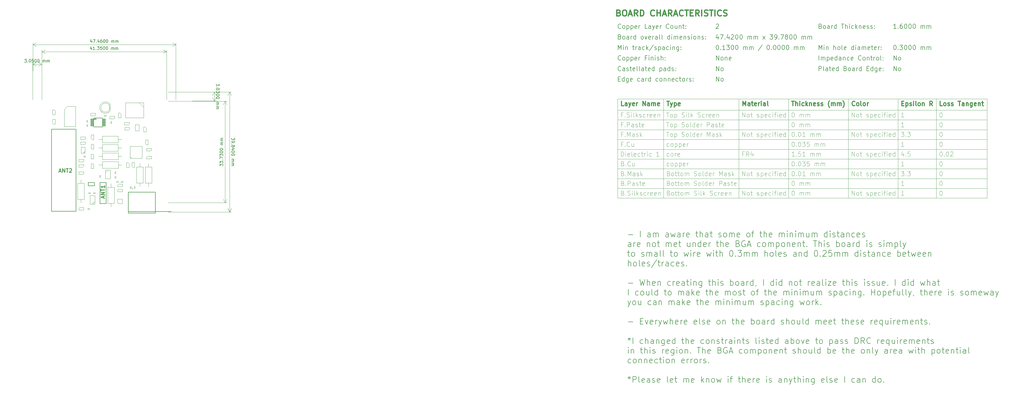
<source format=gbr>
%TF.GenerationSoftware,KiCad,Pcbnew,7.0.5*%
%TF.CreationDate,2023-07-26T15:19:29-04:00*%
%TF.ProjectId,GPSPCB,47505350-4342-42e6-9b69-6361645f7063,00*%
%TF.SameCoordinates,Original*%
%TF.FileFunction,AssemblyDrawing,Top*%
%FSLAX46Y46*%
G04 Gerber Fmt 4.6, Leading zero omitted, Abs format (unit mm)*
G04 Created by KiCad (PCBNEW 7.0.5) date 2023-07-26 15:19:29*
%MOMM*%
%LPD*%
G01*
G04 APERTURE LIST*
%ADD10C,0.150000*%
%ADD11C,0.100000*%
%ADD12C,0.300000*%
%ADD13C,0.200000*%
%ADD14C,0.400000*%
%ADD15C,0.254000*%
%ADD16C,0.127000*%
G04 APERTURE END LIST*
D10*
X231614874Y-85275533D02*
X233138684Y-85275533D01*
X235614874Y-86037438D02*
X235614874Y-84037438D01*
X238948208Y-86037438D02*
X238948208Y-84989819D01*
X238948208Y-84989819D02*
X238852970Y-84799342D01*
X238852970Y-84799342D02*
X238662494Y-84704104D01*
X238662494Y-84704104D02*
X238281541Y-84704104D01*
X238281541Y-84704104D02*
X238091065Y-84799342D01*
X238948208Y-85942200D02*
X238757732Y-86037438D01*
X238757732Y-86037438D02*
X238281541Y-86037438D01*
X238281541Y-86037438D02*
X238091065Y-85942200D01*
X238091065Y-85942200D02*
X237995827Y-85751723D01*
X237995827Y-85751723D02*
X237995827Y-85561247D01*
X237995827Y-85561247D02*
X238091065Y-85370771D01*
X238091065Y-85370771D02*
X238281541Y-85275533D01*
X238281541Y-85275533D02*
X238757732Y-85275533D01*
X238757732Y-85275533D02*
X238948208Y-85180295D01*
X239900589Y-86037438D02*
X239900589Y-84704104D01*
X239900589Y-84894580D02*
X239995827Y-84799342D01*
X239995827Y-84799342D02*
X240186303Y-84704104D01*
X240186303Y-84704104D02*
X240472018Y-84704104D01*
X240472018Y-84704104D02*
X240662494Y-84799342D01*
X240662494Y-84799342D02*
X240757732Y-84989819D01*
X240757732Y-84989819D02*
X240757732Y-86037438D01*
X240757732Y-84989819D02*
X240852970Y-84799342D01*
X240852970Y-84799342D02*
X241043446Y-84704104D01*
X241043446Y-84704104D02*
X241329160Y-84704104D01*
X241329160Y-84704104D02*
X241519637Y-84799342D01*
X241519637Y-84799342D02*
X241614875Y-84989819D01*
X241614875Y-84989819D02*
X241614875Y-86037438D01*
X244948209Y-86037438D02*
X244948209Y-84989819D01*
X244948209Y-84989819D02*
X244852971Y-84799342D01*
X244852971Y-84799342D02*
X244662495Y-84704104D01*
X244662495Y-84704104D02*
X244281542Y-84704104D01*
X244281542Y-84704104D02*
X244091066Y-84799342D01*
X244948209Y-85942200D02*
X244757733Y-86037438D01*
X244757733Y-86037438D02*
X244281542Y-86037438D01*
X244281542Y-86037438D02*
X244091066Y-85942200D01*
X244091066Y-85942200D02*
X243995828Y-85751723D01*
X243995828Y-85751723D02*
X243995828Y-85561247D01*
X243995828Y-85561247D02*
X244091066Y-85370771D01*
X244091066Y-85370771D02*
X244281542Y-85275533D01*
X244281542Y-85275533D02*
X244757733Y-85275533D01*
X244757733Y-85275533D02*
X244948209Y-85180295D01*
X245710114Y-84704104D02*
X246091066Y-86037438D01*
X246091066Y-86037438D02*
X246472019Y-85085057D01*
X246472019Y-85085057D02*
X246852971Y-86037438D01*
X246852971Y-86037438D02*
X247233923Y-84704104D01*
X248852971Y-86037438D02*
X248852971Y-84989819D01*
X248852971Y-84989819D02*
X248757733Y-84799342D01*
X248757733Y-84799342D02*
X248567257Y-84704104D01*
X248567257Y-84704104D02*
X248186304Y-84704104D01*
X248186304Y-84704104D02*
X247995828Y-84799342D01*
X248852971Y-85942200D02*
X248662495Y-86037438D01*
X248662495Y-86037438D02*
X248186304Y-86037438D01*
X248186304Y-86037438D02*
X247995828Y-85942200D01*
X247995828Y-85942200D02*
X247900590Y-85751723D01*
X247900590Y-85751723D02*
X247900590Y-85561247D01*
X247900590Y-85561247D02*
X247995828Y-85370771D01*
X247995828Y-85370771D02*
X248186304Y-85275533D01*
X248186304Y-85275533D02*
X248662495Y-85275533D01*
X248662495Y-85275533D02*
X248852971Y-85180295D01*
X249805352Y-86037438D02*
X249805352Y-84704104D01*
X249805352Y-85085057D02*
X249900590Y-84894580D01*
X249900590Y-84894580D02*
X249995828Y-84799342D01*
X249995828Y-84799342D02*
X250186304Y-84704104D01*
X250186304Y-84704104D02*
X250376781Y-84704104D01*
X251805352Y-85942200D02*
X251614876Y-86037438D01*
X251614876Y-86037438D02*
X251233923Y-86037438D01*
X251233923Y-86037438D02*
X251043447Y-85942200D01*
X251043447Y-85942200D02*
X250948209Y-85751723D01*
X250948209Y-85751723D02*
X250948209Y-84989819D01*
X250948209Y-84989819D02*
X251043447Y-84799342D01*
X251043447Y-84799342D02*
X251233923Y-84704104D01*
X251233923Y-84704104D02*
X251614876Y-84704104D01*
X251614876Y-84704104D02*
X251805352Y-84799342D01*
X251805352Y-84799342D02*
X251900590Y-84989819D01*
X251900590Y-84989819D02*
X251900590Y-85180295D01*
X251900590Y-85180295D02*
X250948209Y-85370771D01*
X253995829Y-84704104D02*
X254757733Y-84704104D01*
X254281543Y-84037438D02*
X254281543Y-85751723D01*
X254281543Y-85751723D02*
X254376781Y-85942200D01*
X254376781Y-85942200D02*
X254567257Y-86037438D01*
X254567257Y-86037438D02*
X254757733Y-86037438D01*
X255424400Y-86037438D02*
X255424400Y-84037438D01*
X256281543Y-86037438D02*
X256281543Y-84989819D01*
X256281543Y-84989819D02*
X256186305Y-84799342D01*
X256186305Y-84799342D02*
X255995829Y-84704104D01*
X255995829Y-84704104D02*
X255710114Y-84704104D01*
X255710114Y-84704104D02*
X255519638Y-84799342D01*
X255519638Y-84799342D02*
X255424400Y-84894580D01*
X258091067Y-86037438D02*
X258091067Y-84989819D01*
X258091067Y-84989819D02*
X257995829Y-84799342D01*
X257995829Y-84799342D02*
X257805353Y-84704104D01*
X257805353Y-84704104D02*
X257424400Y-84704104D01*
X257424400Y-84704104D02*
X257233924Y-84799342D01*
X258091067Y-85942200D02*
X257900591Y-86037438D01*
X257900591Y-86037438D02*
X257424400Y-86037438D01*
X257424400Y-86037438D02*
X257233924Y-85942200D01*
X257233924Y-85942200D02*
X257138686Y-85751723D01*
X257138686Y-85751723D02*
X257138686Y-85561247D01*
X257138686Y-85561247D02*
X257233924Y-85370771D01*
X257233924Y-85370771D02*
X257424400Y-85275533D01*
X257424400Y-85275533D02*
X257900591Y-85275533D01*
X257900591Y-85275533D02*
X258091067Y-85180295D01*
X258757734Y-84704104D02*
X259519638Y-84704104D01*
X259043448Y-84037438D02*
X259043448Y-85751723D01*
X259043448Y-85751723D02*
X259138686Y-85942200D01*
X259138686Y-85942200D02*
X259329162Y-86037438D01*
X259329162Y-86037438D02*
X259519638Y-86037438D01*
X261614877Y-85942200D02*
X261805353Y-86037438D01*
X261805353Y-86037438D02*
X262186305Y-86037438D01*
X262186305Y-86037438D02*
X262376782Y-85942200D01*
X262376782Y-85942200D02*
X262472020Y-85751723D01*
X262472020Y-85751723D02*
X262472020Y-85656485D01*
X262472020Y-85656485D02*
X262376782Y-85466009D01*
X262376782Y-85466009D02*
X262186305Y-85370771D01*
X262186305Y-85370771D02*
X261900591Y-85370771D01*
X261900591Y-85370771D02*
X261710115Y-85275533D01*
X261710115Y-85275533D02*
X261614877Y-85085057D01*
X261614877Y-85085057D02*
X261614877Y-84989819D01*
X261614877Y-84989819D02*
X261710115Y-84799342D01*
X261710115Y-84799342D02*
X261900591Y-84704104D01*
X261900591Y-84704104D02*
X262186305Y-84704104D01*
X262186305Y-84704104D02*
X262376782Y-84799342D01*
X263614877Y-86037438D02*
X263424401Y-85942200D01*
X263424401Y-85942200D02*
X263329163Y-85846961D01*
X263329163Y-85846961D02*
X263233925Y-85656485D01*
X263233925Y-85656485D02*
X263233925Y-85085057D01*
X263233925Y-85085057D02*
X263329163Y-84894580D01*
X263329163Y-84894580D02*
X263424401Y-84799342D01*
X263424401Y-84799342D02*
X263614877Y-84704104D01*
X263614877Y-84704104D02*
X263900592Y-84704104D01*
X263900592Y-84704104D02*
X264091068Y-84799342D01*
X264091068Y-84799342D02*
X264186306Y-84894580D01*
X264186306Y-84894580D02*
X264281544Y-85085057D01*
X264281544Y-85085057D02*
X264281544Y-85656485D01*
X264281544Y-85656485D02*
X264186306Y-85846961D01*
X264186306Y-85846961D02*
X264091068Y-85942200D01*
X264091068Y-85942200D02*
X263900592Y-86037438D01*
X263900592Y-86037438D02*
X263614877Y-86037438D01*
X265138687Y-86037438D02*
X265138687Y-84704104D01*
X265138687Y-84894580D02*
X265233925Y-84799342D01*
X265233925Y-84799342D02*
X265424401Y-84704104D01*
X265424401Y-84704104D02*
X265710116Y-84704104D01*
X265710116Y-84704104D02*
X265900592Y-84799342D01*
X265900592Y-84799342D02*
X265995830Y-84989819D01*
X265995830Y-84989819D02*
X265995830Y-86037438D01*
X265995830Y-84989819D02*
X266091068Y-84799342D01*
X266091068Y-84799342D02*
X266281544Y-84704104D01*
X266281544Y-84704104D02*
X266567258Y-84704104D01*
X266567258Y-84704104D02*
X266757735Y-84799342D01*
X266757735Y-84799342D02*
X266852973Y-84989819D01*
X266852973Y-84989819D02*
X266852973Y-86037438D01*
X268567259Y-85942200D02*
X268376783Y-86037438D01*
X268376783Y-86037438D02*
X267995830Y-86037438D01*
X267995830Y-86037438D02*
X267805354Y-85942200D01*
X267805354Y-85942200D02*
X267710116Y-85751723D01*
X267710116Y-85751723D02*
X267710116Y-84989819D01*
X267710116Y-84989819D02*
X267805354Y-84799342D01*
X267805354Y-84799342D02*
X267995830Y-84704104D01*
X267995830Y-84704104D02*
X268376783Y-84704104D01*
X268376783Y-84704104D02*
X268567259Y-84799342D01*
X268567259Y-84799342D02*
X268662497Y-84989819D01*
X268662497Y-84989819D02*
X268662497Y-85180295D01*
X268662497Y-85180295D02*
X267710116Y-85370771D01*
X271329164Y-86037438D02*
X271138688Y-85942200D01*
X271138688Y-85942200D02*
X271043450Y-85846961D01*
X271043450Y-85846961D02*
X270948212Y-85656485D01*
X270948212Y-85656485D02*
X270948212Y-85085057D01*
X270948212Y-85085057D02*
X271043450Y-84894580D01*
X271043450Y-84894580D02*
X271138688Y-84799342D01*
X271138688Y-84799342D02*
X271329164Y-84704104D01*
X271329164Y-84704104D02*
X271614879Y-84704104D01*
X271614879Y-84704104D02*
X271805355Y-84799342D01*
X271805355Y-84799342D02*
X271900593Y-84894580D01*
X271900593Y-84894580D02*
X271995831Y-85085057D01*
X271995831Y-85085057D02*
X271995831Y-85656485D01*
X271995831Y-85656485D02*
X271900593Y-85846961D01*
X271900593Y-85846961D02*
X271805355Y-85942200D01*
X271805355Y-85942200D02*
X271614879Y-86037438D01*
X271614879Y-86037438D02*
X271329164Y-86037438D01*
X272567260Y-84704104D02*
X273329164Y-84704104D01*
X272852974Y-86037438D02*
X272852974Y-84323152D01*
X272852974Y-84323152D02*
X272948212Y-84132676D01*
X272948212Y-84132676D02*
X273138688Y-84037438D01*
X273138688Y-84037438D02*
X273329164Y-84037438D01*
X275233927Y-84704104D02*
X275995831Y-84704104D01*
X275519641Y-84037438D02*
X275519641Y-85751723D01*
X275519641Y-85751723D02*
X275614879Y-85942200D01*
X275614879Y-85942200D02*
X275805355Y-86037438D01*
X275805355Y-86037438D02*
X275995831Y-86037438D01*
X276662498Y-86037438D02*
X276662498Y-84037438D01*
X277519641Y-86037438D02*
X277519641Y-84989819D01*
X277519641Y-84989819D02*
X277424403Y-84799342D01*
X277424403Y-84799342D02*
X277233927Y-84704104D01*
X277233927Y-84704104D02*
X276948212Y-84704104D01*
X276948212Y-84704104D02*
X276757736Y-84799342D01*
X276757736Y-84799342D02*
X276662498Y-84894580D01*
X279233927Y-85942200D02*
X279043451Y-86037438D01*
X279043451Y-86037438D02*
X278662498Y-86037438D01*
X278662498Y-86037438D02*
X278472022Y-85942200D01*
X278472022Y-85942200D02*
X278376784Y-85751723D01*
X278376784Y-85751723D02*
X278376784Y-84989819D01*
X278376784Y-84989819D02*
X278472022Y-84799342D01*
X278472022Y-84799342D02*
X278662498Y-84704104D01*
X278662498Y-84704104D02*
X279043451Y-84704104D01*
X279043451Y-84704104D02*
X279233927Y-84799342D01*
X279233927Y-84799342D02*
X279329165Y-84989819D01*
X279329165Y-84989819D02*
X279329165Y-85180295D01*
X279329165Y-85180295D02*
X278376784Y-85370771D01*
X281710118Y-86037438D02*
X281710118Y-84704104D01*
X281710118Y-84894580D02*
X281805356Y-84799342D01*
X281805356Y-84799342D02*
X281995832Y-84704104D01*
X281995832Y-84704104D02*
X282281547Y-84704104D01*
X282281547Y-84704104D02*
X282472023Y-84799342D01*
X282472023Y-84799342D02*
X282567261Y-84989819D01*
X282567261Y-84989819D02*
X282567261Y-86037438D01*
X282567261Y-84989819D02*
X282662499Y-84799342D01*
X282662499Y-84799342D02*
X282852975Y-84704104D01*
X282852975Y-84704104D02*
X283138689Y-84704104D01*
X283138689Y-84704104D02*
X283329166Y-84799342D01*
X283329166Y-84799342D02*
X283424404Y-84989819D01*
X283424404Y-84989819D02*
X283424404Y-86037438D01*
X284376785Y-86037438D02*
X284376785Y-84704104D01*
X284376785Y-84037438D02*
X284281547Y-84132676D01*
X284281547Y-84132676D02*
X284376785Y-84227914D01*
X284376785Y-84227914D02*
X284472023Y-84132676D01*
X284472023Y-84132676D02*
X284376785Y-84037438D01*
X284376785Y-84037438D02*
X284376785Y-84227914D01*
X285329166Y-84704104D02*
X285329166Y-86037438D01*
X285329166Y-84894580D02*
X285424404Y-84799342D01*
X285424404Y-84799342D02*
X285614880Y-84704104D01*
X285614880Y-84704104D02*
X285900595Y-84704104D01*
X285900595Y-84704104D02*
X286091071Y-84799342D01*
X286091071Y-84799342D02*
X286186309Y-84989819D01*
X286186309Y-84989819D02*
X286186309Y-86037438D01*
X287138690Y-86037438D02*
X287138690Y-84704104D01*
X287138690Y-84037438D02*
X287043452Y-84132676D01*
X287043452Y-84132676D02*
X287138690Y-84227914D01*
X287138690Y-84227914D02*
X287233928Y-84132676D01*
X287233928Y-84132676D02*
X287138690Y-84037438D01*
X287138690Y-84037438D02*
X287138690Y-84227914D01*
X288091071Y-86037438D02*
X288091071Y-84704104D01*
X288091071Y-84894580D02*
X288186309Y-84799342D01*
X288186309Y-84799342D02*
X288376785Y-84704104D01*
X288376785Y-84704104D02*
X288662500Y-84704104D01*
X288662500Y-84704104D02*
X288852976Y-84799342D01*
X288852976Y-84799342D02*
X288948214Y-84989819D01*
X288948214Y-84989819D02*
X288948214Y-86037438D01*
X288948214Y-84989819D02*
X289043452Y-84799342D01*
X289043452Y-84799342D02*
X289233928Y-84704104D01*
X289233928Y-84704104D02*
X289519642Y-84704104D01*
X289519642Y-84704104D02*
X289710119Y-84799342D01*
X289710119Y-84799342D02*
X289805357Y-84989819D01*
X289805357Y-84989819D02*
X289805357Y-86037438D01*
X291614881Y-84704104D02*
X291614881Y-86037438D01*
X290757738Y-84704104D02*
X290757738Y-85751723D01*
X290757738Y-85751723D02*
X290852976Y-85942200D01*
X290852976Y-85942200D02*
X291043452Y-86037438D01*
X291043452Y-86037438D02*
X291329167Y-86037438D01*
X291329167Y-86037438D02*
X291519643Y-85942200D01*
X291519643Y-85942200D02*
X291614881Y-85846961D01*
X292567262Y-86037438D02*
X292567262Y-84704104D01*
X292567262Y-84894580D02*
X292662500Y-84799342D01*
X292662500Y-84799342D02*
X292852976Y-84704104D01*
X292852976Y-84704104D02*
X293138691Y-84704104D01*
X293138691Y-84704104D02*
X293329167Y-84799342D01*
X293329167Y-84799342D02*
X293424405Y-84989819D01*
X293424405Y-84989819D02*
X293424405Y-86037438D01*
X293424405Y-84989819D02*
X293519643Y-84799342D01*
X293519643Y-84799342D02*
X293710119Y-84704104D01*
X293710119Y-84704104D02*
X293995833Y-84704104D01*
X293995833Y-84704104D02*
X294186310Y-84799342D01*
X294186310Y-84799342D02*
X294281548Y-84989819D01*
X294281548Y-84989819D02*
X294281548Y-86037438D01*
X297614882Y-86037438D02*
X297614882Y-84037438D01*
X297614882Y-85942200D02*
X297424406Y-86037438D01*
X297424406Y-86037438D02*
X297043453Y-86037438D01*
X297043453Y-86037438D02*
X296852977Y-85942200D01*
X296852977Y-85942200D02*
X296757739Y-85846961D01*
X296757739Y-85846961D02*
X296662501Y-85656485D01*
X296662501Y-85656485D02*
X296662501Y-85085057D01*
X296662501Y-85085057D02*
X296757739Y-84894580D01*
X296757739Y-84894580D02*
X296852977Y-84799342D01*
X296852977Y-84799342D02*
X297043453Y-84704104D01*
X297043453Y-84704104D02*
X297424406Y-84704104D01*
X297424406Y-84704104D02*
X297614882Y-84799342D01*
X298567263Y-86037438D02*
X298567263Y-84704104D01*
X298567263Y-84037438D02*
X298472025Y-84132676D01*
X298472025Y-84132676D02*
X298567263Y-84227914D01*
X298567263Y-84227914D02*
X298662501Y-84132676D01*
X298662501Y-84132676D02*
X298567263Y-84037438D01*
X298567263Y-84037438D02*
X298567263Y-84227914D01*
X299424406Y-85942200D02*
X299614882Y-86037438D01*
X299614882Y-86037438D02*
X299995834Y-86037438D01*
X299995834Y-86037438D02*
X300186311Y-85942200D01*
X300186311Y-85942200D02*
X300281549Y-85751723D01*
X300281549Y-85751723D02*
X300281549Y-85656485D01*
X300281549Y-85656485D02*
X300186311Y-85466009D01*
X300186311Y-85466009D02*
X299995834Y-85370771D01*
X299995834Y-85370771D02*
X299710120Y-85370771D01*
X299710120Y-85370771D02*
X299519644Y-85275533D01*
X299519644Y-85275533D02*
X299424406Y-85085057D01*
X299424406Y-85085057D02*
X299424406Y-84989819D01*
X299424406Y-84989819D02*
X299519644Y-84799342D01*
X299519644Y-84799342D02*
X299710120Y-84704104D01*
X299710120Y-84704104D02*
X299995834Y-84704104D01*
X299995834Y-84704104D02*
X300186311Y-84799342D01*
X300852978Y-84704104D02*
X301614882Y-84704104D01*
X301138692Y-84037438D02*
X301138692Y-85751723D01*
X301138692Y-85751723D02*
X301233930Y-85942200D01*
X301233930Y-85942200D02*
X301424406Y-86037438D01*
X301424406Y-86037438D02*
X301614882Y-86037438D01*
X303138692Y-86037438D02*
X303138692Y-84989819D01*
X303138692Y-84989819D02*
X303043454Y-84799342D01*
X303043454Y-84799342D02*
X302852978Y-84704104D01*
X302852978Y-84704104D02*
X302472025Y-84704104D01*
X302472025Y-84704104D02*
X302281549Y-84799342D01*
X303138692Y-85942200D02*
X302948216Y-86037438D01*
X302948216Y-86037438D02*
X302472025Y-86037438D01*
X302472025Y-86037438D02*
X302281549Y-85942200D01*
X302281549Y-85942200D02*
X302186311Y-85751723D01*
X302186311Y-85751723D02*
X302186311Y-85561247D01*
X302186311Y-85561247D02*
X302281549Y-85370771D01*
X302281549Y-85370771D02*
X302472025Y-85275533D01*
X302472025Y-85275533D02*
X302948216Y-85275533D01*
X302948216Y-85275533D02*
X303138692Y-85180295D01*
X304091073Y-84704104D02*
X304091073Y-86037438D01*
X304091073Y-84894580D02*
X304186311Y-84799342D01*
X304186311Y-84799342D02*
X304376787Y-84704104D01*
X304376787Y-84704104D02*
X304662502Y-84704104D01*
X304662502Y-84704104D02*
X304852978Y-84799342D01*
X304852978Y-84799342D02*
X304948216Y-84989819D01*
X304948216Y-84989819D02*
X304948216Y-86037438D01*
X306757740Y-85942200D02*
X306567264Y-86037438D01*
X306567264Y-86037438D02*
X306186311Y-86037438D01*
X306186311Y-86037438D02*
X305995835Y-85942200D01*
X305995835Y-85942200D02*
X305900597Y-85846961D01*
X305900597Y-85846961D02*
X305805359Y-85656485D01*
X305805359Y-85656485D02*
X305805359Y-85085057D01*
X305805359Y-85085057D02*
X305900597Y-84894580D01*
X305900597Y-84894580D02*
X305995835Y-84799342D01*
X305995835Y-84799342D02*
X306186311Y-84704104D01*
X306186311Y-84704104D02*
X306567264Y-84704104D01*
X306567264Y-84704104D02*
X306757740Y-84799342D01*
X308376788Y-85942200D02*
X308186312Y-86037438D01*
X308186312Y-86037438D02*
X307805359Y-86037438D01*
X307805359Y-86037438D02*
X307614883Y-85942200D01*
X307614883Y-85942200D02*
X307519645Y-85751723D01*
X307519645Y-85751723D02*
X307519645Y-84989819D01*
X307519645Y-84989819D02*
X307614883Y-84799342D01*
X307614883Y-84799342D02*
X307805359Y-84704104D01*
X307805359Y-84704104D02*
X308186312Y-84704104D01*
X308186312Y-84704104D02*
X308376788Y-84799342D01*
X308376788Y-84799342D02*
X308472026Y-84989819D01*
X308472026Y-84989819D02*
X308472026Y-85180295D01*
X308472026Y-85180295D02*
X307519645Y-85370771D01*
X309233931Y-85942200D02*
X309424407Y-86037438D01*
X309424407Y-86037438D02*
X309805359Y-86037438D01*
X309805359Y-86037438D02*
X309995836Y-85942200D01*
X309995836Y-85942200D02*
X310091074Y-85751723D01*
X310091074Y-85751723D02*
X310091074Y-85656485D01*
X310091074Y-85656485D02*
X309995836Y-85466009D01*
X309995836Y-85466009D02*
X309805359Y-85370771D01*
X309805359Y-85370771D02*
X309519645Y-85370771D01*
X309519645Y-85370771D02*
X309329169Y-85275533D01*
X309329169Y-85275533D02*
X309233931Y-85085057D01*
X309233931Y-85085057D02*
X309233931Y-84989819D01*
X309233931Y-84989819D02*
X309329169Y-84799342D01*
X309329169Y-84799342D02*
X309519645Y-84704104D01*
X309519645Y-84704104D02*
X309805359Y-84704104D01*
X309805359Y-84704104D02*
X309995836Y-84799342D01*
X232472017Y-89257438D02*
X232472017Y-88209819D01*
X232472017Y-88209819D02*
X232376779Y-88019342D01*
X232376779Y-88019342D02*
X232186303Y-87924104D01*
X232186303Y-87924104D02*
X231805350Y-87924104D01*
X231805350Y-87924104D02*
X231614874Y-88019342D01*
X232472017Y-89162200D02*
X232281541Y-89257438D01*
X232281541Y-89257438D02*
X231805350Y-89257438D01*
X231805350Y-89257438D02*
X231614874Y-89162200D01*
X231614874Y-89162200D02*
X231519636Y-88971723D01*
X231519636Y-88971723D02*
X231519636Y-88781247D01*
X231519636Y-88781247D02*
X231614874Y-88590771D01*
X231614874Y-88590771D02*
X231805350Y-88495533D01*
X231805350Y-88495533D02*
X232281541Y-88495533D01*
X232281541Y-88495533D02*
X232472017Y-88400295D01*
X233424398Y-89257438D02*
X233424398Y-87924104D01*
X233424398Y-88305057D02*
X233519636Y-88114580D01*
X233519636Y-88114580D02*
X233614874Y-88019342D01*
X233614874Y-88019342D02*
X233805350Y-87924104D01*
X233805350Y-87924104D02*
X233995827Y-87924104D01*
X235424398Y-89162200D02*
X235233922Y-89257438D01*
X235233922Y-89257438D02*
X234852969Y-89257438D01*
X234852969Y-89257438D02*
X234662493Y-89162200D01*
X234662493Y-89162200D02*
X234567255Y-88971723D01*
X234567255Y-88971723D02*
X234567255Y-88209819D01*
X234567255Y-88209819D02*
X234662493Y-88019342D01*
X234662493Y-88019342D02*
X234852969Y-87924104D01*
X234852969Y-87924104D02*
X235233922Y-87924104D01*
X235233922Y-87924104D02*
X235424398Y-88019342D01*
X235424398Y-88019342D02*
X235519636Y-88209819D01*
X235519636Y-88209819D02*
X235519636Y-88400295D01*
X235519636Y-88400295D02*
X234567255Y-88590771D01*
X237900589Y-87924104D02*
X237900589Y-89257438D01*
X237900589Y-88114580D02*
X237995827Y-88019342D01*
X237995827Y-88019342D02*
X238186303Y-87924104D01*
X238186303Y-87924104D02*
X238472018Y-87924104D01*
X238472018Y-87924104D02*
X238662494Y-88019342D01*
X238662494Y-88019342D02*
X238757732Y-88209819D01*
X238757732Y-88209819D02*
X238757732Y-89257438D01*
X239995827Y-89257438D02*
X239805351Y-89162200D01*
X239805351Y-89162200D02*
X239710113Y-89066961D01*
X239710113Y-89066961D02*
X239614875Y-88876485D01*
X239614875Y-88876485D02*
X239614875Y-88305057D01*
X239614875Y-88305057D02*
X239710113Y-88114580D01*
X239710113Y-88114580D02*
X239805351Y-88019342D01*
X239805351Y-88019342D02*
X239995827Y-87924104D01*
X239995827Y-87924104D02*
X240281542Y-87924104D01*
X240281542Y-87924104D02*
X240472018Y-88019342D01*
X240472018Y-88019342D02*
X240567256Y-88114580D01*
X240567256Y-88114580D02*
X240662494Y-88305057D01*
X240662494Y-88305057D02*
X240662494Y-88876485D01*
X240662494Y-88876485D02*
X240567256Y-89066961D01*
X240567256Y-89066961D02*
X240472018Y-89162200D01*
X240472018Y-89162200D02*
X240281542Y-89257438D01*
X240281542Y-89257438D02*
X239995827Y-89257438D01*
X241233923Y-87924104D02*
X241995827Y-87924104D01*
X241519637Y-87257438D02*
X241519637Y-88971723D01*
X241519637Y-88971723D02*
X241614875Y-89162200D01*
X241614875Y-89162200D02*
X241805351Y-89257438D01*
X241805351Y-89257438D02*
X241995827Y-89257438D01*
X244186304Y-89257438D02*
X244186304Y-87924104D01*
X244186304Y-88114580D02*
X244281542Y-88019342D01*
X244281542Y-88019342D02*
X244472018Y-87924104D01*
X244472018Y-87924104D02*
X244757733Y-87924104D01*
X244757733Y-87924104D02*
X244948209Y-88019342D01*
X244948209Y-88019342D02*
X245043447Y-88209819D01*
X245043447Y-88209819D02*
X245043447Y-89257438D01*
X245043447Y-88209819D02*
X245138685Y-88019342D01*
X245138685Y-88019342D02*
X245329161Y-87924104D01*
X245329161Y-87924104D02*
X245614875Y-87924104D01*
X245614875Y-87924104D02*
X245805352Y-88019342D01*
X245805352Y-88019342D02*
X245900590Y-88209819D01*
X245900590Y-88209819D02*
X245900590Y-89257438D01*
X247614876Y-89162200D02*
X247424400Y-89257438D01*
X247424400Y-89257438D02*
X247043447Y-89257438D01*
X247043447Y-89257438D02*
X246852971Y-89162200D01*
X246852971Y-89162200D02*
X246757733Y-88971723D01*
X246757733Y-88971723D02*
X246757733Y-88209819D01*
X246757733Y-88209819D02*
X246852971Y-88019342D01*
X246852971Y-88019342D02*
X247043447Y-87924104D01*
X247043447Y-87924104D02*
X247424400Y-87924104D01*
X247424400Y-87924104D02*
X247614876Y-88019342D01*
X247614876Y-88019342D02*
X247710114Y-88209819D01*
X247710114Y-88209819D02*
X247710114Y-88400295D01*
X247710114Y-88400295D02*
X246757733Y-88590771D01*
X248281543Y-87924104D02*
X249043447Y-87924104D01*
X248567257Y-87257438D02*
X248567257Y-88971723D01*
X248567257Y-88971723D02*
X248662495Y-89162200D01*
X248662495Y-89162200D02*
X248852971Y-89257438D01*
X248852971Y-89257438D02*
X249043447Y-89257438D01*
X252091067Y-87924104D02*
X252091067Y-89257438D01*
X251233924Y-87924104D02*
X251233924Y-88971723D01*
X251233924Y-88971723D02*
X251329162Y-89162200D01*
X251329162Y-89162200D02*
X251519638Y-89257438D01*
X251519638Y-89257438D02*
X251805353Y-89257438D01*
X251805353Y-89257438D02*
X251995829Y-89162200D01*
X251995829Y-89162200D02*
X252091067Y-89066961D01*
X253043448Y-87924104D02*
X253043448Y-89257438D01*
X253043448Y-88114580D02*
X253138686Y-88019342D01*
X253138686Y-88019342D02*
X253329162Y-87924104D01*
X253329162Y-87924104D02*
X253614877Y-87924104D01*
X253614877Y-87924104D02*
X253805353Y-88019342D01*
X253805353Y-88019342D02*
X253900591Y-88209819D01*
X253900591Y-88209819D02*
X253900591Y-89257438D01*
X255710115Y-89257438D02*
X255710115Y-87257438D01*
X255710115Y-89162200D02*
X255519639Y-89257438D01*
X255519639Y-89257438D02*
X255138686Y-89257438D01*
X255138686Y-89257438D02*
X254948210Y-89162200D01*
X254948210Y-89162200D02*
X254852972Y-89066961D01*
X254852972Y-89066961D02*
X254757734Y-88876485D01*
X254757734Y-88876485D02*
X254757734Y-88305057D01*
X254757734Y-88305057D02*
X254852972Y-88114580D01*
X254852972Y-88114580D02*
X254948210Y-88019342D01*
X254948210Y-88019342D02*
X255138686Y-87924104D01*
X255138686Y-87924104D02*
X255519639Y-87924104D01*
X255519639Y-87924104D02*
X255710115Y-88019342D01*
X257424401Y-89162200D02*
X257233925Y-89257438D01*
X257233925Y-89257438D02*
X256852972Y-89257438D01*
X256852972Y-89257438D02*
X256662496Y-89162200D01*
X256662496Y-89162200D02*
X256567258Y-88971723D01*
X256567258Y-88971723D02*
X256567258Y-88209819D01*
X256567258Y-88209819D02*
X256662496Y-88019342D01*
X256662496Y-88019342D02*
X256852972Y-87924104D01*
X256852972Y-87924104D02*
X257233925Y-87924104D01*
X257233925Y-87924104D02*
X257424401Y-88019342D01*
X257424401Y-88019342D02*
X257519639Y-88209819D01*
X257519639Y-88209819D02*
X257519639Y-88400295D01*
X257519639Y-88400295D02*
X256567258Y-88590771D01*
X258376782Y-89257438D02*
X258376782Y-87924104D01*
X258376782Y-88305057D02*
X258472020Y-88114580D01*
X258472020Y-88114580D02*
X258567258Y-88019342D01*
X258567258Y-88019342D02*
X258757734Y-87924104D01*
X258757734Y-87924104D02*
X258948211Y-87924104D01*
X260852973Y-87924104D02*
X261614877Y-87924104D01*
X261138687Y-87257438D02*
X261138687Y-88971723D01*
X261138687Y-88971723D02*
X261233925Y-89162200D01*
X261233925Y-89162200D02*
X261424401Y-89257438D01*
X261424401Y-89257438D02*
X261614877Y-89257438D01*
X262281544Y-89257438D02*
X262281544Y-87257438D01*
X263138687Y-89257438D02*
X263138687Y-88209819D01*
X263138687Y-88209819D02*
X263043449Y-88019342D01*
X263043449Y-88019342D02*
X262852973Y-87924104D01*
X262852973Y-87924104D02*
X262567258Y-87924104D01*
X262567258Y-87924104D02*
X262376782Y-88019342D01*
X262376782Y-88019342D02*
X262281544Y-88114580D01*
X264852973Y-89162200D02*
X264662497Y-89257438D01*
X264662497Y-89257438D02*
X264281544Y-89257438D01*
X264281544Y-89257438D02*
X264091068Y-89162200D01*
X264091068Y-89162200D02*
X263995830Y-88971723D01*
X263995830Y-88971723D02*
X263995830Y-88209819D01*
X263995830Y-88209819D02*
X264091068Y-88019342D01*
X264091068Y-88019342D02*
X264281544Y-87924104D01*
X264281544Y-87924104D02*
X264662497Y-87924104D01*
X264662497Y-87924104D02*
X264852973Y-88019342D01*
X264852973Y-88019342D02*
X264948211Y-88209819D01*
X264948211Y-88209819D02*
X264948211Y-88400295D01*
X264948211Y-88400295D02*
X263995830Y-88590771D01*
X267995831Y-88209819D02*
X268281545Y-88305057D01*
X268281545Y-88305057D02*
X268376783Y-88400295D01*
X268376783Y-88400295D02*
X268472021Y-88590771D01*
X268472021Y-88590771D02*
X268472021Y-88876485D01*
X268472021Y-88876485D02*
X268376783Y-89066961D01*
X268376783Y-89066961D02*
X268281545Y-89162200D01*
X268281545Y-89162200D02*
X268091069Y-89257438D01*
X268091069Y-89257438D02*
X267329164Y-89257438D01*
X267329164Y-89257438D02*
X267329164Y-87257438D01*
X267329164Y-87257438D02*
X267995831Y-87257438D01*
X267995831Y-87257438D02*
X268186307Y-87352676D01*
X268186307Y-87352676D02*
X268281545Y-87447914D01*
X268281545Y-87447914D02*
X268376783Y-87638390D01*
X268376783Y-87638390D02*
X268376783Y-87828866D01*
X268376783Y-87828866D02*
X268281545Y-88019342D01*
X268281545Y-88019342D02*
X268186307Y-88114580D01*
X268186307Y-88114580D02*
X267995831Y-88209819D01*
X267995831Y-88209819D02*
X267329164Y-88209819D01*
X270376783Y-87352676D02*
X270186307Y-87257438D01*
X270186307Y-87257438D02*
X269900593Y-87257438D01*
X269900593Y-87257438D02*
X269614878Y-87352676D01*
X269614878Y-87352676D02*
X269424402Y-87543152D01*
X269424402Y-87543152D02*
X269329164Y-87733628D01*
X269329164Y-87733628D02*
X269233926Y-88114580D01*
X269233926Y-88114580D02*
X269233926Y-88400295D01*
X269233926Y-88400295D02*
X269329164Y-88781247D01*
X269329164Y-88781247D02*
X269424402Y-88971723D01*
X269424402Y-88971723D02*
X269614878Y-89162200D01*
X269614878Y-89162200D02*
X269900593Y-89257438D01*
X269900593Y-89257438D02*
X270091069Y-89257438D01*
X270091069Y-89257438D02*
X270376783Y-89162200D01*
X270376783Y-89162200D02*
X270472021Y-89066961D01*
X270472021Y-89066961D02*
X270472021Y-88400295D01*
X270472021Y-88400295D02*
X270091069Y-88400295D01*
X271233926Y-88686009D02*
X272186307Y-88686009D01*
X271043450Y-89257438D02*
X271710116Y-87257438D01*
X271710116Y-87257438D02*
X272376783Y-89257438D01*
X275424403Y-89162200D02*
X275233927Y-89257438D01*
X275233927Y-89257438D02*
X274852974Y-89257438D01*
X274852974Y-89257438D02*
X274662498Y-89162200D01*
X274662498Y-89162200D02*
X274567260Y-89066961D01*
X274567260Y-89066961D02*
X274472022Y-88876485D01*
X274472022Y-88876485D02*
X274472022Y-88305057D01*
X274472022Y-88305057D02*
X274567260Y-88114580D01*
X274567260Y-88114580D02*
X274662498Y-88019342D01*
X274662498Y-88019342D02*
X274852974Y-87924104D01*
X274852974Y-87924104D02*
X275233927Y-87924104D01*
X275233927Y-87924104D02*
X275424403Y-88019342D01*
X276567260Y-89257438D02*
X276376784Y-89162200D01*
X276376784Y-89162200D02*
X276281546Y-89066961D01*
X276281546Y-89066961D02*
X276186308Y-88876485D01*
X276186308Y-88876485D02*
X276186308Y-88305057D01*
X276186308Y-88305057D02*
X276281546Y-88114580D01*
X276281546Y-88114580D02*
X276376784Y-88019342D01*
X276376784Y-88019342D02*
X276567260Y-87924104D01*
X276567260Y-87924104D02*
X276852975Y-87924104D01*
X276852975Y-87924104D02*
X277043451Y-88019342D01*
X277043451Y-88019342D02*
X277138689Y-88114580D01*
X277138689Y-88114580D02*
X277233927Y-88305057D01*
X277233927Y-88305057D02*
X277233927Y-88876485D01*
X277233927Y-88876485D02*
X277138689Y-89066961D01*
X277138689Y-89066961D02*
X277043451Y-89162200D01*
X277043451Y-89162200D02*
X276852975Y-89257438D01*
X276852975Y-89257438D02*
X276567260Y-89257438D01*
X278091070Y-89257438D02*
X278091070Y-87924104D01*
X278091070Y-88114580D02*
X278186308Y-88019342D01*
X278186308Y-88019342D02*
X278376784Y-87924104D01*
X278376784Y-87924104D02*
X278662499Y-87924104D01*
X278662499Y-87924104D02*
X278852975Y-88019342D01*
X278852975Y-88019342D02*
X278948213Y-88209819D01*
X278948213Y-88209819D02*
X278948213Y-89257438D01*
X278948213Y-88209819D02*
X279043451Y-88019342D01*
X279043451Y-88019342D02*
X279233927Y-87924104D01*
X279233927Y-87924104D02*
X279519641Y-87924104D01*
X279519641Y-87924104D02*
X279710118Y-88019342D01*
X279710118Y-88019342D02*
X279805356Y-88209819D01*
X279805356Y-88209819D02*
X279805356Y-89257438D01*
X280757737Y-87924104D02*
X280757737Y-89924104D01*
X280757737Y-88019342D02*
X280948213Y-87924104D01*
X280948213Y-87924104D02*
X281329166Y-87924104D01*
X281329166Y-87924104D02*
X281519642Y-88019342D01*
X281519642Y-88019342D02*
X281614880Y-88114580D01*
X281614880Y-88114580D02*
X281710118Y-88305057D01*
X281710118Y-88305057D02*
X281710118Y-88876485D01*
X281710118Y-88876485D02*
X281614880Y-89066961D01*
X281614880Y-89066961D02*
X281519642Y-89162200D01*
X281519642Y-89162200D02*
X281329166Y-89257438D01*
X281329166Y-89257438D02*
X280948213Y-89257438D01*
X280948213Y-89257438D02*
X280757737Y-89162200D01*
X282852975Y-89257438D02*
X282662499Y-89162200D01*
X282662499Y-89162200D02*
X282567261Y-89066961D01*
X282567261Y-89066961D02*
X282472023Y-88876485D01*
X282472023Y-88876485D02*
X282472023Y-88305057D01*
X282472023Y-88305057D02*
X282567261Y-88114580D01*
X282567261Y-88114580D02*
X282662499Y-88019342D01*
X282662499Y-88019342D02*
X282852975Y-87924104D01*
X282852975Y-87924104D02*
X283138690Y-87924104D01*
X283138690Y-87924104D02*
X283329166Y-88019342D01*
X283329166Y-88019342D02*
X283424404Y-88114580D01*
X283424404Y-88114580D02*
X283519642Y-88305057D01*
X283519642Y-88305057D02*
X283519642Y-88876485D01*
X283519642Y-88876485D02*
X283424404Y-89066961D01*
X283424404Y-89066961D02*
X283329166Y-89162200D01*
X283329166Y-89162200D02*
X283138690Y-89257438D01*
X283138690Y-89257438D02*
X282852975Y-89257438D01*
X284376785Y-87924104D02*
X284376785Y-89257438D01*
X284376785Y-88114580D02*
X284472023Y-88019342D01*
X284472023Y-88019342D02*
X284662499Y-87924104D01*
X284662499Y-87924104D02*
X284948214Y-87924104D01*
X284948214Y-87924104D02*
X285138690Y-88019342D01*
X285138690Y-88019342D02*
X285233928Y-88209819D01*
X285233928Y-88209819D02*
X285233928Y-89257438D01*
X286948214Y-89162200D02*
X286757738Y-89257438D01*
X286757738Y-89257438D02*
X286376785Y-89257438D01*
X286376785Y-89257438D02*
X286186309Y-89162200D01*
X286186309Y-89162200D02*
X286091071Y-88971723D01*
X286091071Y-88971723D02*
X286091071Y-88209819D01*
X286091071Y-88209819D02*
X286186309Y-88019342D01*
X286186309Y-88019342D02*
X286376785Y-87924104D01*
X286376785Y-87924104D02*
X286757738Y-87924104D01*
X286757738Y-87924104D02*
X286948214Y-88019342D01*
X286948214Y-88019342D02*
X287043452Y-88209819D01*
X287043452Y-88209819D02*
X287043452Y-88400295D01*
X287043452Y-88400295D02*
X286091071Y-88590771D01*
X287900595Y-87924104D02*
X287900595Y-89257438D01*
X287900595Y-88114580D02*
X287995833Y-88019342D01*
X287995833Y-88019342D02*
X288186309Y-87924104D01*
X288186309Y-87924104D02*
X288472024Y-87924104D01*
X288472024Y-87924104D02*
X288662500Y-88019342D01*
X288662500Y-88019342D02*
X288757738Y-88209819D01*
X288757738Y-88209819D02*
X288757738Y-89257438D01*
X289424405Y-87924104D02*
X290186309Y-87924104D01*
X289710119Y-87257438D02*
X289710119Y-88971723D01*
X289710119Y-88971723D02*
X289805357Y-89162200D01*
X289805357Y-89162200D02*
X289995833Y-89257438D01*
X289995833Y-89257438D02*
X290186309Y-89257438D01*
X290852976Y-89066961D02*
X290948214Y-89162200D01*
X290948214Y-89162200D02*
X290852976Y-89257438D01*
X290852976Y-89257438D02*
X290757738Y-89162200D01*
X290757738Y-89162200D02*
X290852976Y-89066961D01*
X290852976Y-89066961D02*
X290852976Y-89257438D01*
X293043453Y-87257438D02*
X294186310Y-87257438D01*
X293614881Y-89257438D02*
X293614881Y-87257438D01*
X294852977Y-89257438D02*
X294852977Y-87257438D01*
X295710120Y-89257438D02*
X295710120Y-88209819D01*
X295710120Y-88209819D02*
X295614882Y-88019342D01*
X295614882Y-88019342D02*
X295424406Y-87924104D01*
X295424406Y-87924104D02*
X295138691Y-87924104D01*
X295138691Y-87924104D02*
X294948215Y-88019342D01*
X294948215Y-88019342D02*
X294852977Y-88114580D01*
X296662501Y-89257438D02*
X296662501Y-87924104D01*
X296662501Y-87257438D02*
X296567263Y-87352676D01*
X296567263Y-87352676D02*
X296662501Y-87447914D01*
X296662501Y-87447914D02*
X296757739Y-87352676D01*
X296757739Y-87352676D02*
X296662501Y-87257438D01*
X296662501Y-87257438D02*
X296662501Y-87447914D01*
X297519644Y-89162200D02*
X297710120Y-89257438D01*
X297710120Y-89257438D02*
X298091072Y-89257438D01*
X298091072Y-89257438D02*
X298281549Y-89162200D01*
X298281549Y-89162200D02*
X298376787Y-88971723D01*
X298376787Y-88971723D02*
X298376787Y-88876485D01*
X298376787Y-88876485D02*
X298281549Y-88686009D01*
X298281549Y-88686009D02*
X298091072Y-88590771D01*
X298091072Y-88590771D02*
X297805358Y-88590771D01*
X297805358Y-88590771D02*
X297614882Y-88495533D01*
X297614882Y-88495533D02*
X297519644Y-88305057D01*
X297519644Y-88305057D02*
X297519644Y-88209819D01*
X297519644Y-88209819D02*
X297614882Y-88019342D01*
X297614882Y-88019342D02*
X297805358Y-87924104D01*
X297805358Y-87924104D02*
X298091072Y-87924104D01*
X298091072Y-87924104D02*
X298281549Y-88019342D01*
X300757740Y-89257438D02*
X300757740Y-87257438D01*
X300757740Y-88019342D02*
X300948216Y-87924104D01*
X300948216Y-87924104D02*
X301329169Y-87924104D01*
X301329169Y-87924104D02*
X301519645Y-88019342D01*
X301519645Y-88019342D02*
X301614883Y-88114580D01*
X301614883Y-88114580D02*
X301710121Y-88305057D01*
X301710121Y-88305057D02*
X301710121Y-88876485D01*
X301710121Y-88876485D02*
X301614883Y-89066961D01*
X301614883Y-89066961D02*
X301519645Y-89162200D01*
X301519645Y-89162200D02*
X301329169Y-89257438D01*
X301329169Y-89257438D02*
X300948216Y-89257438D01*
X300948216Y-89257438D02*
X300757740Y-89162200D01*
X302852978Y-89257438D02*
X302662502Y-89162200D01*
X302662502Y-89162200D02*
X302567264Y-89066961D01*
X302567264Y-89066961D02*
X302472026Y-88876485D01*
X302472026Y-88876485D02*
X302472026Y-88305057D01*
X302472026Y-88305057D02*
X302567264Y-88114580D01*
X302567264Y-88114580D02*
X302662502Y-88019342D01*
X302662502Y-88019342D02*
X302852978Y-87924104D01*
X302852978Y-87924104D02*
X303138693Y-87924104D01*
X303138693Y-87924104D02*
X303329169Y-88019342D01*
X303329169Y-88019342D02*
X303424407Y-88114580D01*
X303424407Y-88114580D02*
X303519645Y-88305057D01*
X303519645Y-88305057D02*
X303519645Y-88876485D01*
X303519645Y-88876485D02*
X303424407Y-89066961D01*
X303424407Y-89066961D02*
X303329169Y-89162200D01*
X303329169Y-89162200D02*
X303138693Y-89257438D01*
X303138693Y-89257438D02*
X302852978Y-89257438D01*
X305233931Y-89257438D02*
X305233931Y-88209819D01*
X305233931Y-88209819D02*
X305138693Y-88019342D01*
X305138693Y-88019342D02*
X304948217Y-87924104D01*
X304948217Y-87924104D02*
X304567264Y-87924104D01*
X304567264Y-87924104D02*
X304376788Y-88019342D01*
X305233931Y-89162200D02*
X305043455Y-89257438D01*
X305043455Y-89257438D02*
X304567264Y-89257438D01*
X304567264Y-89257438D02*
X304376788Y-89162200D01*
X304376788Y-89162200D02*
X304281550Y-88971723D01*
X304281550Y-88971723D02*
X304281550Y-88781247D01*
X304281550Y-88781247D02*
X304376788Y-88590771D01*
X304376788Y-88590771D02*
X304567264Y-88495533D01*
X304567264Y-88495533D02*
X305043455Y-88495533D01*
X305043455Y-88495533D02*
X305233931Y-88400295D01*
X306186312Y-89257438D02*
X306186312Y-87924104D01*
X306186312Y-88305057D02*
X306281550Y-88114580D01*
X306281550Y-88114580D02*
X306376788Y-88019342D01*
X306376788Y-88019342D02*
X306567264Y-87924104D01*
X306567264Y-87924104D02*
X306757741Y-87924104D01*
X308281550Y-89257438D02*
X308281550Y-87257438D01*
X308281550Y-89162200D02*
X308091074Y-89257438D01*
X308091074Y-89257438D02*
X307710121Y-89257438D01*
X307710121Y-89257438D02*
X307519645Y-89162200D01*
X307519645Y-89162200D02*
X307424407Y-89066961D01*
X307424407Y-89066961D02*
X307329169Y-88876485D01*
X307329169Y-88876485D02*
X307329169Y-88305057D01*
X307329169Y-88305057D02*
X307424407Y-88114580D01*
X307424407Y-88114580D02*
X307519645Y-88019342D01*
X307519645Y-88019342D02*
X307710121Y-87924104D01*
X307710121Y-87924104D02*
X308091074Y-87924104D01*
X308091074Y-87924104D02*
X308281550Y-88019342D01*
X310757741Y-89257438D02*
X310757741Y-87924104D01*
X310757741Y-87257438D02*
X310662503Y-87352676D01*
X310662503Y-87352676D02*
X310757741Y-87447914D01*
X310757741Y-87447914D02*
X310852979Y-87352676D01*
X310852979Y-87352676D02*
X310757741Y-87257438D01*
X310757741Y-87257438D02*
X310757741Y-87447914D01*
X311614884Y-89162200D02*
X311805360Y-89257438D01*
X311805360Y-89257438D02*
X312186312Y-89257438D01*
X312186312Y-89257438D02*
X312376789Y-89162200D01*
X312376789Y-89162200D02*
X312472027Y-88971723D01*
X312472027Y-88971723D02*
X312472027Y-88876485D01*
X312472027Y-88876485D02*
X312376789Y-88686009D01*
X312376789Y-88686009D02*
X312186312Y-88590771D01*
X312186312Y-88590771D02*
X311900598Y-88590771D01*
X311900598Y-88590771D02*
X311710122Y-88495533D01*
X311710122Y-88495533D02*
X311614884Y-88305057D01*
X311614884Y-88305057D02*
X311614884Y-88209819D01*
X311614884Y-88209819D02*
X311710122Y-88019342D01*
X311710122Y-88019342D02*
X311900598Y-87924104D01*
X311900598Y-87924104D02*
X312186312Y-87924104D01*
X312186312Y-87924104D02*
X312376789Y-88019342D01*
X314757742Y-89162200D02*
X314948218Y-89257438D01*
X314948218Y-89257438D02*
X315329170Y-89257438D01*
X315329170Y-89257438D02*
X315519647Y-89162200D01*
X315519647Y-89162200D02*
X315614885Y-88971723D01*
X315614885Y-88971723D02*
X315614885Y-88876485D01*
X315614885Y-88876485D02*
X315519647Y-88686009D01*
X315519647Y-88686009D02*
X315329170Y-88590771D01*
X315329170Y-88590771D02*
X315043456Y-88590771D01*
X315043456Y-88590771D02*
X314852980Y-88495533D01*
X314852980Y-88495533D02*
X314757742Y-88305057D01*
X314757742Y-88305057D02*
X314757742Y-88209819D01*
X314757742Y-88209819D02*
X314852980Y-88019342D01*
X314852980Y-88019342D02*
X315043456Y-87924104D01*
X315043456Y-87924104D02*
X315329170Y-87924104D01*
X315329170Y-87924104D02*
X315519647Y-88019342D01*
X316472028Y-89257438D02*
X316472028Y-87924104D01*
X316472028Y-87257438D02*
X316376790Y-87352676D01*
X316376790Y-87352676D02*
X316472028Y-87447914D01*
X316472028Y-87447914D02*
X316567266Y-87352676D01*
X316567266Y-87352676D02*
X316472028Y-87257438D01*
X316472028Y-87257438D02*
X316472028Y-87447914D01*
X317424409Y-89257438D02*
X317424409Y-87924104D01*
X317424409Y-88114580D02*
X317519647Y-88019342D01*
X317519647Y-88019342D02*
X317710123Y-87924104D01*
X317710123Y-87924104D02*
X317995838Y-87924104D01*
X317995838Y-87924104D02*
X318186314Y-88019342D01*
X318186314Y-88019342D02*
X318281552Y-88209819D01*
X318281552Y-88209819D02*
X318281552Y-89257438D01*
X318281552Y-88209819D02*
X318376790Y-88019342D01*
X318376790Y-88019342D02*
X318567266Y-87924104D01*
X318567266Y-87924104D02*
X318852980Y-87924104D01*
X318852980Y-87924104D02*
X319043457Y-88019342D01*
X319043457Y-88019342D02*
X319138695Y-88209819D01*
X319138695Y-88209819D02*
X319138695Y-89257438D01*
X320091076Y-87924104D02*
X320091076Y-89924104D01*
X320091076Y-88019342D02*
X320281552Y-87924104D01*
X320281552Y-87924104D02*
X320662505Y-87924104D01*
X320662505Y-87924104D02*
X320852981Y-88019342D01*
X320852981Y-88019342D02*
X320948219Y-88114580D01*
X320948219Y-88114580D02*
X321043457Y-88305057D01*
X321043457Y-88305057D02*
X321043457Y-88876485D01*
X321043457Y-88876485D02*
X320948219Y-89066961D01*
X320948219Y-89066961D02*
X320852981Y-89162200D01*
X320852981Y-89162200D02*
X320662505Y-89257438D01*
X320662505Y-89257438D02*
X320281552Y-89257438D01*
X320281552Y-89257438D02*
X320091076Y-89162200D01*
X322186314Y-89257438D02*
X321995838Y-89162200D01*
X321995838Y-89162200D02*
X321900600Y-88971723D01*
X321900600Y-88971723D02*
X321900600Y-87257438D01*
X322757743Y-87924104D02*
X323233933Y-89257438D01*
X323710124Y-87924104D02*
X323233933Y-89257438D01*
X323233933Y-89257438D02*
X323043457Y-89733628D01*
X323043457Y-89733628D02*
X322948219Y-89828866D01*
X322948219Y-89828866D02*
X322757743Y-89924104D01*
X231329160Y-91144104D02*
X232091064Y-91144104D01*
X231614874Y-90477438D02*
X231614874Y-92191723D01*
X231614874Y-92191723D02*
X231710112Y-92382200D01*
X231710112Y-92382200D02*
X231900588Y-92477438D01*
X231900588Y-92477438D02*
X232091064Y-92477438D01*
X233043445Y-92477438D02*
X232852969Y-92382200D01*
X232852969Y-92382200D02*
X232757731Y-92286961D01*
X232757731Y-92286961D02*
X232662493Y-92096485D01*
X232662493Y-92096485D02*
X232662493Y-91525057D01*
X232662493Y-91525057D02*
X232757731Y-91334580D01*
X232757731Y-91334580D02*
X232852969Y-91239342D01*
X232852969Y-91239342D02*
X233043445Y-91144104D01*
X233043445Y-91144104D02*
X233329160Y-91144104D01*
X233329160Y-91144104D02*
X233519636Y-91239342D01*
X233519636Y-91239342D02*
X233614874Y-91334580D01*
X233614874Y-91334580D02*
X233710112Y-91525057D01*
X233710112Y-91525057D02*
X233710112Y-92096485D01*
X233710112Y-92096485D02*
X233614874Y-92286961D01*
X233614874Y-92286961D02*
X233519636Y-92382200D01*
X233519636Y-92382200D02*
X233329160Y-92477438D01*
X233329160Y-92477438D02*
X233043445Y-92477438D01*
X235995827Y-92382200D02*
X236186303Y-92477438D01*
X236186303Y-92477438D02*
X236567255Y-92477438D01*
X236567255Y-92477438D02*
X236757732Y-92382200D01*
X236757732Y-92382200D02*
X236852970Y-92191723D01*
X236852970Y-92191723D02*
X236852970Y-92096485D01*
X236852970Y-92096485D02*
X236757732Y-91906009D01*
X236757732Y-91906009D02*
X236567255Y-91810771D01*
X236567255Y-91810771D02*
X236281541Y-91810771D01*
X236281541Y-91810771D02*
X236091065Y-91715533D01*
X236091065Y-91715533D02*
X235995827Y-91525057D01*
X235995827Y-91525057D02*
X235995827Y-91429819D01*
X235995827Y-91429819D02*
X236091065Y-91239342D01*
X236091065Y-91239342D02*
X236281541Y-91144104D01*
X236281541Y-91144104D02*
X236567255Y-91144104D01*
X236567255Y-91144104D02*
X236757732Y-91239342D01*
X237710113Y-92477438D02*
X237710113Y-91144104D01*
X237710113Y-91334580D02*
X237805351Y-91239342D01*
X237805351Y-91239342D02*
X237995827Y-91144104D01*
X237995827Y-91144104D02*
X238281542Y-91144104D01*
X238281542Y-91144104D02*
X238472018Y-91239342D01*
X238472018Y-91239342D02*
X238567256Y-91429819D01*
X238567256Y-91429819D02*
X238567256Y-92477438D01*
X238567256Y-91429819D02*
X238662494Y-91239342D01*
X238662494Y-91239342D02*
X238852970Y-91144104D01*
X238852970Y-91144104D02*
X239138684Y-91144104D01*
X239138684Y-91144104D02*
X239329161Y-91239342D01*
X239329161Y-91239342D02*
X239424399Y-91429819D01*
X239424399Y-91429819D02*
X239424399Y-92477438D01*
X241233923Y-92477438D02*
X241233923Y-91429819D01*
X241233923Y-91429819D02*
X241138685Y-91239342D01*
X241138685Y-91239342D02*
X240948209Y-91144104D01*
X240948209Y-91144104D02*
X240567256Y-91144104D01*
X240567256Y-91144104D02*
X240376780Y-91239342D01*
X241233923Y-92382200D02*
X241043447Y-92477438D01*
X241043447Y-92477438D02*
X240567256Y-92477438D01*
X240567256Y-92477438D02*
X240376780Y-92382200D01*
X240376780Y-92382200D02*
X240281542Y-92191723D01*
X240281542Y-92191723D02*
X240281542Y-92001247D01*
X240281542Y-92001247D02*
X240376780Y-91810771D01*
X240376780Y-91810771D02*
X240567256Y-91715533D01*
X240567256Y-91715533D02*
X241043447Y-91715533D01*
X241043447Y-91715533D02*
X241233923Y-91620295D01*
X242472018Y-92477438D02*
X242281542Y-92382200D01*
X242281542Y-92382200D02*
X242186304Y-92191723D01*
X242186304Y-92191723D02*
X242186304Y-90477438D01*
X243519637Y-92477438D02*
X243329161Y-92382200D01*
X243329161Y-92382200D02*
X243233923Y-92191723D01*
X243233923Y-92191723D02*
X243233923Y-90477438D01*
X245519638Y-91144104D02*
X246281542Y-91144104D01*
X245805352Y-90477438D02*
X245805352Y-92191723D01*
X245805352Y-92191723D02*
X245900590Y-92382200D01*
X245900590Y-92382200D02*
X246091066Y-92477438D01*
X246091066Y-92477438D02*
X246281542Y-92477438D01*
X247233923Y-92477438D02*
X247043447Y-92382200D01*
X247043447Y-92382200D02*
X246948209Y-92286961D01*
X246948209Y-92286961D02*
X246852971Y-92096485D01*
X246852971Y-92096485D02*
X246852971Y-91525057D01*
X246852971Y-91525057D02*
X246948209Y-91334580D01*
X246948209Y-91334580D02*
X247043447Y-91239342D01*
X247043447Y-91239342D02*
X247233923Y-91144104D01*
X247233923Y-91144104D02*
X247519638Y-91144104D01*
X247519638Y-91144104D02*
X247710114Y-91239342D01*
X247710114Y-91239342D02*
X247805352Y-91334580D01*
X247805352Y-91334580D02*
X247900590Y-91525057D01*
X247900590Y-91525057D02*
X247900590Y-92096485D01*
X247900590Y-92096485D02*
X247805352Y-92286961D01*
X247805352Y-92286961D02*
X247710114Y-92382200D01*
X247710114Y-92382200D02*
X247519638Y-92477438D01*
X247519638Y-92477438D02*
X247233923Y-92477438D01*
X250091067Y-91144104D02*
X250472019Y-92477438D01*
X250472019Y-92477438D02*
X250852972Y-91525057D01*
X250852972Y-91525057D02*
X251233924Y-92477438D01*
X251233924Y-92477438D02*
X251614876Y-91144104D01*
X252376781Y-92477438D02*
X252376781Y-91144104D01*
X252376781Y-90477438D02*
X252281543Y-90572676D01*
X252281543Y-90572676D02*
X252376781Y-90667914D01*
X252376781Y-90667914D02*
X252472019Y-90572676D01*
X252472019Y-90572676D02*
X252376781Y-90477438D01*
X252376781Y-90477438D02*
X252376781Y-90667914D01*
X253329162Y-92477438D02*
X253329162Y-91144104D01*
X253329162Y-91525057D02*
X253424400Y-91334580D01*
X253424400Y-91334580D02*
X253519638Y-91239342D01*
X253519638Y-91239342D02*
X253710114Y-91144104D01*
X253710114Y-91144104D02*
X253900591Y-91144104D01*
X255329162Y-92382200D02*
X255138686Y-92477438D01*
X255138686Y-92477438D02*
X254757733Y-92477438D01*
X254757733Y-92477438D02*
X254567257Y-92382200D01*
X254567257Y-92382200D02*
X254472019Y-92191723D01*
X254472019Y-92191723D02*
X254472019Y-91429819D01*
X254472019Y-91429819D02*
X254567257Y-91239342D01*
X254567257Y-91239342D02*
X254757733Y-91144104D01*
X254757733Y-91144104D02*
X255138686Y-91144104D01*
X255138686Y-91144104D02*
X255329162Y-91239342D01*
X255329162Y-91239342D02*
X255424400Y-91429819D01*
X255424400Y-91429819D02*
X255424400Y-91620295D01*
X255424400Y-91620295D02*
X254472019Y-91810771D01*
X257614877Y-91144104D02*
X257995829Y-92477438D01*
X257995829Y-92477438D02*
X258376782Y-91525057D01*
X258376782Y-91525057D02*
X258757734Y-92477438D01*
X258757734Y-92477438D02*
X259138686Y-91144104D01*
X259900591Y-92477438D02*
X259900591Y-91144104D01*
X259900591Y-90477438D02*
X259805353Y-90572676D01*
X259805353Y-90572676D02*
X259900591Y-90667914D01*
X259900591Y-90667914D02*
X259995829Y-90572676D01*
X259995829Y-90572676D02*
X259900591Y-90477438D01*
X259900591Y-90477438D02*
X259900591Y-90667914D01*
X260567258Y-91144104D02*
X261329162Y-91144104D01*
X260852972Y-90477438D02*
X260852972Y-92191723D01*
X260852972Y-92191723D02*
X260948210Y-92382200D01*
X260948210Y-92382200D02*
X261138686Y-92477438D01*
X261138686Y-92477438D02*
X261329162Y-92477438D01*
X261995829Y-92477438D02*
X261995829Y-90477438D01*
X262852972Y-92477438D02*
X262852972Y-91429819D01*
X262852972Y-91429819D02*
X262757734Y-91239342D01*
X262757734Y-91239342D02*
X262567258Y-91144104D01*
X262567258Y-91144104D02*
X262281543Y-91144104D01*
X262281543Y-91144104D02*
X262091067Y-91239342D01*
X262091067Y-91239342D02*
X261995829Y-91334580D01*
X265710115Y-90477438D02*
X265900592Y-90477438D01*
X265900592Y-90477438D02*
X266091068Y-90572676D01*
X266091068Y-90572676D02*
X266186306Y-90667914D01*
X266186306Y-90667914D02*
X266281544Y-90858390D01*
X266281544Y-90858390D02*
X266376782Y-91239342D01*
X266376782Y-91239342D02*
X266376782Y-91715533D01*
X266376782Y-91715533D02*
X266281544Y-92096485D01*
X266281544Y-92096485D02*
X266186306Y-92286961D01*
X266186306Y-92286961D02*
X266091068Y-92382200D01*
X266091068Y-92382200D02*
X265900592Y-92477438D01*
X265900592Y-92477438D02*
X265710115Y-92477438D01*
X265710115Y-92477438D02*
X265519639Y-92382200D01*
X265519639Y-92382200D02*
X265424401Y-92286961D01*
X265424401Y-92286961D02*
X265329163Y-92096485D01*
X265329163Y-92096485D02*
X265233925Y-91715533D01*
X265233925Y-91715533D02*
X265233925Y-91239342D01*
X265233925Y-91239342D02*
X265329163Y-90858390D01*
X265329163Y-90858390D02*
X265424401Y-90667914D01*
X265424401Y-90667914D02*
X265519639Y-90572676D01*
X265519639Y-90572676D02*
X265710115Y-90477438D01*
X267233925Y-92286961D02*
X267329163Y-92382200D01*
X267329163Y-92382200D02*
X267233925Y-92477438D01*
X267233925Y-92477438D02*
X267138687Y-92382200D01*
X267138687Y-92382200D02*
X267233925Y-92286961D01*
X267233925Y-92286961D02*
X267233925Y-92477438D01*
X267995830Y-90477438D02*
X269233925Y-90477438D01*
X269233925Y-90477438D02*
X268567258Y-91239342D01*
X268567258Y-91239342D02*
X268852973Y-91239342D01*
X268852973Y-91239342D02*
X269043449Y-91334580D01*
X269043449Y-91334580D02*
X269138687Y-91429819D01*
X269138687Y-91429819D02*
X269233925Y-91620295D01*
X269233925Y-91620295D02*
X269233925Y-92096485D01*
X269233925Y-92096485D02*
X269138687Y-92286961D01*
X269138687Y-92286961D02*
X269043449Y-92382200D01*
X269043449Y-92382200D02*
X268852973Y-92477438D01*
X268852973Y-92477438D02*
X268281544Y-92477438D01*
X268281544Y-92477438D02*
X268091068Y-92382200D01*
X268091068Y-92382200D02*
X267995830Y-92286961D01*
X270091068Y-92477438D02*
X270091068Y-91144104D01*
X270091068Y-91334580D02*
X270186306Y-91239342D01*
X270186306Y-91239342D02*
X270376782Y-91144104D01*
X270376782Y-91144104D02*
X270662497Y-91144104D01*
X270662497Y-91144104D02*
X270852973Y-91239342D01*
X270852973Y-91239342D02*
X270948211Y-91429819D01*
X270948211Y-91429819D02*
X270948211Y-92477438D01*
X270948211Y-91429819D02*
X271043449Y-91239342D01*
X271043449Y-91239342D02*
X271233925Y-91144104D01*
X271233925Y-91144104D02*
X271519639Y-91144104D01*
X271519639Y-91144104D02*
X271710116Y-91239342D01*
X271710116Y-91239342D02*
X271805354Y-91429819D01*
X271805354Y-91429819D02*
X271805354Y-92477438D01*
X272757735Y-92477438D02*
X272757735Y-91144104D01*
X272757735Y-91334580D02*
X272852973Y-91239342D01*
X272852973Y-91239342D02*
X273043449Y-91144104D01*
X273043449Y-91144104D02*
X273329164Y-91144104D01*
X273329164Y-91144104D02*
X273519640Y-91239342D01*
X273519640Y-91239342D02*
X273614878Y-91429819D01*
X273614878Y-91429819D02*
X273614878Y-92477438D01*
X273614878Y-91429819D02*
X273710116Y-91239342D01*
X273710116Y-91239342D02*
X273900592Y-91144104D01*
X273900592Y-91144104D02*
X274186306Y-91144104D01*
X274186306Y-91144104D02*
X274376783Y-91239342D01*
X274376783Y-91239342D02*
X274472021Y-91429819D01*
X274472021Y-91429819D02*
X274472021Y-92477438D01*
X276948212Y-92477438D02*
X276948212Y-90477438D01*
X277805355Y-92477438D02*
X277805355Y-91429819D01*
X277805355Y-91429819D02*
X277710117Y-91239342D01*
X277710117Y-91239342D02*
X277519641Y-91144104D01*
X277519641Y-91144104D02*
X277233926Y-91144104D01*
X277233926Y-91144104D02*
X277043450Y-91239342D01*
X277043450Y-91239342D02*
X276948212Y-91334580D01*
X279043450Y-92477438D02*
X278852974Y-92382200D01*
X278852974Y-92382200D02*
X278757736Y-92286961D01*
X278757736Y-92286961D02*
X278662498Y-92096485D01*
X278662498Y-92096485D02*
X278662498Y-91525057D01*
X278662498Y-91525057D02*
X278757736Y-91334580D01*
X278757736Y-91334580D02*
X278852974Y-91239342D01*
X278852974Y-91239342D02*
X279043450Y-91144104D01*
X279043450Y-91144104D02*
X279329165Y-91144104D01*
X279329165Y-91144104D02*
X279519641Y-91239342D01*
X279519641Y-91239342D02*
X279614879Y-91334580D01*
X279614879Y-91334580D02*
X279710117Y-91525057D01*
X279710117Y-91525057D02*
X279710117Y-92096485D01*
X279710117Y-92096485D02*
X279614879Y-92286961D01*
X279614879Y-92286961D02*
X279519641Y-92382200D01*
X279519641Y-92382200D02*
X279329165Y-92477438D01*
X279329165Y-92477438D02*
X279043450Y-92477438D01*
X280852974Y-92477438D02*
X280662498Y-92382200D01*
X280662498Y-92382200D02*
X280567260Y-92191723D01*
X280567260Y-92191723D02*
X280567260Y-90477438D01*
X282376784Y-92382200D02*
X282186308Y-92477438D01*
X282186308Y-92477438D02*
X281805355Y-92477438D01*
X281805355Y-92477438D02*
X281614879Y-92382200D01*
X281614879Y-92382200D02*
X281519641Y-92191723D01*
X281519641Y-92191723D02*
X281519641Y-91429819D01*
X281519641Y-91429819D02*
X281614879Y-91239342D01*
X281614879Y-91239342D02*
X281805355Y-91144104D01*
X281805355Y-91144104D02*
X282186308Y-91144104D01*
X282186308Y-91144104D02*
X282376784Y-91239342D01*
X282376784Y-91239342D02*
X282472022Y-91429819D01*
X282472022Y-91429819D02*
X282472022Y-91620295D01*
X282472022Y-91620295D02*
X281519641Y-91810771D01*
X283233927Y-92382200D02*
X283424403Y-92477438D01*
X283424403Y-92477438D02*
X283805355Y-92477438D01*
X283805355Y-92477438D02*
X283995832Y-92382200D01*
X283995832Y-92382200D02*
X284091070Y-92191723D01*
X284091070Y-92191723D02*
X284091070Y-92096485D01*
X284091070Y-92096485D02*
X283995832Y-91906009D01*
X283995832Y-91906009D02*
X283805355Y-91810771D01*
X283805355Y-91810771D02*
X283519641Y-91810771D01*
X283519641Y-91810771D02*
X283329165Y-91715533D01*
X283329165Y-91715533D02*
X283233927Y-91525057D01*
X283233927Y-91525057D02*
X283233927Y-91429819D01*
X283233927Y-91429819D02*
X283329165Y-91239342D01*
X283329165Y-91239342D02*
X283519641Y-91144104D01*
X283519641Y-91144104D02*
X283805355Y-91144104D01*
X283805355Y-91144104D02*
X283995832Y-91239342D01*
X287329166Y-92477438D02*
X287329166Y-91429819D01*
X287329166Y-91429819D02*
X287233928Y-91239342D01*
X287233928Y-91239342D02*
X287043452Y-91144104D01*
X287043452Y-91144104D02*
X286662499Y-91144104D01*
X286662499Y-91144104D02*
X286472023Y-91239342D01*
X287329166Y-92382200D02*
X287138690Y-92477438D01*
X287138690Y-92477438D02*
X286662499Y-92477438D01*
X286662499Y-92477438D02*
X286472023Y-92382200D01*
X286472023Y-92382200D02*
X286376785Y-92191723D01*
X286376785Y-92191723D02*
X286376785Y-92001247D01*
X286376785Y-92001247D02*
X286472023Y-91810771D01*
X286472023Y-91810771D02*
X286662499Y-91715533D01*
X286662499Y-91715533D02*
X287138690Y-91715533D01*
X287138690Y-91715533D02*
X287329166Y-91620295D01*
X288281547Y-91144104D02*
X288281547Y-92477438D01*
X288281547Y-91334580D02*
X288376785Y-91239342D01*
X288376785Y-91239342D02*
X288567261Y-91144104D01*
X288567261Y-91144104D02*
X288852976Y-91144104D01*
X288852976Y-91144104D02*
X289043452Y-91239342D01*
X289043452Y-91239342D02*
X289138690Y-91429819D01*
X289138690Y-91429819D02*
X289138690Y-92477438D01*
X290948214Y-92477438D02*
X290948214Y-90477438D01*
X290948214Y-92382200D02*
X290757738Y-92477438D01*
X290757738Y-92477438D02*
X290376785Y-92477438D01*
X290376785Y-92477438D02*
X290186309Y-92382200D01*
X290186309Y-92382200D02*
X290091071Y-92286961D01*
X290091071Y-92286961D02*
X289995833Y-92096485D01*
X289995833Y-92096485D02*
X289995833Y-91525057D01*
X289995833Y-91525057D02*
X290091071Y-91334580D01*
X290091071Y-91334580D02*
X290186309Y-91239342D01*
X290186309Y-91239342D02*
X290376785Y-91144104D01*
X290376785Y-91144104D02*
X290757738Y-91144104D01*
X290757738Y-91144104D02*
X290948214Y-91239342D01*
X293805357Y-90477438D02*
X293995834Y-90477438D01*
X293995834Y-90477438D02*
X294186310Y-90572676D01*
X294186310Y-90572676D02*
X294281548Y-90667914D01*
X294281548Y-90667914D02*
X294376786Y-90858390D01*
X294376786Y-90858390D02*
X294472024Y-91239342D01*
X294472024Y-91239342D02*
X294472024Y-91715533D01*
X294472024Y-91715533D02*
X294376786Y-92096485D01*
X294376786Y-92096485D02*
X294281548Y-92286961D01*
X294281548Y-92286961D02*
X294186310Y-92382200D01*
X294186310Y-92382200D02*
X293995834Y-92477438D01*
X293995834Y-92477438D02*
X293805357Y-92477438D01*
X293805357Y-92477438D02*
X293614881Y-92382200D01*
X293614881Y-92382200D02*
X293519643Y-92286961D01*
X293519643Y-92286961D02*
X293424405Y-92096485D01*
X293424405Y-92096485D02*
X293329167Y-91715533D01*
X293329167Y-91715533D02*
X293329167Y-91239342D01*
X293329167Y-91239342D02*
X293424405Y-90858390D01*
X293424405Y-90858390D02*
X293519643Y-90667914D01*
X293519643Y-90667914D02*
X293614881Y-90572676D01*
X293614881Y-90572676D02*
X293805357Y-90477438D01*
X295329167Y-92286961D02*
X295424405Y-92382200D01*
X295424405Y-92382200D02*
X295329167Y-92477438D01*
X295329167Y-92477438D02*
X295233929Y-92382200D01*
X295233929Y-92382200D02*
X295329167Y-92286961D01*
X295329167Y-92286961D02*
X295329167Y-92477438D01*
X296186310Y-90667914D02*
X296281548Y-90572676D01*
X296281548Y-90572676D02*
X296472024Y-90477438D01*
X296472024Y-90477438D02*
X296948215Y-90477438D01*
X296948215Y-90477438D02*
X297138691Y-90572676D01*
X297138691Y-90572676D02*
X297233929Y-90667914D01*
X297233929Y-90667914D02*
X297329167Y-90858390D01*
X297329167Y-90858390D02*
X297329167Y-91048866D01*
X297329167Y-91048866D02*
X297233929Y-91334580D01*
X297233929Y-91334580D02*
X296091072Y-92477438D01*
X296091072Y-92477438D02*
X297329167Y-92477438D01*
X299138691Y-90477438D02*
X298186310Y-90477438D01*
X298186310Y-90477438D02*
X298091072Y-91429819D01*
X298091072Y-91429819D02*
X298186310Y-91334580D01*
X298186310Y-91334580D02*
X298376786Y-91239342D01*
X298376786Y-91239342D02*
X298852977Y-91239342D01*
X298852977Y-91239342D02*
X299043453Y-91334580D01*
X299043453Y-91334580D02*
X299138691Y-91429819D01*
X299138691Y-91429819D02*
X299233929Y-91620295D01*
X299233929Y-91620295D02*
X299233929Y-92096485D01*
X299233929Y-92096485D02*
X299138691Y-92286961D01*
X299138691Y-92286961D02*
X299043453Y-92382200D01*
X299043453Y-92382200D02*
X298852977Y-92477438D01*
X298852977Y-92477438D02*
X298376786Y-92477438D01*
X298376786Y-92477438D02*
X298186310Y-92382200D01*
X298186310Y-92382200D02*
X298091072Y-92286961D01*
X300091072Y-92477438D02*
X300091072Y-91144104D01*
X300091072Y-91334580D02*
X300186310Y-91239342D01*
X300186310Y-91239342D02*
X300376786Y-91144104D01*
X300376786Y-91144104D02*
X300662501Y-91144104D01*
X300662501Y-91144104D02*
X300852977Y-91239342D01*
X300852977Y-91239342D02*
X300948215Y-91429819D01*
X300948215Y-91429819D02*
X300948215Y-92477438D01*
X300948215Y-91429819D02*
X301043453Y-91239342D01*
X301043453Y-91239342D02*
X301233929Y-91144104D01*
X301233929Y-91144104D02*
X301519643Y-91144104D01*
X301519643Y-91144104D02*
X301710120Y-91239342D01*
X301710120Y-91239342D02*
X301805358Y-91429819D01*
X301805358Y-91429819D02*
X301805358Y-92477438D01*
X302757739Y-92477438D02*
X302757739Y-91144104D01*
X302757739Y-91334580D02*
X302852977Y-91239342D01*
X302852977Y-91239342D02*
X303043453Y-91144104D01*
X303043453Y-91144104D02*
X303329168Y-91144104D01*
X303329168Y-91144104D02*
X303519644Y-91239342D01*
X303519644Y-91239342D02*
X303614882Y-91429819D01*
X303614882Y-91429819D02*
X303614882Y-92477438D01*
X303614882Y-91429819D02*
X303710120Y-91239342D01*
X303710120Y-91239342D02*
X303900596Y-91144104D01*
X303900596Y-91144104D02*
X304186310Y-91144104D01*
X304186310Y-91144104D02*
X304376787Y-91239342D01*
X304376787Y-91239342D02*
X304472025Y-91429819D01*
X304472025Y-91429819D02*
X304472025Y-92477438D01*
X307805359Y-92477438D02*
X307805359Y-90477438D01*
X307805359Y-92382200D02*
X307614883Y-92477438D01*
X307614883Y-92477438D02*
X307233930Y-92477438D01*
X307233930Y-92477438D02*
X307043454Y-92382200D01*
X307043454Y-92382200D02*
X306948216Y-92286961D01*
X306948216Y-92286961D02*
X306852978Y-92096485D01*
X306852978Y-92096485D02*
X306852978Y-91525057D01*
X306852978Y-91525057D02*
X306948216Y-91334580D01*
X306948216Y-91334580D02*
X307043454Y-91239342D01*
X307043454Y-91239342D02*
X307233930Y-91144104D01*
X307233930Y-91144104D02*
X307614883Y-91144104D01*
X307614883Y-91144104D02*
X307805359Y-91239342D01*
X308757740Y-92477438D02*
X308757740Y-91144104D01*
X308757740Y-90477438D02*
X308662502Y-90572676D01*
X308662502Y-90572676D02*
X308757740Y-90667914D01*
X308757740Y-90667914D02*
X308852978Y-90572676D01*
X308852978Y-90572676D02*
X308757740Y-90477438D01*
X308757740Y-90477438D02*
X308757740Y-90667914D01*
X309614883Y-92382200D02*
X309805359Y-92477438D01*
X309805359Y-92477438D02*
X310186311Y-92477438D01*
X310186311Y-92477438D02*
X310376788Y-92382200D01*
X310376788Y-92382200D02*
X310472026Y-92191723D01*
X310472026Y-92191723D02*
X310472026Y-92096485D01*
X310472026Y-92096485D02*
X310376788Y-91906009D01*
X310376788Y-91906009D02*
X310186311Y-91810771D01*
X310186311Y-91810771D02*
X309900597Y-91810771D01*
X309900597Y-91810771D02*
X309710121Y-91715533D01*
X309710121Y-91715533D02*
X309614883Y-91525057D01*
X309614883Y-91525057D02*
X309614883Y-91429819D01*
X309614883Y-91429819D02*
X309710121Y-91239342D01*
X309710121Y-91239342D02*
X309900597Y-91144104D01*
X309900597Y-91144104D02*
X310186311Y-91144104D01*
X310186311Y-91144104D02*
X310376788Y-91239342D01*
X311043455Y-91144104D02*
X311805359Y-91144104D01*
X311329169Y-90477438D02*
X311329169Y-92191723D01*
X311329169Y-92191723D02*
X311424407Y-92382200D01*
X311424407Y-92382200D02*
X311614883Y-92477438D01*
X311614883Y-92477438D02*
X311805359Y-92477438D01*
X313329169Y-92477438D02*
X313329169Y-91429819D01*
X313329169Y-91429819D02*
X313233931Y-91239342D01*
X313233931Y-91239342D02*
X313043455Y-91144104D01*
X313043455Y-91144104D02*
X312662502Y-91144104D01*
X312662502Y-91144104D02*
X312472026Y-91239342D01*
X313329169Y-92382200D02*
X313138693Y-92477438D01*
X313138693Y-92477438D02*
X312662502Y-92477438D01*
X312662502Y-92477438D02*
X312472026Y-92382200D01*
X312472026Y-92382200D02*
X312376788Y-92191723D01*
X312376788Y-92191723D02*
X312376788Y-92001247D01*
X312376788Y-92001247D02*
X312472026Y-91810771D01*
X312472026Y-91810771D02*
X312662502Y-91715533D01*
X312662502Y-91715533D02*
X313138693Y-91715533D01*
X313138693Y-91715533D02*
X313329169Y-91620295D01*
X314281550Y-91144104D02*
X314281550Y-92477438D01*
X314281550Y-91334580D02*
X314376788Y-91239342D01*
X314376788Y-91239342D02*
X314567264Y-91144104D01*
X314567264Y-91144104D02*
X314852979Y-91144104D01*
X314852979Y-91144104D02*
X315043455Y-91239342D01*
X315043455Y-91239342D02*
X315138693Y-91429819D01*
X315138693Y-91429819D02*
X315138693Y-92477438D01*
X316948217Y-92382200D02*
X316757741Y-92477438D01*
X316757741Y-92477438D02*
X316376788Y-92477438D01*
X316376788Y-92477438D02*
X316186312Y-92382200D01*
X316186312Y-92382200D02*
X316091074Y-92286961D01*
X316091074Y-92286961D02*
X315995836Y-92096485D01*
X315995836Y-92096485D02*
X315995836Y-91525057D01*
X315995836Y-91525057D02*
X316091074Y-91334580D01*
X316091074Y-91334580D02*
X316186312Y-91239342D01*
X316186312Y-91239342D02*
X316376788Y-91144104D01*
X316376788Y-91144104D02*
X316757741Y-91144104D01*
X316757741Y-91144104D02*
X316948217Y-91239342D01*
X318567265Y-92382200D02*
X318376789Y-92477438D01*
X318376789Y-92477438D02*
X317995836Y-92477438D01*
X317995836Y-92477438D02*
X317805360Y-92382200D01*
X317805360Y-92382200D02*
X317710122Y-92191723D01*
X317710122Y-92191723D02*
X317710122Y-91429819D01*
X317710122Y-91429819D02*
X317805360Y-91239342D01*
X317805360Y-91239342D02*
X317995836Y-91144104D01*
X317995836Y-91144104D02*
X318376789Y-91144104D01*
X318376789Y-91144104D02*
X318567265Y-91239342D01*
X318567265Y-91239342D02*
X318662503Y-91429819D01*
X318662503Y-91429819D02*
X318662503Y-91620295D01*
X318662503Y-91620295D02*
X317710122Y-91810771D01*
X321043456Y-92477438D02*
X321043456Y-90477438D01*
X321043456Y-91239342D02*
X321233932Y-91144104D01*
X321233932Y-91144104D02*
X321614885Y-91144104D01*
X321614885Y-91144104D02*
X321805361Y-91239342D01*
X321805361Y-91239342D02*
X321900599Y-91334580D01*
X321900599Y-91334580D02*
X321995837Y-91525057D01*
X321995837Y-91525057D02*
X321995837Y-92096485D01*
X321995837Y-92096485D02*
X321900599Y-92286961D01*
X321900599Y-92286961D02*
X321805361Y-92382200D01*
X321805361Y-92382200D02*
X321614885Y-92477438D01*
X321614885Y-92477438D02*
X321233932Y-92477438D01*
X321233932Y-92477438D02*
X321043456Y-92382200D01*
X323614885Y-92382200D02*
X323424409Y-92477438D01*
X323424409Y-92477438D02*
X323043456Y-92477438D01*
X323043456Y-92477438D02*
X322852980Y-92382200D01*
X322852980Y-92382200D02*
X322757742Y-92191723D01*
X322757742Y-92191723D02*
X322757742Y-91429819D01*
X322757742Y-91429819D02*
X322852980Y-91239342D01*
X322852980Y-91239342D02*
X323043456Y-91144104D01*
X323043456Y-91144104D02*
X323424409Y-91144104D01*
X323424409Y-91144104D02*
X323614885Y-91239342D01*
X323614885Y-91239342D02*
X323710123Y-91429819D01*
X323710123Y-91429819D02*
X323710123Y-91620295D01*
X323710123Y-91620295D02*
X322757742Y-91810771D01*
X324281552Y-91144104D02*
X325043456Y-91144104D01*
X324567266Y-90477438D02*
X324567266Y-92191723D01*
X324567266Y-92191723D02*
X324662504Y-92382200D01*
X324662504Y-92382200D02*
X324852980Y-92477438D01*
X324852980Y-92477438D02*
X325043456Y-92477438D01*
X325519647Y-91144104D02*
X325900599Y-92477438D01*
X325900599Y-92477438D02*
X326281552Y-91525057D01*
X326281552Y-91525057D02*
X326662504Y-92477438D01*
X326662504Y-92477438D02*
X327043456Y-91144104D01*
X328567266Y-92382200D02*
X328376790Y-92477438D01*
X328376790Y-92477438D02*
X327995837Y-92477438D01*
X327995837Y-92477438D02*
X327805361Y-92382200D01*
X327805361Y-92382200D02*
X327710123Y-92191723D01*
X327710123Y-92191723D02*
X327710123Y-91429819D01*
X327710123Y-91429819D02*
X327805361Y-91239342D01*
X327805361Y-91239342D02*
X327995837Y-91144104D01*
X327995837Y-91144104D02*
X328376790Y-91144104D01*
X328376790Y-91144104D02*
X328567266Y-91239342D01*
X328567266Y-91239342D02*
X328662504Y-91429819D01*
X328662504Y-91429819D02*
X328662504Y-91620295D01*
X328662504Y-91620295D02*
X327710123Y-91810771D01*
X330281552Y-92382200D02*
X330091076Y-92477438D01*
X330091076Y-92477438D02*
X329710123Y-92477438D01*
X329710123Y-92477438D02*
X329519647Y-92382200D01*
X329519647Y-92382200D02*
X329424409Y-92191723D01*
X329424409Y-92191723D02*
X329424409Y-91429819D01*
X329424409Y-91429819D02*
X329519647Y-91239342D01*
X329519647Y-91239342D02*
X329710123Y-91144104D01*
X329710123Y-91144104D02*
X330091076Y-91144104D01*
X330091076Y-91144104D02*
X330281552Y-91239342D01*
X330281552Y-91239342D02*
X330376790Y-91429819D01*
X330376790Y-91429819D02*
X330376790Y-91620295D01*
X330376790Y-91620295D02*
X329424409Y-91810771D01*
X331233933Y-91144104D02*
X331233933Y-92477438D01*
X331233933Y-91334580D02*
X331329171Y-91239342D01*
X331329171Y-91239342D02*
X331519647Y-91144104D01*
X331519647Y-91144104D02*
X331805362Y-91144104D01*
X331805362Y-91144104D02*
X331995838Y-91239342D01*
X331995838Y-91239342D02*
X332091076Y-91429819D01*
X332091076Y-91429819D02*
X332091076Y-92477438D01*
X231614874Y-95697438D02*
X231614874Y-93697438D01*
X232472017Y-95697438D02*
X232472017Y-94649819D01*
X232472017Y-94649819D02*
X232376779Y-94459342D01*
X232376779Y-94459342D02*
X232186303Y-94364104D01*
X232186303Y-94364104D02*
X231900588Y-94364104D01*
X231900588Y-94364104D02*
X231710112Y-94459342D01*
X231710112Y-94459342D02*
X231614874Y-94554580D01*
X233710112Y-95697438D02*
X233519636Y-95602200D01*
X233519636Y-95602200D02*
X233424398Y-95506961D01*
X233424398Y-95506961D02*
X233329160Y-95316485D01*
X233329160Y-95316485D02*
X233329160Y-94745057D01*
X233329160Y-94745057D02*
X233424398Y-94554580D01*
X233424398Y-94554580D02*
X233519636Y-94459342D01*
X233519636Y-94459342D02*
X233710112Y-94364104D01*
X233710112Y-94364104D02*
X233995827Y-94364104D01*
X233995827Y-94364104D02*
X234186303Y-94459342D01*
X234186303Y-94459342D02*
X234281541Y-94554580D01*
X234281541Y-94554580D02*
X234376779Y-94745057D01*
X234376779Y-94745057D02*
X234376779Y-95316485D01*
X234376779Y-95316485D02*
X234281541Y-95506961D01*
X234281541Y-95506961D02*
X234186303Y-95602200D01*
X234186303Y-95602200D02*
X233995827Y-95697438D01*
X233995827Y-95697438D02*
X233710112Y-95697438D01*
X235519636Y-95697438D02*
X235329160Y-95602200D01*
X235329160Y-95602200D02*
X235233922Y-95411723D01*
X235233922Y-95411723D02*
X235233922Y-93697438D01*
X237043446Y-95602200D02*
X236852970Y-95697438D01*
X236852970Y-95697438D02*
X236472017Y-95697438D01*
X236472017Y-95697438D02*
X236281541Y-95602200D01*
X236281541Y-95602200D02*
X236186303Y-95411723D01*
X236186303Y-95411723D02*
X236186303Y-94649819D01*
X236186303Y-94649819D02*
X236281541Y-94459342D01*
X236281541Y-94459342D02*
X236472017Y-94364104D01*
X236472017Y-94364104D02*
X236852970Y-94364104D01*
X236852970Y-94364104D02*
X237043446Y-94459342D01*
X237043446Y-94459342D02*
X237138684Y-94649819D01*
X237138684Y-94649819D02*
X237138684Y-94840295D01*
X237138684Y-94840295D02*
X236186303Y-95030771D01*
X237900589Y-95602200D02*
X238091065Y-95697438D01*
X238091065Y-95697438D02*
X238472017Y-95697438D01*
X238472017Y-95697438D02*
X238662494Y-95602200D01*
X238662494Y-95602200D02*
X238757732Y-95411723D01*
X238757732Y-95411723D02*
X238757732Y-95316485D01*
X238757732Y-95316485D02*
X238662494Y-95126009D01*
X238662494Y-95126009D02*
X238472017Y-95030771D01*
X238472017Y-95030771D02*
X238186303Y-95030771D01*
X238186303Y-95030771D02*
X237995827Y-94935533D01*
X237995827Y-94935533D02*
X237900589Y-94745057D01*
X237900589Y-94745057D02*
X237900589Y-94649819D01*
X237900589Y-94649819D02*
X237995827Y-94459342D01*
X237995827Y-94459342D02*
X238186303Y-94364104D01*
X238186303Y-94364104D02*
X238472017Y-94364104D01*
X238472017Y-94364104D02*
X238662494Y-94459342D01*
X241043446Y-93602200D02*
X239329161Y-96173628D01*
X241424399Y-94364104D02*
X242186303Y-94364104D01*
X241710113Y-93697438D02*
X241710113Y-95411723D01*
X241710113Y-95411723D02*
X241805351Y-95602200D01*
X241805351Y-95602200D02*
X241995827Y-95697438D01*
X241995827Y-95697438D02*
X242186303Y-95697438D01*
X242852970Y-95697438D02*
X242852970Y-94364104D01*
X242852970Y-94745057D02*
X242948208Y-94554580D01*
X242948208Y-94554580D02*
X243043446Y-94459342D01*
X243043446Y-94459342D02*
X243233922Y-94364104D01*
X243233922Y-94364104D02*
X243424399Y-94364104D01*
X244948208Y-95697438D02*
X244948208Y-94649819D01*
X244948208Y-94649819D02*
X244852970Y-94459342D01*
X244852970Y-94459342D02*
X244662494Y-94364104D01*
X244662494Y-94364104D02*
X244281541Y-94364104D01*
X244281541Y-94364104D02*
X244091065Y-94459342D01*
X244948208Y-95602200D02*
X244757732Y-95697438D01*
X244757732Y-95697438D02*
X244281541Y-95697438D01*
X244281541Y-95697438D02*
X244091065Y-95602200D01*
X244091065Y-95602200D02*
X243995827Y-95411723D01*
X243995827Y-95411723D02*
X243995827Y-95221247D01*
X243995827Y-95221247D02*
X244091065Y-95030771D01*
X244091065Y-95030771D02*
X244281541Y-94935533D01*
X244281541Y-94935533D02*
X244757732Y-94935533D01*
X244757732Y-94935533D02*
X244948208Y-94840295D01*
X246757732Y-95602200D02*
X246567256Y-95697438D01*
X246567256Y-95697438D02*
X246186303Y-95697438D01*
X246186303Y-95697438D02*
X245995827Y-95602200D01*
X245995827Y-95602200D02*
X245900589Y-95506961D01*
X245900589Y-95506961D02*
X245805351Y-95316485D01*
X245805351Y-95316485D02*
X245805351Y-94745057D01*
X245805351Y-94745057D02*
X245900589Y-94554580D01*
X245900589Y-94554580D02*
X245995827Y-94459342D01*
X245995827Y-94459342D02*
X246186303Y-94364104D01*
X246186303Y-94364104D02*
X246567256Y-94364104D01*
X246567256Y-94364104D02*
X246757732Y-94459342D01*
X248376780Y-95602200D02*
X248186304Y-95697438D01*
X248186304Y-95697438D02*
X247805351Y-95697438D01*
X247805351Y-95697438D02*
X247614875Y-95602200D01*
X247614875Y-95602200D02*
X247519637Y-95411723D01*
X247519637Y-95411723D02*
X247519637Y-94649819D01*
X247519637Y-94649819D02*
X247614875Y-94459342D01*
X247614875Y-94459342D02*
X247805351Y-94364104D01*
X247805351Y-94364104D02*
X248186304Y-94364104D01*
X248186304Y-94364104D02*
X248376780Y-94459342D01*
X248376780Y-94459342D02*
X248472018Y-94649819D01*
X248472018Y-94649819D02*
X248472018Y-94840295D01*
X248472018Y-94840295D02*
X247519637Y-95030771D01*
X249233923Y-95602200D02*
X249424399Y-95697438D01*
X249424399Y-95697438D02*
X249805351Y-95697438D01*
X249805351Y-95697438D02*
X249995828Y-95602200D01*
X249995828Y-95602200D02*
X250091066Y-95411723D01*
X250091066Y-95411723D02*
X250091066Y-95316485D01*
X250091066Y-95316485D02*
X249995828Y-95126009D01*
X249995828Y-95126009D02*
X249805351Y-95030771D01*
X249805351Y-95030771D02*
X249519637Y-95030771D01*
X249519637Y-95030771D02*
X249329161Y-94935533D01*
X249329161Y-94935533D02*
X249233923Y-94745057D01*
X249233923Y-94745057D02*
X249233923Y-94649819D01*
X249233923Y-94649819D02*
X249329161Y-94459342D01*
X249329161Y-94459342D02*
X249519637Y-94364104D01*
X249519637Y-94364104D02*
X249805351Y-94364104D01*
X249805351Y-94364104D02*
X249995828Y-94459342D01*
X250948209Y-95506961D02*
X251043447Y-95602200D01*
X251043447Y-95602200D02*
X250948209Y-95697438D01*
X250948209Y-95697438D02*
X250852971Y-95602200D01*
X250852971Y-95602200D02*
X250948209Y-95506961D01*
X250948209Y-95506961D02*
X250948209Y-95697438D01*
X231614874Y-101375533D02*
X233138684Y-101375533D01*
X235424398Y-100137438D02*
X235900588Y-102137438D01*
X235900588Y-102137438D02*
X236281541Y-100708866D01*
X236281541Y-100708866D02*
X236662493Y-102137438D01*
X236662493Y-102137438D02*
X237138684Y-100137438D01*
X237900588Y-102137438D02*
X237900588Y-100137438D01*
X238757731Y-102137438D02*
X238757731Y-101089819D01*
X238757731Y-101089819D02*
X238662493Y-100899342D01*
X238662493Y-100899342D02*
X238472017Y-100804104D01*
X238472017Y-100804104D02*
X238186302Y-100804104D01*
X238186302Y-100804104D02*
X237995826Y-100899342D01*
X237995826Y-100899342D02*
X237900588Y-100994580D01*
X240472017Y-102042200D02*
X240281541Y-102137438D01*
X240281541Y-102137438D02*
X239900588Y-102137438D01*
X239900588Y-102137438D02*
X239710112Y-102042200D01*
X239710112Y-102042200D02*
X239614874Y-101851723D01*
X239614874Y-101851723D02*
X239614874Y-101089819D01*
X239614874Y-101089819D02*
X239710112Y-100899342D01*
X239710112Y-100899342D02*
X239900588Y-100804104D01*
X239900588Y-100804104D02*
X240281541Y-100804104D01*
X240281541Y-100804104D02*
X240472017Y-100899342D01*
X240472017Y-100899342D02*
X240567255Y-101089819D01*
X240567255Y-101089819D02*
X240567255Y-101280295D01*
X240567255Y-101280295D02*
X239614874Y-101470771D01*
X241424398Y-100804104D02*
X241424398Y-102137438D01*
X241424398Y-100994580D02*
X241519636Y-100899342D01*
X241519636Y-100899342D02*
X241710112Y-100804104D01*
X241710112Y-100804104D02*
X241995827Y-100804104D01*
X241995827Y-100804104D02*
X242186303Y-100899342D01*
X242186303Y-100899342D02*
X242281541Y-101089819D01*
X242281541Y-101089819D02*
X242281541Y-102137438D01*
X245614875Y-102042200D02*
X245424399Y-102137438D01*
X245424399Y-102137438D02*
X245043446Y-102137438D01*
X245043446Y-102137438D02*
X244852970Y-102042200D01*
X244852970Y-102042200D02*
X244757732Y-101946961D01*
X244757732Y-101946961D02*
X244662494Y-101756485D01*
X244662494Y-101756485D02*
X244662494Y-101185057D01*
X244662494Y-101185057D02*
X244757732Y-100994580D01*
X244757732Y-100994580D02*
X244852970Y-100899342D01*
X244852970Y-100899342D02*
X245043446Y-100804104D01*
X245043446Y-100804104D02*
X245424399Y-100804104D01*
X245424399Y-100804104D02*
X245614875Y-100899342D01*
X246472018Y-102137438D02*
X246472018Y-100804104D01*
X246472018Y-101185057D02*
X246567256Y-100994580D01*
X246567256Y-100994580D02*
X246662494Y-100899342D01*
X246662494Y-100899342D02*
X246852970Y-100804104D01*
X246852970Y-100804104D02*
X247043447Y-100804104D01*
X248472018Y-102042200D02*
X248281542Y-102137438D01*
X248281542Y-102137438D02*
X247900589Y-102137438D01*
X247900589Y-102137438D02*
X247710113Y-102042200D01*
X247710113Y-102042200D02*
X247614875Y-101851723D01*
X247614875Y-101851723D02*
X247614875Y-101089819D01*
X247614875Y-101089819D02*
X247710113Y-100899342D01*
X247710113Y-100899342D02*
X247900589Y-100804104D01*
X247900589Y-100804104D02*
X248281542Y-100804104D01*
X248281542Y-100804104D02*
X248472018Y-100899342D01*
X248472018Y-100899342D02*
X248567256Y-101089819D01*
X248567256Y-101089819D02*
X248567256Y-101280295D01*
X248567256Y-101280295D02*
X247614875Y-101470771D01*
X250281542Y-102137438D02*
X250281542Y-101089819D01*
X250281542Y-101089819D02*
X250186304Y-100899342D01*
X250186304Y-100899342D02*
X249995828Y-100804104D01*
X249995828Y-100804104D02*
X249614875Y-100804104D01*
X249614875Y-100804104D02*
X249424399Y-100899342D01*
X250281542Y-102042200D02*
X250091066Y-102137438D01*
X250091066Y-102137438D02*
X249614875Y-102137438D01*
X249614875Y-102137438D02*
X249424399Y-102042200D01*
X249424399Y-102042200D02*
X249329161Y-101851723D01*
X249329161Y-101851723D02*
X249329161Y-101661247D01*
X249329161Y-101661247D02*
X249424399Y-101470771D01*
X249424399Y-101470771D02*
X249614875Y-101375533D01*
X249614875Y-101375533D02*
X250091066Y-101375533D01*
X250091066Y-101375533D02*
X250281542Y-101280295D01*
X250948209Y-100804104D02*
X251710113Y-100804104D01*
X251233923Y-100137438D02*
X251233923Y-101851723D01*
X251233923Y-101851723D02*
X251329161Y-102042200D01*
X251329161Y-102042200D02*
X251519637Y-102137438D01*
X251519637Y-102137438D02*
X251710113Y-102137438D01*
X252376780Y-102137438D02*
X252376780Y-100804104D01*
X252376780Y-100137438D02*
X252281542Y-100232676D01*
X252281542Y-100232676D02*
X252376780Y-100327914D01*
X252376780Y-100327914D02*
X252472018Y-100232676D01*
X252472018Y-100232676D02*
X252376780Y-100137438D01*
X252376780Y-100137438D02*
X252376780Y-100327914D01*
X253329161Y-100804104D02*
X253329161Y-102137438D01*
X253329161Y-100994580D02*
X253424399Y-100899342D01*
X253424399Y-100899342D02*
X253614875Y-100804104D01*
X253614875Y-100804104D02*
X253900590Y-100804104D01*
X253900590Y-100804104D02*
X254091066Y-100899342D01*
X254091066Y-100899342D02*
X254186304Y-101089819D01*
X254186304Y-101089819D02*
X254186304Y-102137438D01*
X255995828Y-100804104D02*
X255995828Y-102423152D01*
X255995828Y-102423152D02*
X255900590Y-102613628D01*
X255900590Y-102613628D02*
X255805352Y-102708866D01*
X255805352Y-102708866D02*
X255614875Y-102804104D01*
X255614875Y-102804104D02*
X255329161Y-102804104D01*
X255329161Y-102804104D02*
X255138685Y-102708866D01*
X255995828Y-102042200D02*
X255805352Y-102137438D01*
X255805352Y-102137438D02*
X255424399Y-102137438D01*
X255424399Y-102137438D02*
X255233923Y-102042200D01*
X255233923Y-102042200D02*
X255138685Y-101946961D01*
X255138685Y-101946961D02*
X255043447Y-101756485D01*
X255043447Y-101756485D02*
X255043447Y-101185057D01*
X255043447Y-101185057D02*
X255138685Y-100994580D01*
X255138685Y-100994580D02*
X255233923Y-100899342D01*
X255233923Y-100899342D02*
X255424399Y-100804104D01*
X255424399Y-100804104D02*
X255805352Y-100804104D01*
X255805352Y-100804104D02*
X255995828Y-100899342D01*
X258186305Y-100804104D02*
X258948209Y-100804104D01*
X258472019Y-100137438D02*
X258472019Y-101851723D01*
X258472019Y-101851723D02*
X258567257Y-102042200D01*
X258567257Y-102042200D02*
X258757733Y-102137438D01*
X258757733Y-102137438D02*
X258948209Y-102137438D01*
X259614876Y-102137438D02*
X259614876Y-100137438D01*
X260472019Y-102137438D02*
X260472019Y-101089819D01*
X260472019Y-101089819D02*
X260376781Y-100899342D01*
X260376781Y-100899342D02*
X260186305Y-100804104D01*
X260186305Y-100804104D02*
X259900590Y-100804104D01*
X259900590Y-100804104D02*
X259710114Y-100899342D01*
X259710114Y-100899342D02*
X259614876Y-100994580D01*
X261424400Y-102137438D02*
X261424400Y-100804104D01*
X261424400Y-100137438D02*
X261329162Y-100232676D01*
X261329162Y-100232676D02*
X261424400Y-100327914D01*
X261424400Y-100327914D02*
X261519638Y-100232676D01*
X261519638Y-100232676D02*
X261424400Y-100137438D01*
X261424400Y-100137438D02*
X261424400Y-100327914D01*
X262281543Y-102042200D02*
X262472019Y-102137438D01*
X262472019Y-102137438D02*
X262852971Y-102137438D01*
X262852971Y-102137438D02*
X263043448Y-102042200D01*
X263043448Y-102042200D02*
X263138686Y-101851723D01*
X263138686Y-101851723D02*
X263138686Y-101756485D01*
X263138686Y-101756485D02*
X263043448Y-101566009D01*
X263043448Y-101566009D02*
X262852971Y-101470771D01*
X262852971Y-101470771D02*
X262567257Y-101470771D01*
X262567257Y-101470771D02*
X262376781Y-101375533D01*
X262376781Y-101375533D02*
X262281543Y-101185057D01*
X262281543Y-101185057D02*
X262281543Y-101089819D01*
X262281543Y-101089819D02*
X262376781Y-100899342D01*
X262376781Y-100899342D02*
X262567257Y-100804104D01*
X262567257Y-100804104D02*
X262852971Y-100804104D01*
X262852971Y-100804104D02*
X263043448Y-100899342D01*
X265519639Y-102137438D02*
X265519639Y-100137438D01*
X265519639Y-100899342D02*
X265710115Y-100804104D01*
X265710115Y-100804104D02*
X266091068Y-100804104D01*
X266091068Y-100804104D02*
X266281544Y-100899342D01*
X266281544Y-100899342D02*
X266376782Y-100994580D01*
X266376782Y-100994580D02*
X266472020Y-101185057D01*
X266472020Y-101185057D02*
X266472020Y-101756485D01*
X266472020Y-101756485D02*
X266376782Y-101946961D01*
X266376782Y-101946961D02*
X266281544Y-102042200D01*
X266281544Y-102042200D02*
X266091068Y-102137438D01*
X266091068Y-102137438D02*
X265710115Y-102137438D01*
X265710115Y-102137438D02*
X265519639Y-102042200D01*
X267614877Y-102137438D02*
X267424401Y-102042200D01*
X267424401Y-102042200D02*
X267329163Y-101946961D01*
X267329163Y-101946961D02*
X267233925Y-101756485D01*
X267233925Y-101756485D02*
X267233925Y-101185057D01*
X267233925Y-101185057D02*
X267329163Y-100994580D01*
X267329163Y-100994580D02*
X267424401Y-100899342D01*
X267424401Y-100899342D02*
X267614877Y-100804104D01*
X267614877Y-100804104D02*
X267900592Y-100804104D01*
X267900592Y-100804104D02*
X268091068Y-100899342D01*
X268091068Y-100899342D02*
X268186306Y-100994580D01*
X268186306Y-100994580D02*
X268281544Y-101185057D01*
X268281544Y-101185057D02*
X268281544Y-101756485D01*
X268281544Y-101756485D02*
X268186306Y-101946961D01*
X268186306Y-101946961D02*
X268091068Y-102042200D01*
X268091068Y-102042200D02*
X267900592Y-102137438D01*
X267900592Y-102137438D02*
X267614877Y-102137438D01*
X269995830Y-102137438D02*
X269995830Y-101089819D01*
X269995830Y-101089819D02*
X269900592Y-100899342D01*
X269900592Y-100899342D02*
X269710116Y-100804104D01*
X269710116Y-100804104D02*
X269329163Y-100804104D01*
X269329163Y-100804104D02*
X269138687Y-100899342D01*
X269995830Y-102042200D02*
X269805354Y-102137438D01*
X269805354Y-102137438D02*
X269329163Y-102137438D01*
X269329163Y-102137438D02*
X269138687Y-102042200D01*
X269138687Y-102042200D02*
X269043449Y-101851723D01*
X269043449Y-101851723D02*
X269043449Y-101661247D01*
X269043449Y-101661247D02*
X269138687Y-101470771D01*
X269138687Y-101470771D02*
X269329163Y-101375533D01*
X269329163Y-101375533D02*
X269805354Y-101375533D01*
X269805354Y-101375533D02*
X269995830Y-101280295D01*
X270948211Y-102137438D02*
X270948211Y-100804104D01*
X270948211Y-101185057D02*
X271043449Y-100994580D01*
X271043449Y-100994580D02*
X271138687Y-100899342D01*
X271138687Y-100899342D02*
X271329163Y-100804104D01*
X271329163Y-100804104D02*
X271519640Y-100804104D01*
X273043449Y-102137438D02*
X273043449Y-100137438D01*
X273043449Y-102042200D02*
X272852973Y-102137438D01*
X272852973Y-102137438D02*
X272472020Y-102137438D01*
X272472020Y-102137438D02*
X272281544Y-102042200D01*
X272281544Y-102042200D02*
X272186306Y-101946961D01*
X272186306Y-101946961D02*
X272091068Y-101756485D01*
X272091068Y-101756485D02*
X272091068Y-101185057D01*
X272091068Y-101185057D02*
X272186306Y-100994580D01*
X272186306Y-100994580D02*
X272281544Y-100899342D01*
X272281544Y-100899342D02*
X272472020Y-100804104D01*
X272472020Y-100804104D02*
X272852973Y-100804104D01*
X272852973Y-100804104D02*
X273043449Y-100899342D01*
X274091068Y-102042200D02*
X274091068Y-102137438D01*
X274091068Y-102137438D02*
X273995830Y-102327914D01*
X273995830Y-102327914D02*
X273900592Y-102423152D01*
X276472021Y-102137438D02*
X276472021Y-100137438D01*
X279805355Y-102137438D02*
X279805355Y-100137438D01*
X279805355Y-102042200D02*
X279614879Y-102137438D01*
X279614879Y-102137438D02*
X279233926Y-102137438D01*
X279233926Y-102137438D02*
X279043450Y-102042200D01*
X279043450Y-102042200D02*
X278948212Y-101946961D01*
X278948212Y-101946961D02*
X278852974Y-101756485D01*
X278852974Y-101756485D02*
X278852974Y-101185057D01*
X278852974Y-101185057D02*
X278948212Y-100994580D01*
X278948212Y-100994580D02*
X279043450Y-100899342D01*
X279043450Y-100899342D02*
X279233926Y-100804104D01*
X279233926Y-100804104D02*
X279614879Y-100804104D01*
X279614879Y-100804104D02*
X279805355Y-100899342D01*
X280757736Y-102137438D02*
X280757736Y-100804104D01*
X280757736Y-100137438D02*
X280662498Y-100232676D01*
X280662498Y-100232676D02*
X280757736Y-100327914D01*
X280757736Y-100327914D02*
X280852974Y-100232676D01*
X280852974Y-100232676D02*
X280757736Y-100137438D01*
X280757736Y-100137438D02*
X280757736Y-100327914D01*
X282567260Y-102137438D02*
X282567260Y-100137438D01*
X282567260Y-102042200D02*
X282376784Y-102137438D01*
X282376784Y-102137438D02*
X281995831Y-102137438D01*
X281995831Y-102137438D02*
X281805355Y-102042200D01*
X281805355Y-102042200D02*
X281710117Y-101946961D01*
X281710117Y-101946961D02*
X281614879Y-101756485D01*
X281614879Y-101756485D02*
X281614879Y-101185057D01*
X281614879Y-101185057D02*
X281710117Y-100994580D01*
X281710117Y-100994580D02*
X281805355Y-100899342D01*
X281805355Y-100899342D02*
X281995831Y-100804104D01*
X281995831Y-100804104D02*
X282376784Y-100804104D01*
X282376784Y-100804104D02*
X282567260Y-100899342D01*
X285043451Y-100804104D02*
X285043451Y-102137438D01*
X285043451Y-100994580D02*
X285138689Y-100899342D01*
X285138689Y-100899342D02*
X285329165Y-100804104D01*
X285329165Y-100804104D02*
X285614880Y-100804104D01*
X285614880Y-100804104D02*
X285805356Y-100899342D01*
X285805356Y-100899342D02*
X285900594Y-101089819D01*
X285900594Y-101089819D02*
X285900594Y-102137438D01*
X287138689Y-102137438D02*
X286948213Y-102042200D01*
X286948213Y-102042200D02*
X286852975Y-101946961D01*
X286852975Y-101946961D02*
X286757737Y-101756485D01*
X286757737Y-101756485D02*
X286757737Y-101185057D01*
X286757737Y-101185057D02*
X286852975Y-100994580D01*
X286852975Y-100994580D02*
X286948213Y-100899342D01*
X286948213Y-100899342D02*
X287138689Y-100804104D01*
X287138689Y-100804104D02*
X287424404Y-100804104D01*
X287424404Y-100804104D02*
X287614880Y-100899342D01*
X287614880Y-100899342D02*
X287710118Y-100994580D01*
X287710118Y-100994580D02*
X287805356Y-101185057D01*
X287805356Y-101185057D02*
X287805356Y-101756485D01*
X287805356Y-101756485D02*
X287710118Y-101946961D01*
X287710118Y-101946961D02*
X287614880Y-102042200D01*
X287614880Y-102042200D02*
X287424404Y-102137438D01*
X287424404Y-102137438D02*
X287138689Y-102137438D01*
X288376785Y-100804104D02*
X289138689Y-100804104D01*
X288662499Y-100137438D02*
X288662499Y-101851723D01*
X288662499Y-101851723D02*
X288757737Y-102042200D01*
X288757737Y-102042200D02*
X288948213Y-102137438D01*
X288948213Y-102137438D02*
X289138689Y-102137438D01*
X291329166Y-102137438D02*
X291329166Y-100804104D01*
X291329166Y-101185057D02*
X291424404Y-100994580D01*
X291424404Y-100994580D02*
X291519642Y-100899342D01*
X291519642Y-100899342D02*
X291710118Y-100804104D01*
X291710118Y-100804104D02*
X291900595Y-100804104D01*
X293329166Y-102042200D02*
X293138690Y-102137438D01*
X293138690Y-102137438D02*
X292757737Y-102137438D01*
X292757737Y-102137438D02*
X292567261Y-102042200D01*
X292567261Y-102042200D02*
X292472023Y-101851723D01*
X292472023Y-101851723D02*
X292472023Y-101089819D01*
X292472023Y-101089819D02*
X292567261Y-100899342D01*
X292567261Y-100899342D02*
X292757737Y-100804104D01*
X292757737Y-100804104D02*
X293138690Y-100804104D01*
X293138690Y-100804104D02*
X293329166Y-100899342D01*
X293329166Y-100899342D02*
X293424404Y-101089819D01*
X293424404Y-101089819D02*
X293424404Y-101280295D01*
X293424404Y-101280295D02*
X292472023Y-101470771D01*
X295138690Y-102137438D02*
X295138690Y-101089819D01*
X295138690Y-101089819D02*
X295043452Y-100899342D01*
X295043452Y-100899342D02*
X294852976Y-100804104D01*
X294852976Y-100804104D02*
X294472023Y-100804104D01*
X294472023Y-100804104D02*
X294281547Y-100899342D01*
X295138690Y-102042200D02*
X294948214Y-102137438D01*
X294948214Y-102137438D02*
X294472023Y-102137438D01*
X294472023Y-102137438D02*
X294281547Y-102042200D01*
X294281547Y-102042200D02*
X294186309Y-101851723D01*
X294186309Y-101851723D02*
X294186309Y-101661247D01*
X294186309Y-101661247D02*
X294281547Y-101470771D01*
X294281547Y-101470771D02*
X294472023Y-101375533D01*
X294472023Y-101375533D02*
X294948214Y-101375533D01*
X294948214Y-101375533D02*
X295138690Y-101280295D01*
X296376785Y-102137438D02*
X296186309Y-102042200D01*
X296186309Y-102042200D02*
X296091071Y-101851723D01*
X296091071Y-101851723D02*
X296091071Y-100137438D01*
X297138690Y-102137438D02*
X297138690Y-100804104D01*
X297138690Y-100137438D02*
X297043452Y-100232676D01*
X297043452Y-100232676D02*
X297138690Y-100327914D01*
X297138690Y-100327914D02*
X297233928Y-100232676D01*
X297233928Y-100232676D02*
X297138690Y-100137438D01*
X297138690Y-100137438D02*
X297138690Y-100327914D01*
X297900595Y-100804104D02*
X298948214Y-100804104D01*
X298948214Y-100804104D02*
X297900595Y-102137438D01*
X297900595Y-102137438D02*
X298948214Y-102137438D01*
X300472024Y-102042200D02*
X300281548Y-102137438D01*
X300281548Y-102137438D02*
X299900595Y-102137438D01*
X299900595Y-102137438D02*
X299710119Y-102042200D01*
X299710119Y-102042200D02*
X299614881Y-101851723D01*
X299614881Y-101851723D02*
X299614881Y-101089819D01*
X299614881Y-101089819D02*
X299710119Y-100899342D01*
X299710119Y-100899342D02*
X299900595Y-100804104D01*
X299900595Y-100804104D02*
X300281548Y-100804104D01*
X300281548Y-100804104D02*
X300472024Y-100899342D01*
X300472024Y-100899342D02*
X300567262Y-101089819D01*
X300567262Y-101089819D02*
X300567262Y-101280295D01*
X300567262Y-101280295D02*
X299614881Y-101470771D01*
X302662501Y-100804104D02*
X303424405Y-100804104D01*
X302948215Y-100137438D02*
X302948215Y-101851723D01*
X302948215Y-101851723D02*
X303043453Y-102042200D01*
X303043453Y-102042200D02*
X303233929Y-102137438D01*
X303233929Y-102137438D02*
X303424405Y-102137438D01*
X304091072Y-102137438D02*
X304091072Y-100137438D01*
X304948215Y-102137438D02*
X304948215Y-101089819D01*
X304948215Y-101089819D02*
X304852977Y-100899342D01*
X304852977Y-100899342D02*
X304662501Y-100804104D01*
X304662501Y-100804104D02*
X304376786Y-100804104D01*
X304376786Y-100804104D02*
X304186310Y-100899342D01*
X304186310Y-100899342D02*
X304091072Y-100994580D01*
X305900596Y-102137438D02*
X305900596Y-100804104D01*
X305900596Y-100137438D02*
X305805358Y-100232676D01*
X305805358Y-100232676D02*
X305900596Y-100327914D01*
X305900596Y-100327914D02*
X305995834Y-100232676D01*
X305995834Y-100232676D02*
X305900596Y-100137438D01*
X305900596Y-100137438D02*
X305900596Y-100327914D01*
X306757739Y-102042200D02*
X306948215Y-102137438D01*
X306948215Y-102137438D02*
X307329167Y-102137438D01*
X307329167Y-102137438D02*
X307519644Y-102042200D01*
X307519644Y-102042200D02*
X307614882Y-101851723D01*
X307614882Y-101851723D02*
X307614882Y-101756485D01*
X307614882Y-101756485D02*
X307519644Y-101566009D01*
X307519644Y-101566009D02*
X307329167Y-101470771D01*
X307329167Y-101470771D02*
X307043453Y-101470771D01*
X307043453Y-101470771D02*
X306852977Y-101375533D01*
X306852977Y-101375533D02*
X306757739Y-101185057D01*
X306757739Y-101185057D02*
X306757739Y-101089819D01*
X306757739Y-101089819D02*
X306852977Y-100899342D01*
X306852977Y-100899342D02*
X307043453Y-100804104D01*
X307043453Y-100804104D02*
X307329167Y-100804104D01*
X307329167Y-100804104D02*
X307519644Y-100899342D01*
X309995835Y-102137438D02*
X309995835Y-100804104D01*
X309995835Y-100137438D02*
X309900597Y-100232676D01*
X309900597Y-100232676D02*
X309995835Y-100327914D01*
X309995835Y-100327914D02*
X310091073Y-100232676D01*
X310091073Y-100232676D02*
X309995835Y-100137438D01*
X309995835Y-100137438D02*
X309995835Y-100327914D01*
X310852978Y-102042200D02*
X311043454Y-102137438D01*
X311043454Y-102137438D02*
X311424406Y-102137438D01*
X311424406Y-102137438D02*
X311614883Y-102042200D01*
X311614883Y-102042200D02*
X311710121Y-101851723D01*
X311710121Y-101851723D02*
X311710121Y-101756485D01*
X311710121Y-101756485D02*
X311614883Y-101566009D01*
X311614883Y-101566009D02*
X311424406Y-101470771D01*
X311424406Y-101470771D02*
X311138692Y-101470771D01*
X311138692Y-101470771D02*
X310948216Y-101375533D01*
X310948216Y-101375533D02*
X310852978Y-101185057D01*
X310852978Y-101185057D02*
X310852978Y-101089819D01*
X310852978Y-101089819D02*
X310948216Y-100899342D01*
X310948216Y-100899342D02*
X311138692Y-100804104D01*
X311138692Y-100804104D02*
X311424406Y-100804104D01*
X311424406Y-100804104D02*
X311614883Y-100899342D01*
X312472026Y-102042200D02*
X312662502Y-102137438D01*
X312662502Y-102137438D02*
X313043454Y-102137438D01*
X313043454Y-102137438D02*
X313233931Y-102042200D01*
X313233931Y-102042200D02*
X313329169Y-101851723D01*
X313329169Y-101851723D02*
X313329169Y-101756485D01*
X313329169Y-101756485D02*
X313233931Y-101566009D01*
X313233931Y-101566009D02*
X313043454Y-101470771D01*
X313043454Y-101470771D02*
X312757740Y-101470771D01*
X312757740Y-101470771D02*
X312567264Y-101375533D01*
X312567264Y-101375533D02*
X312472026Y-101185057D01*
X312472026Y-101185057D02*
X312472026Y-101089819D01*
X312472026Y-101089819D02*
X312567264Y-100899342D01*
X312567264Y-100899342D02*
X312757740Y-100804104D01*
X312757740Y-100804104D02*
X313043454Y-100804104D01*
X313043454Y-100804104D02*
X313233931Y-100899342D01*
X315043455Y-100804104D02*
X315043455Y-102137438D01*
X314186312Y-100804104D02*
X314186312Y-101851723D01*
X314186312Y-101851723D02*
X314281550Y-102042200D01*
X314281550Y-102042200D02*
X314472026Y-102137438D01*
X314472026Y-102137438D02*
X314757741Y-102137438D01*
X314757741Y-102137438D02*
X314948217Y-102042200D01*
X314948217Y-102042200D02*
X315043455Y-101946961D01*
X316757741Y-102042200D02*
X316567265Y-102137438D01*
X316567265Y-102137438D02*
X316186312Y-102137438D01*
X316186312Y-102137438D02*
X315995836Y-102042200D01*
X315995836Y-102042200D02*
X315900598Y-101851723D01*
X315900598Y-101851723D02*
X315900598Y-101089819D01*
X315900598Y-101089819D02*
X315995836Y-100899342D01*
X315995836Y-100899342D02*
X316186312Y-100804104D01*
X316186312Y-100804104D02*
X316567265Y-100804104D01*
X316567265Y-100804104D02*
X316757741Y-100899342D01*
X316757741Y-100899342D02*
X316852979Y-101089819D01*
X316852979Y-101089819D02*
X316852979Y-101280295D01*
X316852979Y-101280295D02*
X315900598Y-101470771D01*
X317710122Y-101946961D02*
X317805360Y-102042200D01*
X317805360Y-102042200D02*
X317710122Y-102137438D01*
X317710122Y-102137438D02*
X317614884Y-102042200D01*
X317614884Y-102042200D02*
X317710122Y-101946961D01*
X317710122Y-101946961D02*
X317710122Y-102137438D01*
X320186313Y-102137438D02*
X320186313Y-100137438D01*
X323519647Y-102137438D02*
X323519647Y-100137438D01*
X323519647Y-102042200D02*
X323329171Y-102137438D01*
X323329171Y-102137438D02*
X322948218Y-102137438D01*
X322948218Y-102137438D02*
X322757742Y-102042200D01*
X322757742Y-102042200D02*
X322662504Y-101946961D01*
X322662504Y-101946961D02*
X322567266Y-101756485D01*
X322567266Y-101756485D02*
X322567266Y-101185057D01*
X322567266Y-101185057D02*
X322662504Y-100994580D01*
X322662504Y-100994580D02*
X322757742Y-100899342D01*
X322757742Y-100899342D02*
X322948218Y-100804104D01*
X322948218Y-100804104D02*
X323329171Y-100804104D01*
X323329171Y-100804104D02*
X323519647Y-100899342D01*
X324472028Y-102137438D02*
X324472028Y-100804104D01*
X324472028Y-100137438D02*
X324376790Y-100232676D01*
X324376790Y-100232676D02*
X324472028Y-100327914D01*
X324472028Y-100327914D02*
X324567266Y-100232676D01*
X324567266Y-100232676D02*
X324472028Y-100137438D01*
X324472028Y-100137438D02*
X324472028Y-100327914D01*
X326281552Y-102137438D02*
X326281552Y-100137438D01*
X326281552Y-102042200D02*
X326091076Y-102137438D01*
X326091076Y-102137438D02*
X325710123Y-102137438D01*
X325710123Y-102137438D02*
X325519647Y-102042200D01*
X325519647Y-102042200D02*
X325424409Y-101946961D01*
X325424409Y-101946961D02*
X325329171Y-101756485D01*
X325329171Y-101756485D02*
X325329171Y-101185057D01*
X325329171Y-101185057D02*
X325424409Y-100994580D01*
X325424409Y-100994580D02*
X325519647Y-100899342D01*
X325519647Y-100899342D02*
X325710123Y-100804104D01*
X325710123Y-100804104D02*
X326091076Y-100804104D01*
X326091076Y-100804104D02*
X326281552Y-100899342D01*
X328567267Y-100804104D02*
X328948219Y-102137438D01*
X328948219Y-102137438D02*
X329329172Y-101185057D01*
X329329172Y-101185057D02*
X329710124Y-102137438D01*
X329710124Y-102137438D02*
X330091076Y-100804104D01*
X330852981Y-102137438D02*
X330852981Y-100137438D01*
X331710124Y-102137438D02*
X331710124Y-101089819D01*
X331710124Y-101089819D02*
X331614886Y-100899342D01*
X331614886Y-100899342D02*
X331424410Y-100804104D01*
X331424410Y-100804104D02*
X331138695Y-100804104D01*
X331138695Y-100804104D02*
X330948219Y-100899342D01*
X330948219Y-100899342D02*
X330852981Y-100994580D01*
X333519648Y-102137438D02*
X333519648Y-101089819D01*
X333519648Y-101089819D02*
X333424410Y-100899342D01*
X333424410Y-100899342D02*
X333233934Y-100804104D01*
X333233934Y-100804104D02*
X332852981Y-100804104D01*
X332852981Y-100804104D02*
X332662505Y-100899342D01*
X333519648Y-102042200D02*
X333329172Y-102137438D01*
X333329172Y-102137438D02*
X332852981Y-102137438D01*
X332852981Y-102137438D02*
X332662505Y-102042200D01*
X332662505Y-102042200D02*
X332567267Y-101851723D01*
X332567267Y-101851723D02*
X332567267Y-101661247D01*
X332567267Y-101661247D02*
X332662505Y-101470771D01*
X332662505Y-101470771D02*
X332852981Y-101375533D01*
X332852981Y-101375533D02*
X333329172Y-101375533D01*
X333329172Y-101375533D02*
X333519648Y-101280295D01*
X334186315Y-100804104D02*
X334948219Y-100804104D01*
X334472029Y-100137438D02*
X334472029Y-101851723D01*
X334472029Y-101851723D02*
X334567267Y-102042200D01*
X334567267Y-102042200D02*
X334757743Y-102137438D01*
X334757743Y-102137438D02*
X334948219Y-102137438D01*
X231614874Y-105357438D02*
X231614874Y-103357438D01*
X234948208Y-105262200D02*
X234757732Y-105357438D01*
X234757732Y-105357438D02*
X234376779Y-105357438D01*
X234376779Y-105357438D02*
X234186303Y-105262200D01*
X234186303Y-105262200D02*
X234091065Y-105166961D01*
X234091065Y-105166961D02*
X233995827Y-104976485D01*
X233995827Y-104976485D02*
X233995827Y-104405057D01*
X233995827Y-104405057D02*
X234091065Y-104214580D01*
X234091065Y-104214580D02*
X234186303Y-104119342D01*
X234186303Y-104119342D02*
X234376779Y-104024104D01*
X234376779Y-104024104D02*
X234757732Y-104024104D01*
X234757732Y-104024104D02*
X234948208Y-104119342D01*
X236091065Y-105357438D02*
X235900589Y-105262200D01*
X235900589Y-105262200D02*
X235805351Y-105166961D01*
X235805351Y-105166961D02*
X235710113Y-104976485D01*
X235710113Y-104976485D02*
X235710113Y-104405057D01*
X235710113Y-104405057D02*
X235805351Y-104214580D01*
X235805351Y-104214580D02*
X235900589Y-104119342D01*
X235900589Y-104119342D02*
X236091065Y-104024104D01*
X236091065Y-104024104D02*
X236376780Y-104024104D01*
X236376780Y-104024104D02*
X236567256Y-104119342D01*
X236567256Y-104119342D02*
X236662494Y-104214580D01*
X236662494Y-104214580D02*
X236757732Y-104405057D01*
X236757732Y-104405057D02*
X236757732Y-104976485D01*
X236757732Y-104976485D02*
X236662494Y-105166961D01*
X236662494Y-105166961D02*
X236567256Y-105262200D01*
X236567256Y-105262200D02*
X236376780Y-105357438D01*
X236376780Y-105357438D02*
X236091065Y-105357438D01*
X238472018Y-104024104D02*
X238472018Y-105357438D01*
X237614875Y-104024104D02*
X237614875Y-105071723D01*
X237614875Y-105071723D02*
X237710113Y-105262200D01*
X237710113Y-105262200D02*
X237900589Y-105357438D01*
X237900589Y-105357438D02*
X238186304Y-105357438D01*
X238186304Y-105357438D02*
X238376780Y-105262200D01*
X238376780Y-105262200D02*
X238472018Y-105166961D01*
X239710113Y-105357438D02*
X239519637Y-105262200D01*
X239519637Y-105262200D02*
X239424399Y-105071723D01*
X239424399Y-105071723D02*
X239424399Y-103357438D01*
X241329161Y-105357438D02*
X241329161Y-103357438D01*
X241329161Y-105262200D02*
X241138685Y-105357438D01*
X241138685Y-105357438D02*
X240757732Y-105357438D01*
X240757732Y-105357438D02*
X240567256Y-105262200D01*
X240567256Y-105262200D02*
X240472018Y-105166961D01*
X240472018Y-105166961D02*
X240376780Y-104976485D01*
X240376780Y-104976485D02*
X240376780Y-104405057D01*
X240376780Y-104405057D02*
X240472018Y-104214580D01*
X240472018Y-104214580D02*
X240567256Y-104119342D01*
X240567256Y-104119342D02*
X240757732Y-104024104D01*
X240757732Y-104024104D02*
X241138685Y-104024104D01*
X241138685Y-104024104D02*
X241329161Y-104119342D01*
X243519638Y-104024104D02*
X244281542Y-104024104D01*
X243805352Y-103357438D02*
X243805352Y-105071723D01*
X243805352Y-105071723D02*
X243900590Y-105262200D01*
X243900590Y-105262200D02*
X244091066Y-105357438D01*
X244091066Y-105357438D02*
X244281542Y-105357438D01*
X245233923Y-105357438D02*
X245043447Y-105262200D01*
X245043447Y-105262200D02*
X244948209Y-105166961D01*
X244948209Y-105166961D02*
X244852971Y-104976485D01*
X244852971Y-104976485D02*
X244852971Y-104405057D01*
X244852971Y-104405057D02*
X244948209Y-104214580D01*
X244948209Y-104214580D02*
X245043447Y-104119342D01*
X245043447Y-104119342D02*
X245233923Y-104024104D01*
X245233923Y-104024104D02*
X245519638Y-104024104D01*
X245519638Y-104024104D02*
X245710114Y-104119342D01*
X245710114Y-104119342D02*
X245805352Y-104214580D01*
X245805352Y-104214580D02*
X245900590Y-104405057D01*
X245900590Y-104405057D02*
X245900590Y-104976485D01*
X245900590Y-104976485D02*
X245805352Y-105166961D01*
X245805352Y-105166961D02*
X245710114Y-105262200D01*
X245710114Y-105262200D02*
X245519638Y-105357438D01*
X245519638Y-105357438D02*
X245233923Y-105357438D01*
X248281543Y-105357438D02*
X248281543Y-104024104D01*
X248281543Y-104214580D02*
X248376781Y-104119342D01*
X248376781Y-104119342D02*
X248567257Y-104024104D01*
X248567257Y-104024104D02*
X248852972Y-104024104D01*
X248852972Y-104024104D02*
X249043448Y-104119342D01*
X249043448Y-104119342D02*
X249138686Y-104309819D01*
X249138686Y-104309819D02*
X249138686Y-105357438D01*
X249138686Y-104309819D02*
X249233924Y-104119342D01*
X249233924Y-104119342D02*
X249424400Y-104024104D01*
X249424400Y-104024104D02*
X249710114Y-104024104D01*
X249710114Y-104024104D02*
X249900591Y-104119342D01*
X249900591Y-104119342D02*
X249995829Y-104309819D01*
X249995829Y-104309819D02*
X249995829Y-105357438D01*
X251805353Y-105357438D02*
X251805353Y-104309819D01*
X251805353Y-104309819D02*
X251710115Y-104119342D01*
X251710115Y-104119342D02*
X251519639Y-104024104D01*
X251519639Y-104024104D02*
X251138686Y-104024104D01*
X251138686Y-104024104D02*
X250948210Y-104119342D01*
X251805353Y-105262200D02*
X251614877Y-105357438D01*
X251614877Y-105357438D02*
X251138686Y-105357438D01*
X251138686Y-105357438D02*
X250948210Y-105262200D01*
X250948210Y-105262200D02*
X250852972Y-105071723D01*
X250852972Y-105071723D02*
X250852972Y-104881247D01*
X250852972Y-104881247D02*
X250948210Y-104690771D01*
X250948210Y-104690771D02*
X251138686Y-104595533D01*
X251138686Y-104595533D02*
X251614877Y-104595533D01*
X251614877Y-104595533D02*
X251805353Y-104500295D01*
X252757734Y-105357438D02*
X252757734Y-103357438D01*
X252948210Y-104595533D02*
X253519639Y-105357438D01*
X253519639Y-104024104D02*
X252757734Y-104786009D01*
X255138687Y-105262200D02*
X254948211Y-105357438D01*
X254948211Y-105357438D02*
X254567258Y-105357438D01*
X254567258Y-105357438D02*
X254376782Y-105262200D01*
X254376782Y-105262200D02*
X254281544Y-105071723D01*
X254281544Y-105071723D02*
X254281544Y-104309819D01*
X254281544Y-104309819D02*
X254376782Y-104119342D01*
X254376782Y-104119342D02*
X254567258Y-104024104D01*
X254567258Y-104024104D02*
X254948211Y-104024104D01*
X254948211Y-104024104D02*
X255138687Y-104119342D01*
X255138687Y-104119342D02*
X255233925Y-104309819D01*
X255233925Y-104309819D02*
X255233925Y-104500295D01*
X255233925Y-104500295D02*
X254281544Y-104690771D01*
X257329164Y-104024104D02*
X258091068Y-104024104D01*
X257614878Y-103357438D02*
X257614878Y-105071723D01*
X257614878Y-105071723D02*
X257710116Y-105262200D01*
X257710116Y-105262200D02*
X257900592Y-105357438D01*
X257900592Y-105357438D02*
X258091068Y-105357438D01*
X258757735Y-105357438D02*
X258757735Y-103357438D01*
X259614878Y-105357438D02*
X259614878Y-104309819D01*
X259614878Y-104309819D02*
X259519640Y-104119342D01*
X259519640Y-104119342D02*
X259329164Y-104024104D01*
X259329164Y-104024104D02*
X259043449Y-104024104D01*
X259043449Y-104024104D02*
X258852973Y-104119342D01*
X258852973Y-104119342D02*
X258757735Y-104214580D01*
X261329164Y-105262200D02*
X261138688Y-105357438D01*
X261138688Y-105357438D02*
X260757735Y-105357438D01*
X260757735Y-105357438D02*
X260567259Y-105262200D01*
X260567259Y-105262200D02*
X260472021Y-105071723D01*
X260472021Y-105071723D02*
X260472021Y-104309819D01*
X260472021Y-104309819D02*
X260567259Y-104119342D01*
X260567259Y-104119342D02*
X260757735Y-104024104D01*
X260757735Y-104024104D02*
X261138688Y-104024104D01*
X261138688Y-104024104D02*
X261329164Y-104119342D01*
X261329164Y-104119342D02*
X261424402Y-104309819D01*
X261424402Y-104309819D02*
X261424402Y-104500295D01*
X261424402Y-104500295D02*
X260472021Y-104690771D01*
X263805355Y-105357438D02*
X263805355Y-104024104D01*
X263805355Y-104214580D02*
X263900593Y-104119342D01*
X263900593Y-104119342D02*
X264091069Y-104024104D01*
X264091069Y-104024104D02*
X264376784Y-104024104D01*
X264376784Y-104024104D02*
X264567260Y-104119342D01*
X264567260Y-104119342D02*
X264662498Y-104309819D01*
X264662498Y-104309819D02*
X264662498Y-105357438D01*
X264662498Y-104309819D02*
X264757736Y-104119342D01*
X264757736Y-104119342D02*
X264948212Y-104024104D01*
X264948212Y-104024104D02*
X265233926Y-104024104D01*
X265233926Y-104024104D02*
X265424403Y-104119342D01*
X265424403Y-104119342D02*
X265519641Y-104309819D01*
X265519641Y-104309819D02*
X265519641Y-105357438D01*
X266757736Y-105357438D02*
X266567260Y-105262200D01*
X266567260Y-105262200D02*
X266472022Y-105166961D01*
X266472022Y-105166961D02*
X266376784Y-104976485D01*
X266376784Y-104976485D02*
X266376784Y-104405057D01*
X266376784Y-104405057D02*
X266472022Y-104214580D01*
X266472022Y-104214580D02*
X266567260Y-104119342D01*
X266567260Y-104119342D02*
X266757736Y-104024104D01*
X266757736Y-104024104D02*
X267043451Y-104024104D01*
X267043451Y-104024104D02*
X267233927Y-104119342D01*
X267233927Y-104119342D02*
X267329165Y-104214580D01*
X267329165Y-104214580D02*
X267424403Y-104405057D01*
X267424403Y-104405057D02*
X267424403Y-104976485D01*
X267424403Y-104976485D02*
X267329165Y-105166961D01*
X267329165Y-105166961D02*
X267233927Y-105262200D01*
X267233927Y-105262200D02*
X267043451Y-105357438D01*
X267043451Y-105357438D02*
X266757736Y-105357438D01*
X268186308Y-105262200D02*
X268376784Y-105357438D01*
X268376784Y-105357438D02*
X268757736Y-105357438D01*
X268757736Y-105357438D02*
X268948213Y-105262200D01*
X268948213Y-105262200D02*
X269043451Y-105071723D01*
X269043451Y-105071723D02*
X269043451Y-104976485D01*
X269043451Y-104976485D02*
X268948213Y-104786009D01*
X268948213Y-104786009D02*
X268757736Y-104690771D01*
X268757736Y-104690771D02*
X268472022Y-104690771D01*
X268472022Y-104690771D02*
X268281546Y-104595533D01*
X268281546Y-104595533D02*
X268186308Y-104405057D01*
X268186308Y-104405057D02*
X268186308Y-104309819D01*
X268186308Y-104309819D02*
X268281546Y-104119342D01*
X268281546Y-104119342D02*
X268472022Y-104024104D01*
X268472022Y-104024104D02*
X268757736Y-104024104D01*
X268757736Y-104024104D02*
X268948213Y-104119342D01*
X269614880Y-104024104D02*
X270376784Y-104024104D01*
X269900594Y-103357438D02*
X269900594Y-105071723D01*
X269900594Y-105071723D02*
X269995832Y-105262200D01*
X269995832Y-105262200D02*
X270186308Y-105357438D01*
X270186308Y-105357438D02*
X270376784Y-105357438D01*
X272852975Y-105357438D02*
X272662499Y-105262200D01*
X272662499Y-105262200D02*
X272567261Y-105166961D01*
X272567261Y-105166961D02*
X272472023Y-104976485D01*
X272472023Y-104976485D02*
X272472023Y-104405057D01*
X272472023Y-104405057D02*
X272567261Y-104214580D01*
X272567261Y-104214580D02*
X272662499Y-104119342D01*
X272662499Y-104119342D02*
X272852975Y-104024104D01*
X272852975Y-104024104D02*
X273138690Y-104024104D01*
X273138690Y-104024104D02*
X273329166Y-104119342D01*
X273329166Y-104119342D02*
X273424404Y-104214580D01*
X273424404Y-104214580D02*
X273519642Y-104405057D01*
X273519642Y-104405057D02*
X273519642Y-104976485D01*
X273519642Y-104976485D02*
X273424404Y-105166961D01*
X273424404Y-105166961D02*
X273329166Y-105262200D01*
X273329166Y-105262200D02*
X273138690Y-105357438D01*
X273138690Y-105357438D02*
X272852975Y-105357438D01*
X274091071Y-104024104D02*
X274852975Y-104024104D01*
X274376785Y-105357438D02*
X274376785Y-103643152D01*
X274376785Y-103643152D02*
X274472023Y-103452676D01*
X274472023Y-103452676D02*
X274662499Y-103357438D01*
X274662499Y-103357438D02*
X274852975Y-103357438D01*
X276757738Y-104024104D02*
X277519642Y-104024104D01*
X277043452Y-103357438D02*
X277043452Y-105071723D01*
X277043452Y-105071723D02*
X277138690Y-105262200D01*
X277138690Y-105262200D02*
X277329166Y-105357438D01*
X277329166Y-105357438D02*
X277519642Y-105357438D01*
X278186309Y-105357438D02*
X278186309Y-103357438D01*
X279043452Y-105357438D02*
X279043452Y-104309819D01*
X279043452Y-104309819D02*
X278948214Y-104119342D01*
X278948214Y-104119342D02*
X278757738Y-104024104D01*
X278757738Y-104024104D02*
X278472023Y-104024104D01*
X278472023Y-104024104D02*
X278281547Y-104119342D01*
X278281547Y-104119342D02*
X278186309Y-104214580D01*
X280757738Y-105262200D02*
X280567262Y-105357438D01*
X280567262Y-105357438D02*
X280186309Y-105357438D01*
X280186309Y-105357438D02*
X279995833Y-105262200D01*
X279995833Y-105262200D02*
X279900595Y-105071723D01*
X279900595Y-105071723D02*
X279900595Y-104309819D01*
X279900595Y-104309819D02*
X279995833Y-104119342D01*
X279995833Y-104119342D02*
X280186309Y-104024104D01*
X280186309Y-104024104D02*
X280567262Y-104024104D01*
X280567262Y-104024104D02*
X280757738Y-104119342D01*
X280757738Y-104119342D02*
X280852976Y-104309819D01*
X280852976Y-104309819D02*
X280852976Y-104500295D01*
X280852976Y-104500295D02*
X279900595Y-104690771D01*
X283233929Y-105357438D02*
X283233929Y-104024104D01*
X283233929Y-104214580D02*
X283329167Y-104119342D01*
X283329167Y-104119342D02*
X283519643Y-104024104D01*
X283519643Y-104024104D02*
X283805358Y-104024104D01*
X283805358Y-104024104D02*
X283995834Y-104119342D01*
X283995834Y-104119342D02*
X284091072Y-104309819D01*
X284091072Y-104309819D02*
X284091072Y-105357438D01*
X284091072Y-104309819D02*
X284186310Y-104119342D01*
X284186310Y-104119342D02*
X284376786Y-104024104D01*
X284376786Y-104024104D02*
X284662500Y-104024104D01*
X284662500Y-104024104D02*
X284852977Y-104119342D01*
X284852977Y-104119342D02*
X284948215Y-104309819D01*
X284948215Y-104309819D02*
X284948215Y-105357438D01*
X285900596Y-105357438D02*
X285900596Y-104024104D01*
X285900596Y-103357438D02*
X285805358Y-103452676D01*
X285805358Y-103452676D02*
X285900596Y-103547914D01*
X285900596Y-103547914D02*
X285995834Y-103452676D01*
X285995834Y-103452676D02*
X285900596Y-103357438D01*
X285900596Y-103357438D02*
X285900596Y-103547914D01*
X286852977Y-104024104D02*
X286852977Y-105357438D01*
X286852977Y-104214580D02*
X286948215Y-104119342D01*
X286948215Y-104119342D02*
X287138691Y-104024104D01*
X287138691Y-104024104D02*
X287424406Y-104024104D01*
X287424406Y-104024104D02*
X287614882Y-104119342D01*
X287614882Y-104119342D02*
X287710120Y-104309819D01*
X287710120Y-104309819D02*
X287710120Y-105357438D01*
X288662501Y-105357438D02*
X288662501Y-104024104D01*
X288662501Y-103357438D02*
X288567263Y-103452676D01*
X288567263Y-103452676D02*
X288662501Y-103547914D01*
X288662501Y-103547914D02*
X288757739Y-103452676D01*
X288757739Y-103452676D02*
X288662501Y-103357438D01*
X288662501Y-103357438D02*
X288662501Y-103547914D01*
X289614882Y-105357438D02*
X289614882Y-104024104D01*
X289614882Y-104214580D02*
X289710120Y-104119342D01*
X289710120Y-104119342D02*
X289900596Y-104024104D01*
X289900596Y-104024104D02*
X290186311Y-104024104D01*
X290186311Y-104024104D02*
X290376787Y-104119342D01*
X290376787Y-104119342D02*
X290472025Y-104309819D01*
X290472025Y-104309819D02*
X290472025Y-105357438D01*
X290472025Y-104309819D02*
X290567263Y-104119342D01*
X290567263Y-104119342D02*
X290757739Y-104024104D01*
X290757739Y-104024104D02*
X291043453Y-104024104D01*
X291043453Y-104024104D02*
X291233930Y-104119342D01*
X291233930Y-104119342D02*
X291329168Y-104309819D01*
X291329168Y-104309819D02*
X291329168Y-105357438D01*
X293138692Y-104024104D02*
X293138692Y-105357438D01*
X292281549Y-104024104D02*
X292281549Y-105071723D01*
X292281549Y-105071723D02*
X292376787Y-105262200D01*
X292376787Y-105262200D02*
X292567263Y-105357438D01*
X292567263Y-105357438D02*
X292852978Y-105357438D01*
X292852978Y-105357438D02*
X293043454Y-105262200D01*
X293043454Y-105262200D02*
X293138692Y-105166961D01*
X294091073Y-105357438D02*
X294091073Y-104024104D01*
X294091073Y-104214580D02*
X294186311Y-104119342D01*
X294186311Y-104119342D02*
X294376787Y-104024104D01*
X294376787Y-104024104D02*
X294662502Y-104024104D01*
X294662502Y-104024104D02*
X294852978Y-104119342D01*
X294852978Y-104119342D02*
X294948216Y-104309819D01*
X294948216Y-104309819D02*
X294948216Y-105357438D01*
X294948216Y-104309819D02*
X295043454Y-104119342D01*
X295043454Y-104119342D02*
X295233930Y-104024104D01*
X295233930Y-104024104D02*
X295519644Y-104024104D01*
X295519644Y-104024104D02*
X295710121Y-104119342D01*
X295710121Y-104119342D02*
X295805359Y-104309819D01*
X295805359Y-104309819D02*
X295805359Y-105357438D01*
X298186312Y-105262200D02*
X298376788Y-105357438D01*
X298376788Y-105357438D02*
X298757740Y-105357438D01*
X298757740Y-105357438D02*
X298948217Y-105262200D01*
X298948217Y-105262200D02*
X299043455Y-105071723D01*
X299043455Y-105071723D02*
X299043455Y-104976485D01*
X299043455Y-104976485D02*
X298948217Y-104786009D01*
X298948217Y-104786009D02*
X298757740Y-104690771D01*
X298757740Y-104690771D02*
X298472026Y-104690771D01*
X298472026Y-104690771D02*
X298281550Y-104595533D01*
X298281550Y-104595533D02*
X298186312Y-104405057D01*
X298186312Y-104405057D02*
X298186312Y-104309819D01*
X298186312Y-104309819D02*
X298281550Y-104119342D01*
X298281550Y-104119342D02*
X298472026Y-104024104D01*
X298472026Y-104024104D02*
X298757740Y-104024104D01*
X298757740Y-104024104D02*
X298948217Y-104119342D01*
X299900598Y-104024104D02*
X299900598Y-106024104D01*
X299900598Y-104119342D02*
X300091074Y-104024104D01*
X300091074Y-104024104D02*
X300472027Y-104024104D01*
X300472027Y-104024104D02*
X300662503Y-104119342D01*
X300662503Y-104119342D02*
X300757741Y-104214580D01*
X300757741Y-104214580D02*
X300852979Y-104405057D01*
X300852979Y-104405057D02*
X300852979Y-104976485D01*
X300852979Y-104976485D02*
X300757741Y-105166961D01*
X300757741Y-105166961D02*
X300662503Y-105262200D01*
X300662503Y-105262200D02*
X300472027Y-105357438D01*
X300472027Y-105357438D02*
X300091074Y-105357438D01*
X300091074Y-105357438D02*
X299900598Y-105262200D01*
X302567265Y-105357438D02*
X302567265Y-104309819D01*
X302567265Y-104309819D02*
X302472027Y-104119342D01*
X302472027Y-104119342D02*
X302281551Y-104024104D01*
X302281551Y-104024104D02*
X301900598Y-104024104D01*
X301900598Y-104024104D02*
X301710122Y-104119342D01*
X302567265Y-105262200D02*
X302376789Y-105357438D01*
X302376789Y-105357438D02*
X301900598Y-105357438D01*
X301900598Y-105357438D02*
X301710122Y-105262200D01*
X301710122Y-105262200D02*
X301614884Y-105071723D01*
X301614884Y-105071723D02*
X301614884Y-104881247D01*
X301614884Y-104881247D02*
X301710122Y-104690771D01*
X301710122Y-104690771D02*
X301900598Y-104595533D01*
X301900598Y-104595533D02*
X302376789Y-104595533D01*
X302376789Y-104595533D02*
X302567265Y-104500295D01*
X304376789Y-105262200D02*
X304186313Y-105357438D01*
X304186313Y-105357438D02*
X303805360Y-105357438D01*
X303805360Y-105357438D02*
X303614884Y-105262200D01*
X303614884Y-105262200D02*
X303519646Y-105166961D01*
X303519646Y-105166961D02*
X303424408Y-104976485D01*
X303424408Y-104976485D02*
X303424408Y-104405057D01*
X303424408Y-104405057D02*
X303519646Y-104214580D01*
X303519646Y-104214580D02*
X303614884Y-104119342D01*
X303614884Y-104119342D02*
X303805360Y-104024104D01*
X303805360Y-104024104D02*
X304186313Y-104024104D01*
X304186313Y-104024104D02*
X304376789Y-104119342D01*
X305233932Y-105357438D02*
X305233932Y-104024104D01*
X305233932Y-103357438D02*
X305138694Y-103452676D01*
X305138694Y-103452676D02*
X305233932Y-103547914D01*
X305233932Y-103547914D02*
X305329170Y-103452676D01*
X305329170Y-103452676D02*
X305233932Y-103357438D01*
X305233932Y-103357438D02*
X305233932Y-103547914D01*
X306186313Y-104024104D02*
X306186313Y-105357438D01*
X306186313Y-104214580D02*
X306281551Y-104119342D01*
X306281551Y-104119342D02*
X306472027Y-104024104D01*
X306472027Y-104024104D02*
X306757742Y-104024104D01*
X306757742Y-104024104D02*
X306948218Y-104119342D01*
X306948218Y-104119342D02*
X307043456Y-104309819D01*
X307043456Y-104309819D02*
X307043456Y-105357438D01*
X308852980Y-104024104D02*
X308852980Y-105643152D01*
X308852980Y-105643152D02*
X308757742Y-105833628D01*
X308757742Y-105833628D02*
X308662504Y-105928866D01*
X308662504Y-105928866D02*
X308472027Y-106024104D01*
X308472027Y-106024104D02*
X308186313Y-106024104D01*
X308186313Y-106024104D02*
X307995837Y-105928866D01*
X308852980Y-105262200D02*
X308662504Y-105357438D01*
X308662504Y-105357438D02*
X308281551Y-105357438D01*
X308281551Y-105357438D02*
X308091075Y-105262200D01*
X308091075Y-105262200D02*
X307995837Y-105166961D01*
X307995837Y-105166961D02*
X307900599Y-104976485D01*
X307900599Y-104976485D02*
X307900599Y-104405057D01*
X307900599Y-104405057D02*
X307995837Y-104214580D01*
X307995837Y-104214580D02*
X308091075Y-104119342D01*
X308091075Y-104119342D02*
X308281551Y-104024104D01*
X308281551Y-104024104D02*
X308662504Y-104024104D01*
X308662504Y-104024104D02*
X308852980Y-104119342D01*
X309805361Y-105166961D02*
X309900599Y-105262200D01*
X309900599Y-105262200D02*
X309805361Y-105357438D01*
X309805361Y-105357438D02*
X309710123Y-105262200D01*
X309710123Y-105262200D02*
X309805361Y-105166961D01*
X309805361Y-105166961D02*
X309805361Y-105357438D01*
X312281552Y-105357438D02*
X312281552Y-103357438D01*
X312281552Y-104309819D02*
X313424409Y-104309819D01*
X313424409Y-105357438D02*
X313424409Y-103357438D01*
X314662504Y-105357438D02*
X314472028Y-105262200D01*
X314472028Y-105262200D02*
X314376790Y-105166961D01*
X314376790Y-105166961D02*
X314281552Y-104976485D01*
X314281552Y-104976485D02*
X314281552Y-104405057D01*
X314281552Y-104405057D02*
X314376790Y-104214580D01*
X314376790Y-104214580D02*
X314472028Y-104119342D01*
X314472028Y-104119342D02*
X314662504Y-104024104D01*
X314662504Y-104024104D02*
X314948219Y-104024104D01*
X314948219Y-104024104D02*
X315138695Y-104119342D01*
X315138695Y-104119342D02*
X315233933Y-104214580D01*
X315233933Y-104214580D02*
X315329171Y-104405057D01*
X315329171Y-104405057D02*
X315329171Y-104976485D01*
X315329171Y-104976485D02*
X315233933Y-105166961D01*
X315233933Y-105166961D02*
X315138695Y-105262200D01*
X315138695Y-105262200D02*
X314948219Y-105357438D01*
X314948219Y-105357438D02*
X314662504Y-105357438D01*
X316186314Y-104024104D02*
X316186314Y-106024104D01*
X316186314Y-104119342D02*
X316376790Y-104024104D01*
X316376790Y-104024104D02*
X316757743Y-104024104D01*
X316757743Y-104024104D02*
X316948219Y-104119342D01*
X316948219Y-104119342D02*
X317043457Y-104214580D01*
X317043457Y-104214580D02*
X317138695Y-104405057D01*
X317138695Y-104405057D02*
X317138695Y-104976485D01*
X317138695Y-104976485D02*
X317043457Y-105166961D01*
X317043457Y-105166961D02*
X316948219Y-105262200D01*
X316948219Y-105262200D02*
X316757743Y-105357438D01*
X316757743Y-105357438D02*
X316376790Y-105357438D01*
X316376790Y-105357438D02*
X316186314Y-105262200D01*
X318757743Y-105262200D02*
X318567267Y-105357438D01*
X318567267Y-105357438D02*
X318186314Y-105357438D01*
X318186314Y-105357438D02*
X317995838Y-105262200D01*
X317995838Y-105262200D02*
X317900600Y-105071723D01*
X317900600Y-105071723D02*
X317900600Y-104309819D01*
X317900600Y-104309819D02*
X317995838Y-104119342D01*
X317995838Y-104119342D02*
X318186314Y-104024104D01*
X318186314Y-104024104D02*
X318567267Y-104024104D01*
X318567267Y-104024104D02*
X318757743Y-104119342D01*
X318757743Y-104119342D02*
X318852981Y-104309819D01*
X318852981Y-104309819D02*
X318852981Y-104500295D01*
X318852981Y-104500295D02*
X317900600Y-104690771D01*
X319424410Y-104024104D02*
X320186314Y-104024104D01*
X319710124Y-105357438D02*
X319710124Y-103643152D01*
X319710124Y-103643152D02*
X319805362Y-103452676D01*
X319805362Y-103452676D02*
X319995838Y-103357438D01*
X319995838Y-103357438D02*
X320186314Y-103357438D01*
X321710124Y-104024104D02*
X321710124Y-105357438D01*
X320852981Y-104024104D02*
X320852981Y-105071723D01*
X320852981Y-105071723D02*
X320948219Y-105262200D01*
X320948219Y-105262200D02*
X321138695Y-105357438D01*
X321138695Y-105357438D02*
X321424410Y-105357438D01*
X321424410Y-105357438D02*
X321614886Y-105262200D01*
X321614886Y-105262200D02*
X321710124Y-105166961D01*
X322948219Y-105357438D02*
X322757743Y-105262200D01*
X322757743Y-105262200D02*
X322662505Y-105071723D01*
X322662505Y-105071723D02*
X322662505Y-103357438D01*
X323995838Y-105357438D02*
X323805362Y-105262200D01*
X323805362Y-105262200D02*
X323710124Y-105071723D01*
X323710124Y-105071723D02*
X323710124Y-103357438D01*
X324567267Y-104024104D02*
X325043457Y-105357438D01*
X325519648Y-104024104D02*
X325043457Y-105357438D01*
X325043457Y-105357438D02*
X324852981Y-105833628D01*
X324852981Y-105833628D02*
X324757743Y-105928866D01*
X324757743Y-105928866D02*
X324567267Y-106024104D01*
X326376791Y-105262200D02*
X326376791Y-105357438D01*
X326376791Y-105357438D02*
X326281553Y-105547914D01*
X326281553Y-105547914D02*
X326186315Y-105643152D01*
X328472030Y-104024104D02*
X329233934Y-104024104D01*
X328757744Y-103357438D02*
X328757744Y-105071723D01*
X328757744Y-105071723D02*
X328852982Y-105262200D01*
X328852982Y-105262200D02*
X329043458Y-105357438D01*
X329043458Y-105357438D02*
X329233934Y-105357438D01*
X329900601Y-105357438D02*
X329900601Y-103357438D01*
X330757744Y-105357438D02*
X330757744Y-104309819D01*
X330757744Y-104309819D02*
X330662506Y-104119342D01*
X330662506Y-104119342D02*
X330472030Y-104024104D01*
X330472030Y-104024104D02*
X330186315Y-104024104D01*
X330186315Y-104024104D02*
X329995839Y-104119342D01*
X329995839Y-104119342D02*
X329900601Y-104214580D01*
X332472030Y-105262200D02*
X332281554Y-105357438D01*
X332281554Y-105357438D02*
X331900601Y-105357438D01*
X331900601Y-105357438D02*
X331710125Y-105262200D01*
X331710125Y-105262200D02*
X331614887Y-105071723D01*
X331614887Y-105071723D02*
X331614887Y-104309819D01*
X331614887Y-104309819D02*
X331710125Y-104119342D01*
X331710125Y-104119342D02*
X331900601Y-104024104D01*
X331900601Y-104024104D02*
X332281554Y-104024104D01*
X332281554Y-104024104D02*
X332472030Y-104119342D01*
X332472030Y-104119342D02*
X332567268Y-104309819D01*
X332567268Y-104309819D02*
X332567268Y-104500295D01*
X332567268Y-104500295D02*
X331614887Y-104690771D01*
X333424411Y-105357438D02*
X333424411Y-104024104D01*
X333424411Y-104405057D02*
X333519649Y-104214580D01*
X333519649Y-104214580D02*
X333614887Y-104119342D01*
X333614887Y-104119342D02*
X333805363Y-104024104D01*
X333805363Y-104024104D02*
X333995840Y-104024104D01*
X335424411Y-105262200D02*
X335233935Y-105357438D01*
X335233935Y-105357438D02*
X334852982Y-105357438D01*
X334852982Y-105357438D02*
X334662506Y-105262200D01*
X334662506Y-105262200D02*
X334567268Y-105071723D01*
X334567268Y-105071723D02*
X334567268Y-104309819D01*
X334567268Y-104309819D02*
X334662506Y-104119342D01*
X334662506Y-104119342D02*
X334852982Y-104024104D01*
X334852982Y-104024104D02*
X335233935Y-104024104D01*
X335233935Y-104024104D02*
X335424411Y-104119342D01*
X335424411Y-104119342D02*
X335519649Y-104309819D01*
X335519649Y-104309819D02*
X335519649Y-104500295D01*
X335519649Y-104500295D02*
X334567268Y-104690771D01*
X337900602Y-105357438D02*
X337900602Y-104024104D01*
X337900602Y-103357438D02*
X337805364Y-103452676D01*
X337805364Y-103452676D02*
X337900602Y-103547914D01*
X337900602Y-103547914D02*
X337995840Y-103452676D01*
X337995840Y-103452676D02*
X337900602Y-103357438D01*
X337900602Y-103357438D02*
X337900602Y-103547914D01*
X338757745Y-105262200D02*
X338948221Y-105357438D01*
X338948221Y-105357438D02*
X339329173Y-105357438D01*
X339329173Y-105357438D02*
X339519650Y-105262200D01*
X339519650Y-105262200D02*
X339614888Y-105071723D01*
X339614888Y-105071723D02*
X339614888Y-104976485D01*
X339614888Y-104976485D02*
X339519650Y-104786009D01*
X339519650Y-104786009D02*
X339329173Y-104690771D01*
X339329173Y-104690771D02*
X339043459Y-104690771D01*
X339043459Y-104690771D02*
X338852983Y-104595533D01*
X338852983Y-104595533D02*
X338757745Y-104405057D01*
X338757745Y-104405057D02*
X338757745Y-104309819D01*
X338757745Y-104309819D02*
X338852983Y-104119342D01*
X338852983Y-104119342D02*
X339043459Y-104024104D01*
X339043459Y-104024104D02*
X339329173Y-104024104D01*
X339329173Y-104024104D02*
X339519650Y-104119342D01*
X341900603Y-105262200D02*
X342091079Y-105357438D01*
X342091079Y-105357438D02*
X342472031Y-105357438D01*
X342472031Y-105357438D02*
X342662508Y-105262200D01*
X342662508Y-105262200D02*
X342757746Y-105071723D01*
X342757746Y-105071723D02*
X342757746Y-104976485D01*
X342757746Y-104976485D02*
X342662508Y-104786009D01*
X342662508Y-104786009D02*
X342472031Y-104690771D01*
X342472031Y-104690771D02*
X342186317Y-104690771D01*
X342186317Y-104690771D02*
X341995841Y-104595533D01*
X341995841Y-104595533D02*
X341900603Y-104405057D01*
X341900603Y-104405057D02*
X341900603Y-104309819D01*
X341900603Y-104309819D02*
X341995841Y-104119342D01*
X341995841Y-104119342D02*
X342186317Y-104024104D01*
X342186317Y-104024104D02*
X342472031Y-104024104D01*
X342472031Y-104024104D02*
X342662508Y-104119342D01*
X343900603Y-105357438D02*
X343710127Y-105262200D01*
X343710127Y-105262200D02*
X343614889Y-105166961D01*
X343614889Y-105166961D02*
X343519651Y-104976485D01*
X343519651Y-104976485D02*
X343519651Y-104405057D01*
X343519651Y-104405057D02*
X343614889Y-104214580D01*
X343614889Y-104214580D02*
X343710127Y-104119342D01*
X343710127Y-104119342D02*
X343900603Y-104024104D01*
X343900603Y-104024104D02*
X344186318Y-104024104D01*
X344186318Y-104024104D02*
X344376794Y-104119342D01*
X344376794Y-104119342D02*
X344472032Y-104214580D01*
X344472032Y-104214580D02*
X344567270Y-104405057D01*
X344567270Y-104405057D02*
X344567270Y-104976485D01*
X344567270Y-104976485D02*
X344472032Y-105166961D01*
X344472032Y-105166961D02*
X344376794Y-105262200D01*
X344376794Y-105262200D02*
X344186318Y-105357438D01*
X344186318Y-105357438D02*
X343900603Y-105357438D01*
X345424413Y-105357438D02*
X345424413Y-104024104D01*
X345424413Y-104214580D02*
X345519651Y-104119342D01*
X345519651Y-104119342D02*
X345710127Y-104024104D01*
X345710127Y-104024104D02*
X345995842Y-104024104D01*
X345995842Y-104024104D02*
X346186318Y-104119342D01*
X346186318Y-104119342D02*
X346281556Y-104309819D01*
X346281556Y-104309819D02*
X346281556Y-105357438D01*
X346281556Y-104309819D02*
X346376794Y-104119342D01*
X346376794Y-104119342D02*
X346567270Y-104024104D01*
X346567270Y-104024104D02*
X346852984Y-104024104D01*
X346852984Y-104024104D02*
X347043461Y-104119342D01*
X347043461Y-104119342D02*
X347138699Y-104309819D01*
X347138699Y-104309819D02*
X347138699Y-105357438D01*
X348852985Y-105262200D02*
X348662509Y-105357438D01*
X348662509Y-105357438D02*
X348281556Y-105357438D01*
X348281556Y-105357438D02*
X348091080Y-105262200D01*
X348091080Y-105262200D02*
X347995842Y-105071723D01*
X347995842Y-105071723D02*
X347995842Y-104309819D01*
X347995842Y-104309819D02*
X348091080Y-104119342D01*
X348091080Y-104119342D02*
X348281556Y-104024104D01*
X348281556Y-104024104D02*
X348662509Y-104024104D01*
X348662509Y-104024104D02*
X348852985Y-104119342D01*
X348852985Y-104119342D02*
X348948223Y-104309819D01*
X348948223Y-104309819D02*
X348948223Y-104500295D01*
X348948223Y-104500295D02*
X347995842Y-104690771D01*
X349614890Y-104024104D02*
X349995842Y-105357438D01*
X349995842Y-105357438D02*
X350376795Y-104405057D01*
X350376795Y-104405057D02*
X350757747Y-105357438D01*
X350757747Y-105357438D02*
X351138699Y-104024104D01*
X352757747Y-105357438D02*
X352757747Y-104309819D01*
X352757747Y-104309819D02*
X352662509Y-104119342D01*
X352662509Y-104119342D02*
X352472033Y-104024104D01*
X352472033Y-104024104D02*
X352091080Y-104024104D01*
X352091080Y-104024104D02*
X351900604Y-104119342D01*
X352757747Y-105262200D02*
X352567271Y-105357438D01*
X352567271Y-105357438D02*
X352091080Y-105357438D01*
X352091080Y-105357438D02*
X351900604Y-105262200D01*
X351900604Y-105262200D02*
X351805366Y-105071723D01*
X351805366Y-105071723D02*
X351805366Y-104881247D01*
X351805366Y-104881247D02*
X351900604Y-104690771D01*
X351900604Y-104690771D02*
X352091080Y-104595533D01*
X352091080Y-104595533D02*
X352567271Y-104595533D01*
X352567271Y-104595533D02*
X352757747Y-104500295D01*
X353519652Y-104024104D02*
X353995842Y-105357438D01*
X354472033Y-104024104D02*
X353995842Y-105357438D01*
X353995842Y-105357438D02*
X353805366Y-105833628D01*
X353805366Y-105833628D02*
X353710128Y-105928866D01*
X353710128Y-105928866D02*
X353519652Y-106024104D01*
X231424398Y-107244104D02*
X231900588Y-108577438D01*
X232376779Y-107244104D02*
X231900588Y-108577438D01*
X231900588Y-108577438D02*
X231710112Y-109053628D01*
X231710112Y-109053628D02*
X231614874Y-109148866D01*
X231614874Y-109148866D02*
X231424398Y-109244104D01*
X233424398Y-108577438D02*
X233233922Y-108482200D01*
X233233922Y-108482200D02*
X233138684Y-108386961D01*
X233138684Y-108386961D02*
X233043446Y-108196485D01*
X233043446Y-108196485D02*
X233043446Y-107625057D01*
X233043446Y-107625057D02*
X233138684Y-107434580D01*
X233138684Y-107434580D02*
X233233922Y-107339342D01*
X233233922Y-107339342D02*
X233424398Y-107244104D01*
X233424398Y-107244104D02*
X233710113Y-107244104D01*
X233710113Y-107244104D02*
X233900589Y-107339342D01*
X233900589Y-107339342D02*
X233995827Y-107434580D01*
X233995827Y-107434580D02*
X234091065Y-107625057D01*
X234091065Y-107625057D02*
X234091065Y-108196485D01*
X234091065Y-108196485D02*
X233995827Y-108386961D01*
X233995827Y-108386961D02*
X233900589Y-108482200D01*
X233900589Y-108482200D02*
X233710113Y-108577438D01*
X233710113Y-108577438D02*
X233424398Y-108577438D01*
X235805351Y-107244104D02*
X235805351Y-108577438D01*
X234948208Y-107244104D02*
X234948208Y-108291723D01*
X234948208Y-108291723D02*
X235043446Y-108482200D01*
X235043446Y-108482200D02*
X235233922Y-108577438D01*
X235233922Y-108577438D02*
X235519637Y-108577438D01*
X235519637Y-108577438D02*
X235710113Y-108482200D01*
X235710113Y-108482200D02*
X235805351Y-108386961D01*
X239138685Y-108482200D02*
X238948209Y-108577438D01*
X238948209Y-108577438D02*
X238567256Y-108577438D01*
X238567256Y-108577438D02*
X238376780Y-108482200D01*
X238376780Y-108482200D02*
X238281542Y-108386961D01*
X238281542Y-108386961D02*
X238186304Y-108196485D01*
X238186304Y-108196485D02*
X238186304Y-107625057D01*
X238186304Y-107625057D02*
X238281542Y-107434580D01*
X238281542Y-107434580D02*
X238376780Y-107339342D01*
X238376780Y-107339342D02*
X238567256Y-107244104D01*
X238567256Y-107244104D02*
X238948209Y-107244104D01*
X238948209Y-107244104D02*
X239138685Y-107339342D01*
X240852971Y-108577438D02*
X240852971Y-107529819D01*
X240852971Y-107529819D02*
X240757733Y-107339342D01*
X240757733Y-107339342D02*
X240567257Y-107244104D01*
X240567257Y-107244104D02*
X240186304Y-107244104D01*
X240186304Y-107244104D02*
X239995828Y-107339342D01*
X240852971Y-108482200D02*
X240662495Y-108577438D01*
X240662495Y-108577438D02*
X240186304Y-108577438D01*
X240186304Y-108577438D02*
X239995828Y-108482200D01*
X239995828Y-108482200D02*
X239900590Y-108291723D01*
X239900590Y-108291723D02*
X239900590Y-108101247D01*
X239900590Y-108101247D02*
X239995828Y-107910771D01*
X239995828Y-107910771D02*
X240186304Y-107815533D01*
X240186304Y-107815533D02*
X240662495Y-107815533D01*
X240662495Y-107815533D02*
X240852971Y-107720295D01*
X241805352Y-107244104D02*
X241805352Y-108577438D01*
X241805352Y-107434580D02*
X241900590Y-107339342D01*
X241900590Y-107339342D02*
X242091066Y-107244104D01*
X242091066Y-107244104D02*
X242376781Y-107244104D01*
X242376781Y-107244104D02*
X242567257Y-107339342D01*
X242567257Y-107339342D02*
X242662495Y-107529819D01*
X242662495Y-107529819D02*
X242662495Y-108577438D01*
X245138686Y-108577438D02*
X245138686Y-107244104D01*
X245138686Y-107434580D02*
X245233924Y-107339342D01*
X245233924Y-107339342D02*
X245424400Y-107244104D01*
X245424400Y-107244104D02*
X245710115Y-107244104D01*
X245710115Y-107244104D02*
X245900591Y-107339342D01*
X245900591Y-107339342D02*
X245995829Y-107529819D01*
X245995829Y-107529819D02*
X245995829Y-108577438D01*
X245995829Y-107529819D02*
X246091067Y-107339342D01*
X246091067Y-107339342D02*
X246281543Y-107244104D01*
X246281543Y-107244104D02*
X246567257Y-107244104D01*
X246567257Y-107244104D02*
X246757734Y-107339342D01*
X246757734Y-107339342D02*
X246852972Y-107529819D01*
X246852972Y-107529819D02*
X246852972Y-108577438D01*
X248662496Y-108577438D02*
X248662496Y-107529819D01*
X248662496Y-107529819D02*
X248567258Y-107339342D01*
X248567258Y-107339342D02*
X248376782Y-107244104D01*
X248376782Y-107244104D02*
X247995829Y-107244104D01*
X247995829Y-107244104D02*
X247805353Y-107339342D01*
X248662496Y-108482200D02*
X248472020Y-108577438D01*
X248472020Y-108577438D02*
X247995829Y-108577438D01*
X247995829Y-108577438D02*
X247805353Y-108482200D01*
X247805353Y-108482200D02*
X247710115Y-108291723D01*
X247710115Y-108291723D02*
X247710115Y-108101247D01*
X247710115Y-108101247D02*
X247805353Y-107910771D01*
X247805353Y-107910771D02*
X247995829Y-107815533D01*
X247995829Y-107815533D02*
X248472020Y-107815533D01*
X248472020Y-107815533D02*
X248662496Y-107720295D01*
X249614877Y-108577438D02*
X249614877Y-106577438D01*
X249805353Y-107815533D02*
X250376782Y-108577438D01*
X250376782Y-107244104D02*
X249614877Y-108006009D01*
X251995830Y-108482200D02*
X251805354Y-108577438D01*
X251805354Y-108577438D02*
X251424401Y-108577438D01*
X251424401Y-108577438D02*
X251233925Y-108482200D01*
X251233925Y-108482200D02*
X251138687Y-108291723D01*
X251138687Y-108291723D02*
X251138687Y-107529819D01*
X251138687Y-107529819D02*
X251233925Y-107339342D01*
X251233925Y-107339342D02*
X251424401Y-107244104D01*
X251424401Y-107244104D02*
X251805354Y-107244104D01*
X251805354Y-107244104D02*
X251995830Y-107339342D01*
X251995830Y-107339342D02*
X252091068Y-107529819D01*
X252091068Y-107529819D02*
X252091068Y-107720295D01*
X252091068Y-107720295D02*
X251138687Y-107910771D01*
X254186307Y-107244104D02*
X254948211Y-107244104D01*
X254472021Y-106577438D02*
X254472021Y-108291723D01*
X254472021Y-108291723D02*
X254567259Y-108482200D01*
X254567259Y-108482200D02*
X254757735Y-108577438D01*
X254757735Y-108577438D02*
X254948211Y-108577438D01*
X255614878Y-108577438D02*
X255614878Y-106577438D01*
X256472021Y-108577438D02*
X256472021Y-107529819D01*
X256472021Y-107529819D02*
X256376783Y-107339342D01*
X256376783Y-107339342D02*
X256186307Y-107244104D01*
X256186307Y-107244104D02*
X255900592Y-107244104D01*
X255900592Y-107244104D02*
X255710116Y-107339342D01*
X255710116Y-107339342D02*
X255614878Y-107434580D01*
X258186307Y-108482200D02*
X257995831Y-108577438D01*
X257995831Y-108577438D02*
X257614878Y-108577438D01*
X257614878Y-108577438D02*
X257424402Y-108482200D01*
X257424402Y-108482200D02*
X257329164Y-108291723D01*
X257329164Y-108291723D02*
X257329164Y-107529819D01*
X257329164Y-107529819D02*
X257424402Y-107339342D01*
X257424402Y-107339342D02*
X257614878Y-107244104D01*
X257614878Y-107244104D02*
X257995831Y-107244104D01*
X257995831Y-107244104D02*
X258186307Y-107339342D01*
X258186307Y-107339342D02*
X258281545Y-107529819D01*
X258281545Y-107529819D02*
X258281545Y-107720295D01*
X258281545Y-107720295D02*
X257329164Y-107910771D01*
X260662498Y-108577438D02*
X260662498Y-107244104D01*
X260662498Y-107434580D02*
X260757736Y-107339342D01*
X260757736Y-107339342D02*
X260948212Y-107244104D01*
X260948212Y-107244104D02*
X261233927Y-107244104D01*
X261233927Y-107244104D02*
X261424403Y-107339342D01*
X261424403Y-107339342D02*
X261519641Y-107529819D01*
X261519641Y-107529819D02*
X261519641Y-108577438D01*
X261519641Y-107529819D02*
X261614879Y-107339342D01*
X261614879Y-107339342D02*
X261805355Y-107244104D01*
X261805355Y-107244104D02*
X262091069Y-107244104D01*
X262091069Y-107244104D02*
X262281546Y-107339342D01*
X262281546Y-107339342D02*
X262376784Y-107529819D01*
X262376784Y-107529819D02*
X262376784Y-108577438D01*
X263329165Y-108577438D02*
X263329165Y-107244104D01*
X263329165Y-106577438D02*
X263233927Y-106672676D01*
X263233927Y-106672676D02*
X263329165Y-106767914D01*
X263329165Y-106767914D02*
X263424403Y-106672676D01*
X263424403Y-106672676D02*
X263329165Y-106577438D01*
X263329165Y-106577438D02*
X263329165Y-106767914D01*
X264281546Y-107244104D02*
X264281546Y-108577438D01*
X264281546Y-107434580D02*
X264376784Y-107339342D01*
X264376784Y-107339342D02*
X264567260Y-107244104D01*
X264567260Y-107244104D02*
X264852975Y-107244104D01*
X264852975Y-107244104D02*
X265043451Y-107339342D01*
X265043451Y-107339342D02*
X265138689Y-107529819D01*
X265138689Y-107529819D02*
X265138689Y-108577438D01*
X266091070Y-108577438D02*
X266091070Y-107244104D01*
X266091070Y-106577438D02*
X265995832Y-106672676D01*
X265995832Y-106672676D02*
X266091070Y-106767914D01*
X266091070Y-106767914D02*
X266186308Y-106672676D01*
X266186308Y-106672676D02*
X266091070Y-106577438D01*
X266091070Y-106577438D02*
X266091070Y-106767914D01*
X267043451Y-108577438D02*
X267043451Y-107244104D01*
X267043451Y-107434580D02*
X267138689Y-107339342D01*
X267138689Y-107339342D02*
X267329165Y-107244104D01*
X267329165Y-107244104D02*
X267614880Y-107244104D01*
X267614880Y-107244104D02*
X267805356Y-107339342D01*
X267805356Y-107339342D02*
X267900594Y-107529819D01*
X267900594Y-107529819D02*
X267900594Y-108577438D01*
X267900594Y-107529819D02*
X267995832Y-107339342D01*
X267995832Y-107339342D02*
X268186308Y-107244104D01*
X268186308Y-107244104D02*
X268472022Y-107244104D01*
X268472022Y-107244104D02*
X268662499Y-107339342D01*
X268662499Y-107339342D02*
X268757737Y-107529819D01*
X268757737Y-107529819D02*
X268757737Y-108577438D01*
X270567261Y-107244104D02*
X270567261Y-108577438D01*
X269710118Y-107244104D02*
X269710118Y-108291723D01*
X269710118Y-108291723D02*
X269805356Y-108482200D01*
X269805356Y-108482200D02*
X269995832Y-108577438D01*
X269995832Y-108577438D02*
X270281547Y-108577438D01*
X270281547Y-108577438D02*
X270472023Y-108482200D01*
X270472023Y-108482200D02*
X270567261Y-108386961D01*
X271519642Y-108577438D02*
X271519642Y-107244104D01*
X271519642Y-107434580D02*
X271614880Y-107339342D01*
X271614880Y-107339342D02*
X271805356Y-107244104D01*
X271805356Y-107244104D02*
X272091071Y-107244104D01*
X272091071Y-107244104D02*
X272281547Y-107339342D01*
X272281547Y-107339342D02*
X272376785Y-107529819D01*
X272376785Y-107529819D02*
X272376785Y-108577438D01*
X272376785Y-107529819D02*
X272472023Y-107339342D01*
X272472023Y-107339342D02*
X272662499Y-107244104D01*
X272662499Y-107244104D02*
X272948213Y-107244104D01*
X272948213Y-107244104D02*
X273138690Y-107339342D01*
X273138690Y-107339342D02*
X273233928Y-107529819D01*
X273233928Y-107529819D02*
X273233928Y-108577438D01*
X275614881Y-108482200D02*
X275805357Y-108577438D01*
X275805357Y-108577438D02*
X276186309Y-108577438D01*
X276186309Y-108577438D02*
X276376786Y-108482200D01*
X276376786Y-108482200D02*
X276472024Y-108291723D01*
X276472024Y-108291723D02*
X276472024Y-108196485D01*
X276472024Y-108196485D02*
X276376786Y-108006009D01*
X276376786Y-108006009D02*
X276186309Y-107910771D01*
X276186309Y-107910771D02*
X275900595Y-107910771D01*
X275900595Y-107910771D02*
X275710119Y-107815533D01*
X275710119Y-107815533D02*
X275614881Y-107625057D01*
X275614881Y-107625057D02*
X275614881Y-107529819D01*
X275614881Y-107529819D02*
X275710119Y-107339342D01*
X275710119Y-107339342D02*
X275900595Y-107244104D01*
X275900595Y-107244104D02*
X276186309Y-107244104D01*
X276186309Y-107244104D02*
X276376786Y-107339342D01*
X277329167Y-107244104D02*
X277329167Y-109244104D01*
X277329167Y-107339342D02*
X277519643Y-107244104D01*
X277519643Y-107244104D02*
X277900596Y-107244104D01*
X277900596Y-107244104D02*
X278091072Y-107339342D01*
X278091072Y-107339342D02*
X278186310Y-107434580D01*
X278186310Y-107434580D02*
X278281548Y-107625057D01*
X278281548Y-107625057D02*
X278281548Y-108196485D01*
X278281548Y-108196485D02*
X278186310Y-108386961D01*
X278186310Y-108386961D02*
X278091072Y-108482200D01*
X278091072Y-108482200D02*
X277900596Y-108577438D01*
X277900596Y-108577438D02*
X277519643Y-108577438D01*
X277519643Y-108577438D02*
X277329167Y-108482200D01*
X279995834Y-108577438D02*
X279995834Y-107529819D01*
X279995834Y-107529819D02*
X279900596Y-107339342D01*
X279900596Y-107339342D02*
X279710120Y-107244104D01*
X279710120Y-107244104D02*
X279329167Y-107244104D01*
X279329167Y-107244104D02*
X279138691Y-107339342D01*
X279995834Y-108482200D02*
X279805358Y-108577438D01*
X279805358Y-108577438D02*
X279329167Y-108577438D01*
X279329167Y-108577438D02*
X279138691Y-108482200D01*
X279138691Y-108482200D02*
X279043453Y-108291723D01*
X279043453Y-108291723D02*
X279043453Y-108101247D01*
X279043453Y-108101247D02*
X279138691Y-107910771D01*
X279138691Y-107910771D02*
X279329167Y-107815533D01*
X279329167Y-107815533D02*
X279805358Y-107815533D01*
X279805358Y-107815533D02*
X279995834Y-107720295D01*
X281805358Y-108482200D02*
X281614882Y-108577438D01*
X281614882Y-108577438D02*
X281233929Y-108577438D01*
X281233929Y-108577438D02*
X281043453Y-108482200D01*
X281043453Y-108482200D02*
X280948215Y-108386961D01*
X280948215Y-108386961D02*
X280852977Y-108196485D01*
X280852977Y-108196485D02*
X280852977Y-107625057D01*
X280852977Y-107625057D02*
X280948215Y-107434580D01*
X280948215Y-107434580D02*
X281043453Y-107339342D01*
X281043453Y-107339342D02*
X281233929Y-107244104D01*
X281233929Y-107244104D02*
X281614882Y-107244104D01*
X281614882Y-107244104D02*
X281805358Y-107339342D01*
X282662501Y-108577438D02*
X282662501Y-107244104D01*
X282662501Y-106577438D02*
X282567263Y-106672676D01*
X282567263Y-106672676D02*
X282662501Y-106767914D01*
X282662501Y-106767914D02*
X282757739Y-106672676D01*
X282757739Y-106672676D02*
X282662501Y-106577438D01*
X282662501Y-106577438D02*
X282662501Y-106767914D01*
X283614882Y-107244104D02*
X283614882Y-108577438D01*
X283614882Y-107434580D02*
X283710120Y-107339342D01*
X283710120Y-107339342D02*
X283900596Y-107244104D01*
X283900596Y-107244104D02*
X284186311Y-107244104D01*
X284186311Y-107244104D02*
X284376787Y-107339342D01*
X284376787Y-107339342D02*
X284472025Y-107529819D01*
X284472025Y-107529819D02*
X284472025Y-108577438D01*
X286281549Y-107244104D02*
X286281549Y-108863152D01*
X286281549Y-108863152D02*
X286186311Y-109053628D01*
X286186311Y-109053628D02*
X286091073Y-109148866D01*
X286091073Y-109148866D02*
X285900596Y-109244104D01*
X285900596Y-109244104D02*
X285614882Y-109244104D01*
X285614882Y-109244104D02*
X285424406Y-109148866D01*
X286281549Y-108482200D02*
X286091073Y-108577438D01*
X286091073Y-108577438D02*
X285710120Y-108577438D01*
X285710120Y-108577438D02*
X285519644Y-108482200D01*
X285519644Y-108482200D02*
X285424406Y-108386961D01*
X285424406Y-108386961D02*
X285329168Y-108196485D01*
X285329168Y-108196485D02*
X285329168Y-107625057D01*
X285329168Y-107625057D02*
X285424406Y-107434580D01*
X285424406Y-107434580D02*
X285519644Y-107339342D01*
X285519644Y-107339342D02*
X285710120Y-107244104D01*
X285710120Y-107244104D02*
X286091073Y-107244104D01*
X286091073Y-107244104D02*
X286281549Y-107339342D01*
X288567264Y-107244104D02*
X288948216Y-108577438D01*
X288948216Y-108577438D02*
X289329169Y-107625057D01*
X289329169Y-107625057D02*
X289710121Y-108577438D01*
X289710121Y-108577438D02*
X290091073Y-107244104D01*
X291138692Y-108577438D02*
X290948216Y-108482200D01*
X290948216Y-108482200D02*
X290852978Y-108386961D01*
X290852978Y-108386961D02*
X290757740Y-108196485D01*
X290757740Y-108196485D02*
X290757740Y-107625057D01*
X290757740Y-107625057D02*
X290852978Y-107434580D01*
X290852978Y-107434580D02*
X290948216Y-107339342D01*
X290948216Y-107339342D02*
X291138692Y-107244104D01*
X291138692Y-107244104D02*
X291424407Y-107244104D01*
X291424407Y-107244104D02*
X291614883Y-107339342D01*
X291614883Y-107339342D02*
X291710121Y-107434580D01*
X291710121Y-107434580D02*
X291805359Y-107625057D01*
X291805359Y-107625057D02*
X291805359Y-108196485D01*
X291805359Y-108196485D02*
X291710121Y-108386961D01*
X291710121Y-108386961D02*
X291614883Y-108482200D01*
X291614883Y-108482200D02*
X291424407Y-108577438D01*
X291424407Y-108577438D02*
X291138692Y-108577438D01*
X292662502Y-108577438D02*
X292662502Y-107244104D01*
X292662502Y-107625057D02*
X292757740Y-107434580D01*
X292757740Y-107434580D02*
X292852978Y-107339342D01*
X292852978Y-107339342D02*
X293043454Y-107244104D01*
X293043454Y-107244104D02*
X293233931Y-107244104D01*
X293900597Y-108577438D02*
X293900597Y-106577438D01*
X294091073Y-107815533D02*
X294662502Y-108577438D01*
X294662502Y-107244104D02*
X293900597Y-108006009D01*
X295519645Y-108386961D02*
X295614883Y-108482200D01*
X295614883Y-108482200D02*
X295519645Y-108577438D01*
X295519645Y-108577438D02*
X295424407Y-108482200D01*
X295424407Y-108482200D02*
X295519645Y-108386961D01*
X295519645Y-108386961D02*
X295519645Y-108577438D01*
X231614874Y-114255533D02*
X233138684Y-114255533D01*
X235614874Y-113969819D02*
X236281541Y-113969819D01*
X236567255Y-115017438D02*
X235614874Y-115017438D01*
X235614874Y-115017438D02*
X235614874Y-113017438D01*
X235614874Y-113017438D02*
X236567255Y-113017438D01*
X237233922Y-113684104D02*
X237710112Y-115017438D01*
X237710112Y-115017438D02*
X238186303Y-113684104D01*
X239710113Y-114922200D02*
X239519637Y-115017438D01*
X239519637Y-115017438D02*
X239138684Y-115017438D01*
X239138684Y-115017438D02*
X238948208Y-114922200D01*
X238948208Y-114922200D02*
X238852970Y-114731723D01*
X238852970Y-114731723D02*
X238852970Y-113969819D01*
X238852970Y-113969819D02*
X238948208Y-113779342D01*
X238948208Y-113779342D02*
X239138684Y-113684104D01*
X239138684Y-113684104D02*
X239519637Y-113684104D01*
X239519637Y-113684104D02*
X239710113Y-113779342D01*
X239710113Y-113779342D02*
X239805351Y-113969819D01*
X239805351Y-113969819D02*
X239805351Y-114160295D01*
X239805351Y-114160295D02*
X238852970Y-114350771D01*
X240662494Y-115017438D02*
X240662494Y-113684104D01*
X240662494Y-114065057D02*
X240757732Y-113874580D01*
X240757732Y-113874580D02*
X240852970Y-113779342D01*
X240852970Y-113779342D02*
X241043446Y-113684104D01*
X241043446Y-113684104D02*
X241233923Y-113684104D01*
X241710113Y-113684104D02*
X242186303Y-115017438D01*
X242662494Y-113684104D02*
X242186303Y-115017438D01*
X242186303Y-115017438D02*
X241995827Y-115493628D01*
X241995827Y-115493628D02*
X241900589Y-115588866D01*
X241900589Y-115588866D02*
X241710113Y-115684104D01*
X243233923Y-113684104D02*
X243614875Y-115017438D01*
X243614875Y-115017438D02*
X243995828Y-114065057D01*
X243995828Y-114065057D02*
X244376780Y-115017438D01*
X244376780Y-115017438D02*
X244757732Y-113684104D01*
X245519637Y-115017438D02*
X245519637Y-113017438D01*
X246376780Y-115017438D02*
X246376780Y-113969819D01*
X246376780Y-113969819D02*
X246281542Y-113779342D01*
X246281542Y-113779342D02*
X246091066Y-113684104D01*
X246091066Y-113684104D02*
X245805351Y-113684104D01*
X245805351Y-113684104D02*
X245614875Y-113779342D01*
X245614875Y-113779342D02*
X245519637Y-113874580D01*
X248091066Y-114922200D02*
X247900590Y-115017438D01*
X247900590Y-115017438D02*
X247519637Y-115017438D01*
X247519637Y-115017438D02*
X247329161Y-114922200D01*
X247329161Y-114922200D02*
X247233923Y-114731723D01*
X247233923Y-114731723D02*
X247233923Y-113969819D01*
X247233923Y-113969819D02*
X247329161Y-113779342D01*
X247329161Y-113779342D02*
X247519637Y-113684104D01*
X247519637Y-113684104D02*
X247900590Y-113684104D01*
X247900590Y-113684104D02*
X248091066Y-113779342D01*
X248091066Y-113779342D02*
X248186304Y-113969819D01*
X248186304Y-113969819D02*
X248186304Y-114160295D01*
X248186304Y-114160295D02*
X247233923Y-114350771D01*
X249043447Y-115017438D02*
X249043447Y-113684104D01*
X249043447Y-114065057D02*
X249138685Y-113874580D01*
X249138685Y-113874580D02*
X249233923Y-113779342D01*
X249233923Y-113779342D02*
X249424399Y-113684104D01*
X249424399Y-113684104D02*
X249614876Y-113684104D01*
X251043447Y-114922200D02*
X250852971Y-115017438D01*
X250852971Y-115017438D02*
X250472018Y-115017438D01*
X250472018Y-115017438D02*
X250281542Y-114922200D01*
X250281542Y-114922200D02*
X250186304Y-114731723D01*
X250186304Y-114731723D02*
X250186304Y-113969819D01*
X250186304Y-113969819D02*
X250281542Y-113779342D01*
X250281542Y-113779342D02*
X250472018Y-113684104D01*
X250472018Y-113684104D02*
X250852971Y-113684104D01*
X250852971Y-113684104D02*
X251043447Y-113779342D01*
X251043447Y-113779342D02*
X251138685Y-113969819D01*
X251138685Y-113969819D02*
X251138685Y-114160295D01*
X251138685Y-114160295D02*
X250186304Y-114350771D01*
X254281543Y-114922200D02*
X254091067Y-115017438D01*
X254091067Y-115017438D02*
X253710114Y-115017438D01*
X253710114Y-115017438D02*
X253519638Y-114922200D01*
X253519638Y-114922200D02*
X253424400Y-114731723D01*
X253424400Y-114731723D02*
X253424400Y-113969819D01*
X253424400Y-113969819D02*
X253519638Y-113779342D01*
X253519638Y-113779342D02*
X253710114Y-113684104D01*
X253710114Y-113684104D02*
X254091067Y-113684104D01*
X254091067Y-113684104D02*
X254281543Y-113779342D01*
X254281543Y-113779342D02*
X254376781Y-113969819D01*
X254376781Y-113969819D02*
X254376781Y-114160295D01*
X254376781Y-114160295D02*
X253424400Y-114350771D01*
X255519638Y-115017438D02*
X255329162Y-114922200D01*
X255329162Y-114922200D02*
X255233924Y-114731723D01*
X255233924Y-114731723D02*
X255233924Y-113017438D01*
X256186305Y-114922200D02*
X256376781Y-115017438D01*
X256376781Y-115017438D02*
X256757733Y-115017438D01*
X256757733Y-115017438D02*
X256948210Y-114922200D01*
X256948210Y-114922200D02*
X257043448Y-114731723D01*
X257043448Y-114731723D02*
X257043448Y-114636485D01*
X257043448Y-114636485D02*
X256948210Y-114446009D01*
X256948210Y-114446009D02*
X256757733Y-114350771D01*
X256757733Y-114350771D02*
X256472019Y-114350771D01*
X256472019Y-114350771D02*
X256281543Y-114255533D01*
X256281543Y-114255533D02*
X256186305Y-114065057D01*
X256186305Y-114065057D02*
X256186305Y-113969819D01*
X256186305Y-113969819D02*
X256281543Y-113779342D01*
X256281543Y-113779342D02*
X256472019Y-113684104D01*
X256472019Y-113684104D02*
X256757733Y-113684104D01*
X256757733Y-113684104D02*
X256948210Y-113779342D01*
X258662496Y-114922200D02*
X258472020Y-115017438D01*
X258472020Y-115017438D02*
X258091067Y-115017438D01*
X258091067Y-115017438D02*
X257900591Y-114922200D01*
X257900591Y-114922200D02*
X257805353Y-114731723D01*
X257805353Y-114731723D02*
X257805353Y-113969819D01*
X257805353Y-113969819D02*
X257900591Y-113779342D01*
X257900591Y-113779342D02*
X258091067Y-113684104D01*
X258091067Y-113684104D02*
X258472020Y-113684104D01*
X258472020Y-113684104D02*
X258662496Y-113779342D01*
X258662496Y-113779342D02*
X258757734Y-113969819D01*
X258757734Y-113969819D02*
X258757734Y-114160295D01*
X258757734Y-114160295D02*
X257805353Y-114350771D01*
X261424401Y-115017438D02*
X261233925Y-114922200D01*
X261233925Y-114922200D02*
X261138687Y-114826961D01*
X261138687Y-114826961D02*
X261043449Y-114636485D01*
X261043449Y-114636485D02*
X261043449Y-114065057D01*
X261043449Y-114065057D02*
X261138687Y-113874580D01*
X261138687Y-113874580D02*
X261233925Y-113779342D01*
X261233925Y-113779342D02*
X261424401Y-113684104D01*
X261424401Y-113684104D02*
X261710116Y-113684104D01*
X261710116Y-113684104D02*
X261900592Y-113779342D01*
X261900592Y-113779342D02*
X261995830Y-113874580D01*
X261995830Y-113874580D02*
X262091068Y-114065057D01*
X262091068Y-114065057D02*
X262091068Y-114636485D01*
X262091068Y-114636485D02*
X261995830Y-114826961D01*
X261995830Y-114826961D02*
X261900592Y-114922200D01*
X261900592Y-114922200D02*
X261710116Y-115017438D01*
X261710116Y-115017438D02*
X261424401Y-115017438D01*
X262948211Y-113684104D02*
X262948211Y-115017438D01*
X262948211Y-113874580D02*
X263043449Y-113779342D01*
X263043449Y-113779342D02*
X263233925Y-113684104D01*
X263233925Y-113684104D02*
X263519640Y-113684104D01*
X263519640Y-113684104D02*
X263710116Y-113779342D01*
X263710116Y-113779342D02*
X263805354Y-113969819D01*
X263805354Y-113969819D02*
X263805354Y-115017438D01*
X265995831Y-113684104D02*
X266757735Y-113684104D01*
X266281545Y-113017438D02*
X266281545Y-114731723D01*
X266281545Y-114731723D02*
X266376783Y-114922200D01*
X266376783Y-114922200D02*
X266567259Y-115017438D01*
X266567259Y-115017438D02*
X266757735Y-115017438D01*
X267424402Y-115017438D02*
X267424402Y-113017438D01*
X268281545Y-115017438D02*
X268281545Y-113969819D01*
X268281545Y-113969819D02*
X268186307Y-113779342D01*
X268186307Y-113779342D02*
X267995831Y-113684104D01*
X267995831Y-113684104D02*
X267710116Y-113684104D01*
X267710116Y-113684104D02*
X267519640Y-113779342D01*
X267519640Y-113779342D02*
X267424402Y-113874580D01*
X269995831Y-114922200D02*
X269805355Y-115017438D01*
X269805355Y-115017438D02*
X269424402Y-115017438D01*
X269424402Y-115017438D02*
X269233926Y-114922200D01*
X269233926Y-114922200D02*
X269138688Y-114731723D01*
X269138688Y-114731723D02*
X269138688Y-113969819D01*
X269138688Y-113969819D02*
X269233926Y-113779342D01*
X269233926Y-113779342D02*
X269424402Y-113684104D01*
X269424402Y-113684104D02*
X269805355Y-113684104D01*
X269805355Y-113684104D02*
X269995831Y-113779342D01*
X269995831Y-113779342D02*
X270091069Y-113969819D01*
X270091069Y-113969819D02*
X270091069Y-114160295D01*
X270091069Y-114160295D02*
X269138688Y-114350771D01*
X272472022Y-115017438D02*
X272472022Y-113017438D01*
X272472022Y-113779342D02*
X272662498Y-113684104D01*
X272662498Y-113684104D02*
X273043451Y-113684104D01*
X273043451Y-113684104D02*
X273233927Y-113779342D01*
X273233927Y-113779342D02*
X273329165Y-113874580D01*
X273329165Y-113874580D02*
X273424403Y-114065057D01*
X273424403Y-114065057D02*
X273424403Y-114636485D01*
X273424403Y-114636485D02*
X273329165Y-114826961D01*
X273329165Y-114826961D02*
X273233927Y-114922200D01*
X273233927Y-114922200D02*
X273043451Y-115017438D01*
X273043451Y-115017438D02*
X272662498Y-115017438D01*
X272662498Y-115017438D02*
X272472022Y-114922200D01*
X274567260Y-115017438D02*
X274376784Y-114922200D01*
X274376784Y-114922200D02*
X274281546Y-114826961D01*
X274281546Y-114826961D02*
X274186308Y-114636485D01*
X274186308Y-114636485D02*
X274186308Y-114065057D01*
X274186308Y-114065057D02*
X274281546Y-113874580D01*
X274281546Y-113874580D02*
X274376784Y-113779342D01*
X274376784Y-113779342D02*
X274567260Y-113684104D01*
X274567260Y-113684104D02*
X274852975Y-113684104D01*
X274852975Y-113684104D02*
X275043451Y-113779342D01*
X275043451Y-113779342D02*
X275138689Y-113874580D01*
X275138689Y-113874580D02*
X275233927Y-114065057D01*
X275233927Y-114065057D02*
X275233927Y-114636485D01*
X275233927Y-114636485D02*
X275138689Y-114826961D01*
X275138689Y-114826961D02*
X275043451Y-114922200D01*
X275043451Y-114922200D02*
X274852975Y-115017438D01*
X274852975Y-115017438D02*
X274567260Y-115017438D01*
X276948213Y-115017438D02*
X276948213Y-113969819D01*
X276948213Y-113969819D02*
X276852975Y-113779342D01*
X276852975Y-113779342D02*
X276662499Y-113684104D01*
X276662499Y-113684104D02*
X276281546Y-113684104D01*
X276281546Y-113684104D02*
X276091070Y-113779342D01*
X276948213Y-114922200D02*
X276757737Y-115017438D01*
X276757737Y-115017438D02*
X276281546Y-115017438D01*
X276281546Y-115017438D02*
X276091070Y-114922200D01*
X276091070Y-114922200D02*
X275995832Y-114731723D01*
X275995832Y-114731723D02*
X275995832Y-114541247D01*
X275995832Y-114541247D02*
X276091070Y-114350771D01*
X276091070Y-114350771D02*
X276281546Y-114255533D01*
X276281546Y-114255533D02*
X276757737Y-114255533D01*
X276757737Y-114255533D02*
X276948213Y-114160295D01*
X277900594Y-115017438D02*
X277900594Y-113684104D01*
X277900594Y-114065057D02*
X277995832Y-113874580D01*
X277995832Y-113874580D02*
X278091070Y-113779342D01*
X278091070Y-113779342D02*
X278281546Y-113684104D01*
X278281546Y-113684104D02*
X278472023Y-113684104D01*
X279995832Y-115017438D02*
X279995832Y-113017438D01*
X279995832Y-114922200D02*
X279805356Y-115017438D01*
X279805356Y-115017438D02*
X279424403Y-115017438D01*
X279424403Y-115017438D02*
X279233927Y-114922200D01*
X279233927Y-114922200D02*
X279138689Y-114826961D01*
X279138689Y-114826961D02*
X279043451Y-114636485D01*
X279043451Y-114636485D02*
X279043451Y-114065057D01*
X279043451Y-114065057D02*
X279138689Y-113874580D01*
X279138689Y-113874580D02*
X279233927Y-113779342D01*
X279233927Y-113779342D02*
X279424403Y-113684104D01*
X279424403Y-113684104D02*
X279805356Y-113684104D01*
X279805356Y-113684104D02*
X279995832Y-113779342D01*
X282376785Y-114922200D02*
X282567261Y-115017438D01*
X282567261Y-115017438D02*
X282948213Y-115017438D01*
X282948213Y-115017438D02*
X283138690Y-114922200D01*
X283138690Y-114922200D02*
X283233928Y-114731723D01*
X283233928Y-114731723D02*
X283233928Y-114636485D01*
X283233928Y-114636485D02*
X283138690Y-114446009D01*
X283138690Y-114446009D02*
X282948213Y-114350771D01*
X282948213Y-114350771D02*
X282662499Y-114350771D01*
X282662499Y-114350771D02*
X282472023Y-114255533D01*
X282472023Y-114255533D02*
X282376785Y-114065057D01*
X282376785Y-114065057D02*
X282376785Y-113969819D01*
X282376785Y-113969819D02*
X282472023Y-113779342D01*
X282472023Y-113779342D02*
X282662499Y-113684104D01*
X282662499Y-113684104D02*
X282948213Y-113684104D01*
X282948213Y-113684104D02*
X283138690Y-113779342D01*
X284091071Y-115017438D02*
X284091071Y-113017438D01*
X284948214Y-115017438D02*
X284948214Y-113969819D01*
X284948214Y-113969819D02*
X284852976Y-113779342D01*
X284852976Y-113779342D02*
X284662500Y-113684104D01*
X284662500Y-113684104D02*
X284376785Y-113684104D01*
X284376785Y-113684104D02*
X284186309Y-113779342D01*
X284186309Y-113779342D02*
X284091071Y-113874580D01*
X286186309Y-115017438D02*
X285995833Y-114922200D01*
X285995833Y-114922200D02*
X285900595Y-114826961D01*
X285900595Y-114826961D02*
X285805357Y-114636485D01*
X285805357Y-114636485D02*
X285805357Y-114065057D01*
X285805357Y-114065057D02*
X285900595Y-113874580D01*
X285900595Y-113874580D02*
X285995833Y-113779342D01*
X285995833Y-113779342D02*
X286186309Y-113684104D01*
X286186309Y-113684104D02*
X286472024Y-113684104D01*
X286472024Y-113684104D02*
X286662500Y-113779342D01*
X286662500Y-113779342D02*
X286757738Y-113874580D01*
X286757738Y-113874580D02*
X286852976Y-114065057D01*
X286852976Y-114065057D02*
X286852976Y-114636485D01*
X286852976Y-114636485D02*
X286757738Y-114826961D01*
X286757738Y-114826961D02*
X286662500Y-114922200D01*
X286662500Y-114922200D02*
X286472024Y-115017438D01*
X286472024Y-115017438D02*
X286186309Y-115017438D01*
X288567262Y-113684104D02*
X288567262Y-115017438D01*
X287710119Y-113684104D02*
X287710119Y-114731723D01*
X287710119Y-114731723D02*
X287805357Y-114922200D01*
X287805357Y-114922200D02*
X287995833Y-115017438D01*
X287995833Y-115017438D02*
X288281548Y-115017438D01*
X288281548Y-115017438D02*
X288472024Y-114922200D01*
X288472024Y-114922200D02*
X288567262Y-114826961D01*
X289805357Y-115017438D02*
X289614881Y-114922200D01*
X289614881Y-114922200D02*
X289519643Y-114731723D01*
X289519643Y-114731723D02*
X289519643Y-113017438D01*
X291424405Y-115017438D02*
X291424405Y-113017438D01*
X291424405Y-114922200D02*
X291233929Y-115017438D01*
X291233929Y-115017438D02*
X290852976Y-115017438D01*
X290852976Y-115017438D02*
X290662500Y-114922200D01*
X290662500Y-114922200D02*
X290567262Y-114826961D01*
X290567262Y-114826961D02*
X290472024Y-114636485D01*
X290472024Y-114636485D02*
X290472024Y-114065057D01*
X290472024Y-114065057D02*
X290567262Y-113874580D01*
X290567262Y-113874580D02*
X290662500Y-113779342D01*
X290662500Y-113779342D02*
X290852976Y-113684104D01*
X290852976Y-113684104D02*
X291233929Y-113684104D01*
X291233929Y-113684104D02*
X291424405Y-113779342D01*
X293900596Y-115017438D02*
X293900596Y-113684104D01*
X293900596Y-113874580D02*
X293995834Y-113779342D01*
X293995834Y-113779342D02*
X294186310Y-113684104D01*
X294186310Y-113684104D02*
X294472025Y-113684104D01*
X294472025Y-113684104D02*
X294662501Y-113779342D01*
X294662501Y-113779342D02*
X294757739Y-113969819D01*
X294757739Y-113969819D02*
X294757739Y-115017438D01*
X294757739Y-113969819D02*
X294852977Y-113779342D01*
X294852977Y-113779342D02*
X295043453Y-113684104D01*
X295043453Y-113684104D02*
X295329167Y-113684104D01*
X295329167Y-113684104D02*
X295519644Y-113779342D01*
X295519644Y-113779342D02*
X295614882Y-113969819D01*
X295614882Y-113969819D02*
X295614882Y-115017438D01*
X297329168Y-114922200D02*
X297138692Y-115017438D01*
X297138692Y-115017438D02*
X296757739Y-115017438D01*
X296757739Y-115017438D02*
X296567263Y-114922200D01*
X296567263Y-114922200D02*
X296472025Y-114731723D01*
X296472025Y-114731723D02*
X296472025Y-113969819D01*
X296472025Y-113969819D02*
X296567263Y-113779342D01*
X296567263Y-113779342D02*
X296757739Y-113684104D01*
X296757739Y-113684104D02*
X297138692Y-113684104D01*
X297138692Y-113684104D02*
X297329168Y-113779342D01*
X297329168Y-113779342D02*
X297424406Y-113969819D01*
X297424406Y-113969819D02*
X297424406Y-114160295D01*
X297424406Y-114160295D02*
X296472025Y-114350771D01*
X299043454Y-114922200D02*
X298852978Y-115017438D01*
X298852978Y-115017438D02*
X298472025Y-115017438D01*
X298472025Y-115017438D02*
X298281549Y-114922200D01*
X298281549Y-114922200D02*
X298186311Y-114731723D01*
X298186311Y-114731723D02*
X298186311Y-113969819D01*
X298186311Y-113969819D02*
X298281549Y-113779342D01*
X298281549Y-113779342D02*
X298472025Y-113684104D01*
X298472025Y-113684104D02*
X298852978Y-113684104D01*
X298852978Y-113684104D02*
X299043454Y-113779342D01*
X299043454Y-113779342D02*
X299138692Y-113969819D01*
X299138692Y-113969819D02*
X299138692Y-114160295D01*
X299138692Y-114160295D02*
X298186311Y-114350771D01*
X299710121Y-113684104D02*
X300472025Y-113684104D01*
X299995835Y-113017438D02*
X299995835Y-114731723D01*
X299995835Y-114731723D02*
X300091073Y-114922200D01*
X300091073Y-114922200D02*
X300281549Y-115017438D01*
X300281549Y-115017438D02*
X300472025Y-115017438D01*
X302376788Y-113684104D02*
X303138692Y-113684104D01*
X302662502Y-113017438D02*
X302662502Y-114731723D01*
X302662502Y-114731723D02*
X302757740Y-114922200D01*
X302757740Y-114922200D02*
X302948216Y-115017438D01*
X302948216Y-115017438D02*
X303138692Y-115017438D01*
X303805359Y-115017438D02*
X303805359Y-113017438D01*
X304662502Y-115017438D02*
X304662502Y-113969819D01*
X304662502Y-113969819D02*
X304567264Y-113779342D01*
X304567264Y-113779342D02*
X304376788Y-113684104D01*
X304376788Y-113684104D02*
X304091073Y-113684104D01*
X304091073Y-113684104D02*
X303900597Y-113779342D01*
X303900597Y-113779342D02*
X303805359Y-113874580D01*
X306376788Y-114922200D02*
X306186312Y-115017438D01*
X306186312Y-115017438D02*
X305805359Y-115017438D01*
X305805359Y-115017438D02*
X305614883Y-114922200D01*
X305614883Y-114922200D02*
X305519645Y-114731723D01*
X305519645Y-114731723D02*
X305519645Y-113969819D01*
X305519645Y-113969819D02*
X305614883Y-113779342D01*
X305614883Y-113779342D02*
X305805359Y-113684104D01*
X305805359Y-113684104D02*
X306186312Y-113684104D01*
X306186312Y-113684104D02*
X306376788Y-113779342D01*
X306376788Y-113779342D02*
X306472026Y-113969819D01*
X306472026Y-113969819D02*
X306472026Y-114160295D01*
X306472026Y-114160295D02*
X305519645Y-114350771D01*
X307233931Y-114922200D02*
X307424407Y-115017438D01*
X307424407Y-115017438D02*
X307805359Y-115017438D01*
X307805359Y-115017438D02*
X307995836Y-114922200D01*
X307995836Y-114922200D02*
X308091074Y-114731723D01*
X308091074Y-114731723D02*
X308091074Y-114636485D01*
X308091074Y-114636485D02*
X307995836Y-114446009D01*
X307995836Y-114446009D02*
X307805359Y-114350771D01*
X307805359Y-114350771D02*
X307519645Y-114350771D01*
X307519645Y-114350771D02*
X307329169Y-114255533D01*
X307329169Y-114255533D02*
X307233931Y-114065057D01*
X307233931Y-114065057D02*
X307233931Y-113969819D01*
X307233931Y-113969819D02*
X307329169Y-113779342D01*
X307329169Y-113779342D02*
X307519645Y-113684104D01*
X307519645Y-113684104D02*
X307805359Y-113684104D01*
X307805359Y-113684104D02*
X307995836Y-113779342D01*
X309710122Y-114922200D02*
X309519646Y-115017438D01*
X309519646Y-115017438D02*
X309138693Y-115017438D01*
X309138693Y-115017438D02*
X308948217Y-114922200D01*
X308948217Y-114922200D02*
X308852979Y-114731723D01*
X308852979Y-114731723D02*
X308852979Y-113969819D01*
X308852979Y-113969819D02*
X308948217Y-113779342D01*
X308948217Y-113779342D02*
X309138693Y-113684104D01*
X309138693Y-113684104D02*
X309519646Y-113684104D01*
X309519646Y-113684104D02*
X309710122Y-113779342D01*
X309710122Y-113779342D02*
X309805360Y-113969819D01*
X309805360Y-113969819D02*
X309805360Y-114160295D01*
X309805360Y-114160295D02*
X308852979Y-114350771D01*
X312186313Y-115017438D02*
X312186313Y-113684104D01*
X312186313Y-114065057D02*
X312281551Y-113874580D01*
X312281551Y-113874580D02*
X312376789Y-113779342D01*
X312376789Y-113779342D02*
X312567265Y-113684104D01*
X312567265Y-113684104D02*
X312757742Y-113684104D01*
X314186313Y-114922200D02*
X313995837Y-115017438D01*
X313995837Y-115017438D02*
X313614884Y-115017438D01*
X313614884Y-115017438D02*
X313424408Y-114922200D01*
X313424408Y-114922200D02*
X313329170Y-114731723D01*
X313329170Y-114731723D02*
X313329170Y-113969819D01*
X313329170Y-113969819D02*
X313424408Y-113779342D01*
X313424408Y-113779342D02*
X313614884Y-113684104D01*
X313614884Y-113684104D02*
X313995837Y-113684104D01*
X313995837Y-113684104D02*
X314186313Y-113779342D01*
X314186313Y-113779342D02*
X314281551Y-113969819D01*
X314281551Y-113969819D02*
X314281551Y-114160295D01*
X314281551Y-114160295D02*
X313329170Y-114350771D01*
X315995837Y-113684104D02*
X315995837Y-115684104D01*
X315995837Y-114922200D02*
X315805361Y-115017438D01*
X315805361Y-115017438D02*
X315424408Y-115017438D01*
X315424408Y-115017438D02*
X315233932Y-114922200D01*
X315233932Y-114922200D02*
X315138694Y-114826961D01*
X315138694Y-114826961D02*
X315043456Y-114636485D01*
X315043456Y-114636485D02*
X315043456Y-114065057D01*
X315043456Y-114065057D02*
X315138694Y-113874580D01*
X315138694Y-113874580D02*
X315233932Y-113779342D01*
X315233932Y-113779342D02*
X315424408Y-113684104D01*
X315424408Y-113684104D02*
X315805361Y-113684104D01*
X315805361Y-113684104D02*
X315995837Y-113779342D01*
X317805361Y-113684104D02*
X317805361Y-115017438D01*
X316948218Y-113684104D02*
X316948218Y-114731723D01*
X316948218Y-114731723D02*
X317043456Y-114922200D01*
X317043456Y-114922200D02*
X317233932Y-115017438D01*
X317233932Y-115017438D02*
X317519647Y-115017438D01*
X317519647Y-115017438D02*
X317710123Y-114922200D01*
X317710123Y-114922200D02*
X317805361Y-114826961D01*
X318757742Y-115017438D02*
X318757742Y-113684104D01*
X318757742Y-113017438D02*
X318662504Y-113112676D01*
X318662504Y-113112676D02*
X318757742Y-113207914D01*
X318757742Y-113207914D02*
X318852980Y-113112676D01*
X318852980Y-113112676D02*
X318757742Y-113017438D01*
X318757742Y-113017438D02*
X318757742Y-113207914D01*
X319710123Y-115017438D02*
X319710123Y-113684104D01*
X319710123Y-114065057D02*
X319805361Y-113874580D01*
X319805361Y-113874580D02*
X319900599Y-113779342D01*
X319900599Y-113779342D02*
X320091075Y-113684104D01*
X320091075Y-113684104D02*
X320281552Y-113684104D01*
X321710123Y-114922200D02*
X321519647Y-115017438D01*
X321519647Y-115017438D02*
X321138694Y-115017438D01*
X321138694Y-115017438D02*
X320948218Y-114922200D01*
X320948218Y-114922200D02*
X320852980Y-114731723D01*
X320852980Y-114731723D02*
X320852980Y-113969819D01*
X320852980Y-113969819D02*
X320948218Y-113779342D01*
X320948218Y-113779342D02*
X321138694Y-113684104D01*
X321138694Y-113684104D02*
X321519647Y-113684104D01*
X321519647Y-113684104D02*
X321710123Y-113779342D01*
X321710123Y-113779342D02*
X321805361Y-113969819D01*
X321805361Y-113969819D02*
X321805361Y-114160295D01*
X321805361Y-114160295D02*
X320852980Y-114350771D01*
X322662504Y-115017438D02*
X322662504Y-113684104D01*
X322662504Y-113874580D02*
X322757742Y-113779342D01*
X322757742Y-113779342D02*
X322948218Y-113684104D01*
X322948218Y-113684104D02*
X323233933Y-113684104D01*
X323233933Y-113684104D02*
X323424409Y-113779342D01*
X323424409Y-113779342D02*
X323519647Y-113969819D01*
X323519647Y-113969819D02*
X323519647Y-115017438D01*
X323519647Y-113969819D02*
X323614885Y-113779342D01*
X323614885Y-113779342D02*
X323805361Y-113684104D01*
X323805361Y-113684104D02*
X324091075Y-113684104D01*
X324091075Y-113684104D02*
X324281552Y-113779342D01*
X324281552Y-113779342D02*
X324376790Y-113969819D01*
X324376790Y-113969819D02*
X324376790Y-115017438D01*
X326091076Y-114922200D02*
X325900600Y-115017438D01*
X325900600Y-115017438D02*
X325519647Y-115017438D01*
X325519647Y-115017438D02*
X325329171Y-114922200D01*
X325329171Y-114922200D02*
X325233933Y-114731723D01*
X325233933Y-114731723D02*
X325233933Y-113969819D01*
X325233933Y-113969819D02*
X325329171Y-113779342D01*
X325329171Y-113779342D02*
X325519647Y-113684104D01*
X325519647Y-113684104D02*
X325900600Y-113684104D01*
X325900600Y-113684104D02*
X326091076Y-113779342D01*
X326091076Y-113779342D02*
X326186314Y-113969819D01*
X326186314Y-113969819D02*
X326186314Y-114160295D01*
X326186314Y-114160295D02*
X325233933Y-114350771D01*
X327043457Y-113684104D02*
X327043457Y-115017438D01*
X327043457Y-113874580D02*
X327138695Y-113779342D01*
X327138695Y-113779342D02*
X327329171Y-113684104D01*
X327329171Y-113684104D02*
X327614886Y-113684104D01*
X327614886Y-113684104D02*
X327805362Y-113779342D01*
X327805362Y-113779342D02*
X327900600Y-113969819D01*
X327900600Y-113969819D02*
X327900600Y-115017438D01*
X328567267Y-113684104D02*
X329329171Y-113684104D01*
X328852981Y-113017438D02*
X328852981Y-114731723D01*
X328852981Y-114731723D02*
X328948219Y-114922200D01*
X328948219Y-114922200D02*
X329138695Y-115017438D01*
X329138695Y-115017438D02*
X329329171Y-115017438D01*
X329900600Y-114922200D02*
X330091076Y-115017438D01*
X330091076Y-115017438D02*
X330472028Y-115017438D01*
X330472028Y-115017438D02*
X330662505Y-114922200D01*
X330662505Y-114922200D02*
X330757743Y-114731723D01*
X330757743Y-114731723D02*
X330757743Y-114636485D01*
X330757743Y-114636485D02*
X330662505Y-114446009D01*
X330662505Y-114446009D02*
X330472028Y-114350771D01*
X330472028Y-114350771D02*
X330186314Y-114350771D01*
X330186314Y-114350771D02*
X329995838Y-114255533D01*
X329995838Y-114255533D02*
X329900600Y-114065057D01*
X329900600Y-114065057D02*
X329900600Y-113969819D01*
X329900600Y-113969819D02*
X329995838Y-113779342D01*
X329995838Y-113779342D02*
X330186314Y-113684104D01*
X330186314Y-113684104D02*
X330472028Y-113684104D01*
X330472028Y-113684104D02*
X330662505Y-113779342D01*
X331614886Y-114826961D02*
X331710124Y-114922200D01*
X331710124Y-114922200D02*
X331614886Y-115017438D01*
X331614886Y-115017438D02*
X331519648Y-114922200D01*
X331519648Y-114922200D02*
X331614886Y-114826961D01*
X331614886Y-114826961D02*
X331614886Y-115017438D01*
X231900588Y-119457438D02*
X231900588Y-119933628D01*
X231424398Y-119743152D02*
X231900588Y-119933628D01*
X231900588Y-119933628D02*
X232376779Y-119743152D01*
X231614874Y-120314580D02*
X231900588Y-119933628D01*
X231900588Y-119933628D02*
X232186303Y-120314580D01*
X233138684Y-121457438D02*
X233138684Y-119457438D01*
X236472018Y-121362200D02*
X236281542Y-121457438D01*
X236281542Y-121457438D02*
X235900589Y-121457438D01*
X235900589Y-121457438D02*
X235710113Y-121362200D01*
X235710113Y-121362200D02*
X235614875Y-121266961D01*
X235614875Y-121266961D02*
X235519637Y-121076485D01*
X235519637Y-121076485D02*
X235519637Y-120505057D01*
X235519637Y-120505057D02*
X235614875Y-120314580D01*
X235614875Y-120314580D02*
X235710113Y-120219342D01*
X235710113Y-120219342D02*
X235900589Y-120124104D01*
X235900589Y-120124104D02*
X236281542Y-120124104D01*
X236281542Y-120124104D02*
X236472018Y-120219342D01*
X237329161Y-121457438D02*
X237329161Y-119457438D01*
X238186304Y-121457438D02*
X238186304Y-120409819D01*
X238186304Y-120409819D02*
X238091066Y-120219342D01*
X238091066Y-120219342D02*
X237900590Y-120124104D01*
X237900590Y-120124104D02*
X237614875Y-120124104D01*
X237614875Y-120124104D02*
X237424399Y-120219342D01*
X237424399Y-120219342D02*
X237329161Y-120314580D01*
X239995828Y-121457438D02*
X239995828Y-120409819D01*
X239995828Y-120409819D02*
X239900590Y-120219342D01*
X239900590Y-120219342D02*
X239710114Y-120124104D01*
X239710114Y-120124104D02*
X239329161Y-120124104D01*
X239329161Y-120124104D02*
X239138685Y-120219342D01*
X239995828Y-121362200D02*
X239805352Y-121457438D01*
X239805352Y-121457438D02*
X239329161Y-121457438D01*
X239329161Y-121457438D02*
X239138685Y-121362200D01*
X239138685Y-121362200D02*
X239043447Y-121171723D01*
X239043447Y-121171723D02*
X239043447Y-120981247D01*
X239043447Y-120981247D02*
X239138685Y-120790771D01*
X239138685Y-120790771D02*
X239329161Y-120695533D01*
X239329161Y-120695533D02*
X239805352Y-120695533D01*
X239805352Y-120695533D02*
X239995828Y-120600295D01*
X240948209Y-120124104D02*
X240948209Y-121457438D01*
X240948209Y-120314580D02*
X241043447Y-120219342D01*
X241043447Y-120219342D02*
X241233923Y-120124104D01*
X241233923Y-120124104D02*
X241519638Y-120124104D01*
X241519638Y-120124104D02*
X241710114Y-120219342D01*
X241710114Y-120219342D02*
X241805352Y-120409819D01*
X241805352Y-120409819D02*
X241805352Y-121457438D01*
X243614876Y-120124104D02*
X243614876Y-121743152D01*
X243614876Y-121743152D02*
X243519638Y-121933628D01*
X243519638Y-121933628D02*
X243424400Y-122028866D01*
X243424400Y-122028866D02*
X243233923Y-122124104D01*
X243233923Y-122124104D02*
X242948209Y-122124104D01*
X242948209Y-122124104D02*
X242757733Y-122028866D01*
X243614876Y-121362200D02*
X243424400Y-121457438D01*
X243424400Y-121457438D02*
X243043447Y-121457438D01*
X243043447Y-121457438D02*
X242852971Y-121362200D01*
X242852971Y-121362200D02*
X242757733Y-121266961D01*
X242757733Y-121266961D02*
X242662495Y-121076485D01*
X242662495Y-121076485D02*
X242662495Y-120505057D01*
X242662495Y-120505057D02*
X242757733Y-120314580D01*
X242757733Y-120314580D02*
X242852971Y-120219342D01*
X242852971Y-120219342D02*
X243043447Y-120124104D01*
X243043447Y-120124104D02*
X243424400Y-120124104D01*
X243424400Y-120124104D02*
X243614876Y-120219342D01*
X245329162Y-121362200D02*
X245138686Y-121457438D01*
X245138686Y-121457438D02*
X244757733Y-121457438D01*
X244757733Y-121457438D02*
X244567257Y-121362200D01*
X244567257Y-121362200D02*
X244472019Y-121171723D01*
X244472019Y-121171723D02*
X244472019Y-120409819D01*
X244472019Y-120409819D02*
X244567257Y-120219342D01*
X244567257Y-120219342D02*
X244757733Y-120124104D01*
X244757733Y-120124104D02*
X245138686Y-120124104D01*
X245138686Y-120124104D02*
X245329162Y-120219342D01*
X245329162Y-120219342D02*
X245424400Y-120409819D01*
X245424400Y-120409819D02*
X245424400Y-120600295D01*
X245424400Y-120600295D02*
X244472019Y-120790771D01*
X247138686Y-121457438D02*
X247138686Y-119457438D01*
X247138686Y-121362200D02*
X246948210Y-121457438D01*
X246948210Y-121457438D02*
X246567257Y-121457438D01*
X246567257Y-121457438D02*
X246376781Y-121362200D01*
X246376781Y-121362200D02*
X246281543Y-121266961D01*
X246281543Y-121266961D02*
X246186305Y-121076485D01*
X246186305Y-121076485D02*
X246186305Y-120505057D01*
X246186305Y-120505057D02*
X246281543Y-120314580D01*
X246281543Y-120314580D02*
X246376781Y-120219342D01*
X246376781Y-120219342D02*
X246567257Y-120124104D01*
X246567257Y-120124104D02*
X246948210Y-120124104D01*
X246948210Y-120124104D02*
X247138686Y-120219342D01*
X249329163Y-120124104D02*
X250091067Y-120124104D01*
X249614877Y-119457438D02*
X249614877Y-121171723D01*
X249614877Y-121171723D02*
X249710115Y-121362200D01*
X249710115Y-121362200D02*
X249900591Y-121457438D01*
X249900591Y-121457438D02*
X250091067Y-121457438D01*
X250757734Y-121457438D02*
X250757734Y-119457438D01*
X251614877Y-121457438D02*
X251614877Y-120409819D01*
X251614877Y-120409819D02*
X251519639Y-120219342D01*
X251519639Y-120219342D02*
X251329163Y-120124104D01*
X251329163Y-120124104D02*
X251043448Y-120124104D01*
X251043448Y-120124104D02*
X250852972Y-120219342D01*
X250852972Y-120219342D02*
X250757734Y-120314580D01*
X253329163Y-121362200D02*
X253138687Y-121457438D01*
X253138687Y-121457438D02*
X252757734Y-121457438D01*
X252757734Y-121457438D02*
X252567258Y-121362200D01*
X252567258Y-121362200D02*
X252472020Y-121171723D01*
X252472020Y-121171723D02*
X252472020Y-120409819D01*
X252472020Y-120409819D02*
X252567258Y-120219342D01*
X252567258Y-120219342D02*
X252757734Y-120124104D01*
X252757734Y-120124104D02*
X253138687Y-120124104D01*
X253138687Y-120124104D02*
X253329163Y-120219342D01*
X253329163Y-120219342D02*
X253424401Y-120409819D01*
X253424401Y-120409819D02*
X253424401Y-120600295D01*
X253424401Y-120600295D02*
X252472020Y-120790771D01*
X256662497Y-121362200D02*
X256472021Y-121457438D01*
X256472021Y-121457438D02*
X256091068Y-121457438D01*
X256091068Y-121457438D02*
X255900592Y-121362200D01*
X255900592Y-121362200D02*
X255805354Y-121266961D01*
X255805354Y-121266961D02*
X255710116Y-121076485D01*
X255710116Y-121076485D02*
X255710116Y-120505057D01*
X255710116Y-120505057D02*
X255805354Y-120314580D01*
X255805354Y-120314580D02*
X255900592Y-120219342D01*
X255900592Y-120219342D02*
X256091068Y-120124104D01*
X256091068Y-120124104D02*
X256472021Y-120124104D01*
X256472021Y-120124104D02*
X256662497Y-120219342D01*
X257805354Y-121457438D02*
X257614878Y-121362200D01*
X257614878Y-121362200D02*
X257519640Y-121266961D01*
X257519640Y-121266961D02*
X257424402Y-121076485D01*
X257424402Y-121076485D02*
X257424402Y-120505057D01*
X257424402Y-120505057D02*
X257519640Y-120314580D01*
X257519640Y-120314580D02*
X257614878Y-120219342D01*
X257614878Y-120219342D02*
X257805354Y-120124104D01*
X257805354Y-120124104D02*
X258091069Y-120124104D01*
X258091069Y-120124104D02*
X258281545Y-120219342D01*
X258281545Y-120219342D02*
X258376783Y-120314580D01*
X258376783Y-120314580D02*
X258472021Y-120505057D01*
X258472021Y-120505057D02*
X258472021Y-121076485D01*
X258472021Y-121076485D02*
X258376783Y-121266961D01*
X258376783Y-121266961D02*
X258281545Y-121362200D01*
X258281545Y-121362200D02*
X258091069Y-121457438D01*
X258091069Y-121457438D02*
X257805354Y-121457438D01*
X259329164Y-120124104D02*
X259329164Y-121457438D01*
X259329164Y-120314580D02*
X259424402Y-120219342D01*
X259424402Y-120219342D02*
X259614878Y-120124104D01*
X259614878Y-120124104D02*
X259900593Y-120124104D01*
X259900593Y-120124104D02*
X260091069Y-120219342D01*
X260091069Y-120219342D02*
X260186307Y-120409819D01*
X260186307Y-120409819D02*
X260186307Y-121457438D01*
X261043450Y-121362200D02*
X261233926Y-121457438D01*
X261233926Y-121457438D02*
X261614878Y-121457438D01*
X261614878Y-121457438D02*
X261805355Y-121362200D01*
X261805355Y-121362200D02*
X261900593Y-121171723D01*
X261900593Y-121171723D02*
X261900593Y-121076485D01*
X261900593Y-121076485D02*
X261805355Y-120886009D01*
X261805355Y-120886009D02*
X261614878Y-120790771D01*
X261614878Y-120790771D02*
X261329164Y-120790771D01*
X261329164Y-120790771D02*
X261138688Y-120695533D01*
X261138688Y-120695533D02*
X261043450Y-120505057D01*
X261043450Y-120505057D02*
X261043450Y-120409819D01*
X261043450Y-120409819D02*
X261138688Y-120219342D01*
X261138688Y-120219342D02*
X261329164Y-120124104D01*
X261329164Y-120124104D02*
X261614878Y-120124104D01*
X261614878Y-120124104D02*
X261805355Y-120219342D01*
X262472022Y-120124104D02*
X263233926Y-120124104D01*
X262757736Y-119457438D02*
X262757736Y-121171723D01*
X262757736Y-121171723D02*
X262852974Y-121362200D01*
X262852974Y-121362200D02*
X263043450Y-121457438D01*
X263043450Y-121457438D02*
X263233926Y-121457438D01*
X263900593Y-121457438D02*
X263900593Y-120124104D01*
X263900593Y-120505057D02*
X263995831Y-120314580D01*
X263995831Y-120314580D02*
X264091069Y-120219342D01*
X264091069Y-120219342D02*
X264281545Y-120124104D01*
X264281545Y-120124104D02*
X264472022Y-120124104D01*
X265995831Y-121457438D02*
X265995831Y-120409819D01*
X265995831Y-120409819D02*
X265900593Y-120219342D01*
X265900593Y-120219342D02*
X265710117Y-120124104D01*
X265710117Y-120124104D02*
X265329164Y-120124104D01*
X265329164Y-120124104D02*
X265138688Y-120219342D01*
X265995831Y-121362200D02*
X265805355Y-121457438D01*
X265805355Y-121457438D02*
X265329164Y-121457438D01*
X265329164Y-121457438D02*
X265138688Y-121362200D01*
X265138688Y-121362200D02*
X265043450Y-121171723D01*
X265043450Y-121171723D02*
X265043450Y-120981247D01*
X265043450Y-120981247D02*
X265138688Y-120790771D01*
X265138688Y-120790771D02*
X265329164Y-120695533D01*
X265329164Y-120695533D02*
X265805355Y-120695533D01*
X265805355Y-120695533D02*
X265995831Y-120600295D01*
X266948212Y-121457438D02*
X266948212Y-120124104D01*
X266948212Y-119457438D02*
X266852974Y-119552676D01*
X266852974Y-119552676D02*
X266948212Y-119647914D01*
X266948212Y-119647914D02*
X267043450Y-119552676D01*
X267043450Y-119552676D02*
X266948212Y-119457438D01*
X266948212Y-119457438D02*
X266948212Y-119647914D01*
X267900593Y-120124104D02*
X267900593Y-121457438D01*
X267900593Y-120314580D02*
X267995831Y-120219342D01*
X267995831Y-120219342D02*
X268186307Y-120124104D01*
X268186307Y-120124104D02*
X268472022Y-120124104D01*
X268472022Y-120124104D02*
X268662498Y-120219342D01*
X268662498Y-120219342D02*
X268757736Y-120409819D01*
X268757736Y-120409819D02*
X268757736Y-121457438D01*
X269424403Y-120124104D02*
X270186307Y-120124104D01*
X269710117Y-119457438D02*
X269710117Y-121171723D01*
X269710117Y-121171723D02*
X269805355Y-121362200D01*
X269805355Y-121362200D02*
X269995831Y-121457438D01*
X269995831Y-121457438D02*
X270186307Y-121457438D01*
X270757736Y-121362200D02*
X270948212Y-121457438D01*
X270948212Y-121457438D02*
X271329164Y-121457438D01*
X271329164Y-121457438D02*
X271519641Y-121362200D01*
X271519641Y-121362200D02*
X271614879Y-121171723D01*
X271614879Y-121171723D02*
X271614879Y-121076485D01*
X271614879Y-121076485D02*
X271519641Y-120886009D01*
X271519641Y-120886009D02*
X271329164Y-120790771D01*
X271329164Y-120790771D02*
X271043450Y-120790771D01*
X271043450Y-120790771D02*
X270852974Y-120695533D01*
X270852974Y-120695533D02*
X270757736Y-120505057D01*
X270757736Y-120505057D02*
X270757736Y-120409819D01*
X270757736Y-120409819D02*
X270852974Y-120219342D01*
X270852974Y-120219342D02*
X271043450Y-120124104D01*
X271043450Y-120124104D02*
X271329164Y-120124104D01*
X271329164Y-120124104D02*
X271519641Y-120219342D01*
X274281546Y-121457438D02*
X274091070Y-121362200D01*
X274091070Y-121362200D02*
X273995832Y-121171723D01*
X273995832Y-121171723D02*
X273995832Y-119457438D01*
X275043451Y-121457438D02*
X275043451Y-120124104D01*
X275043451Y-119457438D02*
X274948213Y-119552676D01*
X274948213Y-119552676D02*
X275043451Y-119647914D01*
X275043451Y-119647914D02*
X275138689Y-119552676D01*
X275138689Y-119552676D02*
X275043451Y-119457438D01*
X275043451Y-119457438D02*
X275043451Y-119647914D01*
X275900594Y-121362200D02*
X276091070Y-121457438D01*
X276091070Y-121457438D02*
X276472022Y-121457438D01*
X276472022Y-121457438D02*
X276662499Y-121362200D01*
X276662499Y-121362200D02*
X276757737Y-121171723D01*
X276757737Y-121171723D02*
X276757737Y-121076485D01*
X276757737Y-121076485D02*
X276662499Y-120886009D01*
X276662499Y-120886009D02*
X276472022Y-120790771D01*
X276472022Y-120790771D02*
X276186308Y-120790771D01*
X276186308Y-120790771D02*
X275995832Y-120695533D01*
X275995832Y-120695533D02*
X275900594Y-120505057D01*
X275900594Y-120505057D02*
X275900594Y-120409819D01*
X275900594Y-120409819D02*
X275995832Y-120219342D01*
X275995832Y-120219342D02*
X276186308Y-120124104D01*
X276186308Y-120124104D02*
X276472022Y-120124104D01*
X276472022Y-120124104D02*
X276662499Y-120219342D01*
X277329166Y-120124104D02*
X278091070Y-120124104D01*
X277614880Y-119457438D02*
X277614880Y-121171723D01*
X277614880Y-121171723D02*
X277710118Y-121362200D01*
X277710118Y-121362200D02*
X277900594Y-121457438D01*
X277900594Y-121457438D02*
X278091070Y-121457438D01*
X279519642Y-121362200D02*
X279329166Y-121457438D01*
X279329166Y-121457438D02*
X278948213Y-121457438D01*
X278948213Y-121457438D02*
X278757737Y-121362200D01*
X278757737Y-121362200D02*
X278662499Y-121171723D01*
X278662499Y-121171723D02*
X278662499Y-120409819D01*
X278662499Y-120409819D02*
X278757737Y-120219342D01*
X278757737Y-120219342D02*
X278948213Y-120124104D01*
X278948213Y-120124104D02*
X279329166Y-120124104D01*
X279329166Y-120124104D02*
X279519642Y-120219342D01*
X279519642Y-120219342D02*
X279614880Y-120409819D01*
X279614880Y-120409819D02*
X279614880Y-120600295D01*
X279614880Y-120600295D02*
X278662499Y-120790771D01*
X281329166Y-121457438D02*
X281329166Y-119457438D01*
X281329166Y-121362200D02*
X281138690Y-121457438D01*
X281138690Y-121457438D02*
X280757737Y-121457438D01*
X280757737Y-121457438D02*
X280567261Y-121362200D01*
X280567261Y-121362200D02*
X280472023Y-121266961D01*
X280472023Y-121266961D02*
X280376785Y-121076485D01*
X280376785Y-121076485D02*
X280376785Y-120505057D01*
X280376785Y-120505057D02*
X280472023Y-120314580D01*
X280472023Y-120314580D02*
X280567261Y-120219342D01*
X280567261Y-120219342D02*
X280757737Y-120124104D01*
X280757737Y-120124104D02*
X281138690Y-120124104D01*
X281138690Y-120124104D02*
X281329166Y-120219342D01*
X284662500Y-121457438D02*
X284662500Y-120409819D01*
X284662500Y-120409819D02*
X284567262Y-120219342D01*
X284567262Y-120219342D02*
X284376786Y-120124104D01*
X284376786Y-120124104D02*
X283995833Y-120124104D01*
X283995833Y-120124104D02*
X283805357Y-120219342D01*
X284662500Y-121362200D02*
X284472024Y-121457438D01*
X284472024Y-121457438D02*
X283995833Y-121457438D01*
X283995833Y-121457438D02*
X283805357Y-121362200D01*
X283805357Y-121362200D02*
X283710119Y-121171723D01*
X283710119Y-121171723D02*
X283710119Y-120981247D01*
X283710119Y-120981247D02*
X283805357Y-120790771D01*
X283805357Y-120790771D02*
X283995833Y-120695533D01*
X283995833Y-120695533D02*
X284472024Y-120695533D01*
X284472024Y-120695533D02*
X284662500Y-120600295D01*
X285614881Y-121457438D02*
X285614881Y-119457438D01*
X285614881Y-120219342D02*
X285805357Y-120124104D01*
X285805357Y-120124104D02*
X286186310Y-120124104D01*
X286186310Y-120124104D02*
X286376786Y-120219342D01*
X286376786Y-120219342D02*
X286472024Y-120314580D01*
X286472024Y-120314580D02*
X286567262Y-120505057D01*
X286567262Y-120505057D02*
X286567262Y-121076485D01*
X286567262Y-121076485D02*
X286472024Y-121266961D01*
X286472024Y-121266961D02*
X286376786Y-121362200D01*
X286376786Y-121362200D02*
X286186310Y-121457438D01*
X286186310Y-121457438D02*
X285805357Y-121457438D01*
X285805357Y-121457438D02*
X285614881Y-121362200D01*
X287710119Y-121457438D02*
X287519643Y-121362200D01*
X287519643Y-121362200D02*
X287424405Y-121266961D01*
X287424405Y-121266961D02*
X287329167Y-121076485D01*
X287329167Y-121076485D02*
X287329167Y-120505057D01*
X287329167Y-120505057D02*
X287424405Y-120314580D01*
X287424405Y-120314580D02*
X287519643Y-120219342D01*
X287519643Y-120219342D02*
X287710119Y-120124104D01*
X287710119Y-120124104D02*
X287995834Y-120124104D01*
X287995834Y-120124104D02*
X288186310Y-120219342D01*
X288186310Y-120219342D02*
X288281548Y-120314580D01*
X288281548Y-120314580D02*
X288376786Y-120505057D01*
X288376786Y-120505057D02*
X288376786Y-121076485D01*
X288376786Y-121076485D02*
X288281548Y-121266961D01*
X288281548Y-121266961D02*
X288186310Y-121362200D01*
X288186310Y-121362200D02*
X287995834Y-121457438D01*
X287995834Y-121457438D02*
X287710119Y-121457438D01*
X289043453Y-120124104D02*
X289519643Y-121457438D01*
X289519643Y-121457438D02*
X289995834Y-120124104D01*
X291519644Y-121362200D02*
X291329168Y-121457438D01*
X291329168Y-121457438D02*
X290948215Y-121457438D01*
X290948215Y-121457438D02*
X290757739Y-121362200D01*
X290757739Y-121362200D02*
X290662501Y-121171723D01*
X290662501Y-121171723D02*
X290662501Y-120409819D01*
X290662501Y-120409819D02*
X290757739Y-120219342D01*
X290757739Y-120219342D02*
X290948215Y-120124104D01*
X290948215Y-120124104D02*
X291329168Y-120124104D01*
X291329168Y-120124104D02*
X291519644Y-120219342D01*
X291519644Y-120219342D02*
X291614882Y-120409819D01*
X291614882Y-120409819D02*
X291614882Y-120600295D01*
X291614882Y-120600295D02*
X290662501Y-120790771D01*
X293710121Y-120124104D02*
X294472025Y-120124104D01*
X293995835Y-119457438D02*
X293995835Y-121171723D01*
X293995835Y-121171723D02*
X294091073Y-121362200D01*
X294091073Y-121362200D02*
X294281549Y-121457438D01*
X294281549Y-121457438D02*
X294472025Y-121457438D01*
X295424406Y-121457438D02*
X295233930Y-121362200D01*
X295233930Y-121362200D02*
X295138692Y-121266961D01*
X295138692Y-121266961D02*
X295043454Y-121076485D01*
X295043454Y-121076485D02*
X295043454Y-120505057D01*
X295043454Y-120505057D02*
X295138692Y-120314580D01*
X295138692Y-120314580D02*
X295233930Y-120219342D01*
X295233930Y-120219342D02*
X295424406Y-120124104D01*
X295424406Y-120124104D02*
X295710121Y-120124104D01*
X295710121Y-120124104D02*
X295900597Y-120219342D01*
X295900597Y-120219342D02*
X295995835Y-120314580D01*
X295995835Y-120314580D02*
X296091073Y-120505057D01*
X296091073Y-120505057D02*
X296091073Y-121076485D01*
X296091073Y-121076485D02*
X295995835Y-121266961D01*
X295995835Y-121266961D02*
X295900597Y-121362200D01*
X295900597Y-121362200D02*
X295710121Y-121457438D01*
X295710121Y-121457438D02*
X295424406Y-121457438D01*
X298472026Y-120124104D02*
X298472026Y-122124104D01*
X298472026Y-120219342D02*
X298662502Y-120124104D01*
X298662502Y-120124104D02*
X299043455Y-120124104D01*
X299043455Y-120124104D02*
X299233931Y-120219342D01*
X299233931Y-120219342D02*
X299329169Y-120314580D01*
X299329169Y-120314580D02*
X299424407Y-120505057D01*
X299424407Y-120505057D02*
X299424407Y-121076485D01*
X299424407Y-121076485D02*
X299329169Y-121266961D01*
X299329169Y-121266961D02*
X299233931Y-121362200D01*
X299233931Y-121362200D02*
X299043455Y-121457438D01*
X299043455Y-121457438D02*
X298662502Y-121457438D01*
X298662502Y-121457438D02*
X298472026Y-121362200D01*
X301138693Y-121457438D02*
X301138693Y-120409819D01*
X301138693Y-120409819D02*
X301043455Y-120219342D01*
X301043455Y-120219342D02*
X300852979Y-120124104D01*
X300852979Y-120124104D02*
X300472026Y-120124104D01*
X300472026Y-120124104D02*
X300281550Y-120219342D01*
X301138693Y-121362200D02*
X300948217Y-121457438D01*
X300948217Y-121457438D02*
X300472026Y-121457438D01*
X300472026Y-121457438D02*
X300281550Y-121362200D01*
X300281550Y-121362200D02*
X300186312Y-121171723D01*
X300186312Y-121171723D02*
X300186312Y-120981247D01*
X300186312Y-120981247D02*
X300281550Y-120790771D01*
X300281550Y-120790771D02*
X300472026Y-120695533D01*
X300472026Y-120695533D02*
X300948217Y-120695533D01*
X300948217Y-120695533D02*
X301138693Y-120600295D01*
X301995836Y-121362200D02*
X302186312Y-121457438D01*
X302186312Y-121457438D02*
X302567264Y-121457438D01*
X302567264Y-121457438D02*
X302757741Y-121362200D01*
X302757741Y-121362200D02*
X302852979Y-121171723D01*
X302852979Y-121171723D02*
X302852979Y-121076485D01*
X302852979Y-121076485D02*
X302757741Y-120886009D01*
X302757741Y-120886009D02*
X302567264Y-120790771D01*
X302567264Y-120790771D02*
X302281550Y-120790771D01*
X302281550Y-120790771D02*
X302091074Y-120695533D01*
X302091074Y-120695533D02*
X301995836Y-120505057D01*
X301995836Y-120505057D02*
X301995836Y-120409819D01*
X301995836Y-120409819D02*
X302091074Y-120219342D01*
X302091074Y-120219342D02*
X302281550Y-120124104D01*
X302281550Y-120124104D02*
X302567264Y-120124104D01*
X302567264Y-120124104D02*
X302757741Y-120219342D01*
X303614884Y-121362200D02*
X303805360Y-121457438D01*
X303805360Y-121457438D02*
X304186312Y-121457438D01*
X304186312Y-121457438D02*
X304376789Y-121362200D01*
X304376789Y-121362200D02*
X304472027Y-121171723D01*
X304472027Y-121171723D02*
X304472027Y-121076485D01*
X304472027Y-121076485D02*
X304376789Y-120886009D01*
X304376789Y-120886009D02*
X304186312Y-120790771D01*
X304186312Y-120790771D02*
X303900598Y-120790771D01*
X303900598Y-120790771D02*
X303710122Y-120695533D01*
X303710122Y-120695533D02*
X303614884Y-120505057D01*
X303614884Y-120505057D02*
X303614884Y-120409819D01*
X303614884Y-120409819D02*
X303710122Y-120219342D01*
X303710122Y-120219342D02*
X303900598Y-120124104D01*
X303900598Y-120124104D02*
X304186312Y-120124104D01*
X304186312Y-120124104D02*
X304376789Y-120219342D01*
X306852980Y-121457438D02*
X306852980Y-119457438D01*
X306852980Y-119457438D02*
X307329170Y-119457438D01*
X307329170Y-119457438D02*
X307614885Y-119552676D01*
X307614885Y-119552676D02*
X307805361Y-119743152D01*
X307805361Y-119743152D02*
X307900599Y-119933628D01*
X307900599Y-119933628D02*
X307995837Y-120314580D01*
X307995837Y-120314580D02*
X307995837Y-120600295D01*
X307995837Y-120600295D02*
X307900599Y-120981247D01*
X307900599Y-120981247D02*
X307805361Y-121171723D01*
X307805361Y-121171723D02*
X307614885Y-121362200D01*
X307614885Y-121362200D02*
X307329170Y-121457438D01*
X307329170Y-121457438D02*
X306852980Y-121457438D01*
X309995837Y-121457438D02*
X309329170Y-120505057D01*
X308852980Y-121457438D02*
X308852980Y-119457438D01*
X308852980Y-119457438D02*
X309614885Y-119457438D01*
X309614885Y-119457438D02*
X309805361Y-119552676D01*
X309805361Y-119552676D02*
X309900599Y-119647914D01*
X309900599Y-119647914D02*
X309995837Y-119838390D01*
X309995837Y-119838390D02*
X309995837Y-120124104D01*
X309995837Y-120124104D02*
X309900599Y-120314580D01*
X309900599Y-120314580D02*
X309805361Y-120409819D01*
X309805361Y-120409819D02*
X309614885Y-120505057D01*
X309614885Y-120505057D02*
X308852980Y-120505057D01*
X311995837Y-121266961D02*
X311900599Y-121362200D01*
X311900599Y-121362200D02*
X311614885Y-121457438D01*
X311614885Y-121457438D02*
X311424409Y-121457438D01*
X311424409Y-121457438D02*
X311138694Y-121362200D01*
X311138694Y-121362200D02*
X310948218Y-121171723D01*
X310948218Y-121171723D02*
X310852980Y-120981247D01*
X310852980Y-120981247D02*
X310757742Y-120600295D01*
X310757742Y-120600295D02*
X310757742Y-120314580D01*
X310757742Y-120314580D02*
X310852980Y-119933628D01*
X310852980Y-119933628D02*
X310948218Y-119743152D01*
X310948218Y-119743152D02*
X311138694Y-119552676D01*
X311138694Y-119552676D02*
X311424409Y-119457438D01*
X311424409Y-119457438D02*
X311614885Y-119457438D01*
X311614885Y-119457438D02*
X311900599Y-119552676D01*
X311900599Y-119552676D02*
X311995837Y-119647914D01*
X314376790Y-121457438D02*
X314376790Y-120124104D01*
X314376790Y-120505057D02*
X314472028Y-120314580D01*
X314472028Y-120314580D02*
X314567266Y-120219342D01*
X314567266Y-120219342D02*
X314757742Y-120124104D01*
X314757742Y-120124104D02*
X314948219Y-120124104D01*
X316376790Y-121362200D02*
X316186314Y-121457438D01*
X316186314Y-121457438D02*
X315805361Y-121457438D01*
X315805361Y-121457438D02*
X315614885Y-121362200D01*
X315614885Y-121362200D02*
X315519647Y-121171723D01*
X315519647Y-121171723D02*
X315519647Y-120409819D01*
X315519647Y-120409819D02*
X315614885Y-120219342D01*
X315614885Y-120219342D02*
X315805361Y-120124104D01*
X315805361Y-120124104D02*
X316186314Y-120124104D01*
X316186314Y-120124104D02*
X316376790Y-120219342D01*
X316376790Y-120219342D02*
X316472028Y-120409819D01*
X316472028Y-120409819D02*
X316472028Y-120600295D01*
X316472028Y-120600295D02*
X315519647Y-120790771D01*
X318186314Y-120124104D02*
X318186314Y-122124104D01*
X318186314Y-121362200D02*
X317995838Y-121457438D01*
X317995838Y-121457438D02*
X317614885Y-121457438D01*
X317614885Y-121457438D02*
X317424409Y-121362200D01*
X317424409Y-121362200D02*
X317329171Y-121266961D01*
X317329171Y-121266961D02*
X317233933Y-121076485D01*
X317233933Y-121076485D02*
X317233933Y-120505057D01*
X317233933Y-120505057D02*
X317329171Y-120314580D01*
X317329171Y-120314580D02*
X317424409Y-120219342D01*
X317424409Y-120219342D02*
X317614885Y-120124104D01*
X317614885Y-120124104D02*
X317995838Y-120124104D01*
X317995838Y-120124104D02*
X318186314Y-120219342D01*
X319995838Y-120124104D02*
X319995838Y-121457438D01*
X319138695Y-120124104D02*
X319138695Y-121171723D01*
X319138695Y-121171723D02*
X319233933Y-121362200D01*
X319233933Y-121362200D02*
X319424409Y-121457438D01*
X319424409Y-121457438D02*
X319710124Y-121457438D01*
X319710124Y-121457438D02*
X319900600Y-121362200D01*
X319900600Y-121362200D02*
X319995838Y-121266961D01*
X320948219Y-121457438D02*
X320948219Y-120124104D01*
X320948219Y-119457438D02*
X320852981Y-119552676D01*
X320852981Y-119552676D02*
X320948219Y-119647914D01*
X320948219Y-119647914D02*
X321043457Y-119552676D01*
X321043457Y-119552676D02*
X320948219Y-119457438D01*
X320948219Y-119457438D02*
X320948219Y-119647914D01*
X321900600Y-121457438D02*
X321900600Y-120124104D01*
X321900600Y-120505057D02*
X321995838Y-120314580D01*
X321995838Y-120314580D02*
X322091076Y-120219342D01*
X322091076Y-120219342D02*
X322281552Y-120124104D01*
X322281552Y-120124104D02*
X322472029Y-120124104D01*
X323900600Y-121362200D02*
X323710124Y-121457438D01*
X323710124Y-121457438D02*
X323329171Y-121457438D01*
X323329171Y-121457438D02*
X323138695Y-121362200D01*
X323138695Y-121362200D02*
X323043457Y-121171723D01*
X323043457Y-121171723D02*
X323043457Y-120409819D01*
X323043457Y-120409819D02*
X323138695Y-120219342D01*
X323138695Y-120219342D02*
X323329171Y-120124104D01*
X323329171Y-120124104D02*
X323710124Y-120124104D01*
X323710124Y-120124104D02*
X323900600Y-120219342D01*
X323900600Y-120219342D02*
X323995838Y-120409819D01*
X323995838Y-120409819D02*
X323995838Y-120600295D01*
X323995838Y-120600295D02*
X323043457Y-120790771D01*
X324852981Y-121457438D02*
X324852981Y-120124104D01*
X324852981Y-120314580D02*
X324948219Y-120219342D01*
X324948219Y-120219342D02*
X325138695Y-120124104D01*
X325138695Y-120124104D02*
X325424410Y-120124104D01*
X325424410Y-120124104D02*
X325614886Y-120219342D01*
X325614886Y-120219342D02*
X325710124Y-120409819D01*
X325710124Y-120409819D02*
X325710124Y-121457438D01*
X325710124Y-120409819D02*
X325805362Y-120219342D01*
X325805362Y-120219342D02*
X325995838Y-120124104D01*
X325995838Y-120124104D02*
X326281552Y-120124104D01*
X326281552Y-120124104D02*
X326472029Y-120219342D01*
X326472029Y-120219342D02*
X326567267Y-120409819D01*
X326567267Y-120409819D02*
X326567267Y-121457438D01*
X328281553Y-121362200D02*
X328091077Y-121457438D01*
X328091077Y-121457438D02*
X327710124Y-121457438D01*
X327710124Y-121457438D02*
X327519648Y-121362200D01*
X327519648Y-121362200D02*
X327424410Y-121171723D01*
X327424410Y-121171723D02*
X327424410Y-120409819D01*
X327424410Y-120409819D02*
X327519648Y-120219342D01*
X327519648Y-120219342D02*
X327710124Y-120124104D01*
X327710124Y-120124104D02*
X328091077Y-120124104D01*
X328091077Y-120124104D02*
X328281553Y-120219342D01*
X328281553Y-120219342D02*
X328376791Y-120409819D01*
X328376791Y-120409819D02*
X328376791Y-120600295D01*
X328376791Y-120600295D02*
X327424410Y-120790771D01*
X329233934Y-120124104D02*
X329233934Y-121457438D01*
X329233934Y-120314580D02*
X329329172Y-120219342D01*
X329329172Y-120219342D02*
X329519648Y-120124104D01*
X329519648Y-120124104D02*
X329805363Y-120124104D01*
X329805363Y-120124104D02*
X329995839Y-120219342D01*
X329995839Y-120219342D02*
X330091077Y-120409819D01*
X330091077Y-120409819D02*
X330091077Y-121457438D01*
X330757744Y-120124104D02*
X331519648Y-120124104D01*
X331043458Y-119457438D02*
X331043458Y-121171723D01*
X331043458Y-121171723D02*
X331138696Y-121362200D01*
X331138696Y-121362200D02*
X331329172Y-121457438D01*
X331329172Y-121457438D02*
X331519648Y-121457438D01*
X332091077Y-121362200D02*
X332281553Y-121457438D01*
X332281553Y-121457438D02*
X332662505Y-121457438D01*
X332662505Y-121457438D02*
X332852982Y-121362200D01*
X332852982Y-121362200D02*
X332948220Y-121171723D01*
X332948220Y-121171723D02*
X332948220Y-121076485D01*
X332948220Y-121076485D02*
X332852982Y-120886009D01*
X332852982Y-120886009D02*
X332662505Y-120790771D01*
X332662505Y-120790771D02*
X332376791Y-120790771D01*
X332376791Y-120790771D02*
X332186315Y-120695533D01*
X332186315Y-120695533D02*
X332091077Y-120505057D01*
X332091077Y-120505057D02*
X332091077Y-120409819D01*
X332091077Y-120409819D02*
X332186315Y-120219342D01*
X332186315Y-120219342D02*
X332376791Y-120124104D01*
X332376791Y-120124104D02*
X332662505Y-120124104D01*
X332662505Y-120124104D02*
X332852982Y-120219342D01*
X231614874Y-124677438D02*
X231614874Y-123344104D01*
X231614874Y-122677438D02*
X231519636Y-122772676D01*
X231519636Y-122772676D02*
X231614874Y-122867914D01*
X231614874Y-122867914D02*
X231710112Y-122772676D01*
X231710112Y-122772676D02*
X231614874Y-122677438D01*
X231614874Y-122677438D02*
X231614874Y-122867914D01*
X232567255Y-123344104D02*
X232567255Y-124677438D01*
X232567255Y-123534580D02*
X232662493Y-123439342D01*
X232662493Y-123439342D02*
X232852969Y-123344104D01*
X232852969Y-123344104D02*
X233138684Y-123344104D01*
X233138684Y-123344104D02*
X233329160Y-123439342D01*
X233329160Y-123439342D02*
X233424398Y-123629819D01*
X233424398Y-123629819D02*
X233424398Y-124677438D01*
X235614875Y-123344104D02*
X236376779Y-123344104D01*
X235900589Y-122677438D02*
X235900589Y-124391723D01*
X235900589Y-124391723D02*
X235995827Y-124582200D01*
X235995827Y-124582200D02*
X236186303Y-124677438D01*
X236186303Y-124677438D02*
X236376779Y-124677438D01*
X237043446Y-124677438D02*
X237043446Y-122677438D01*
X237900589Y-124677438D02*
X237900589
... [466926 chars truncated]
</source>
